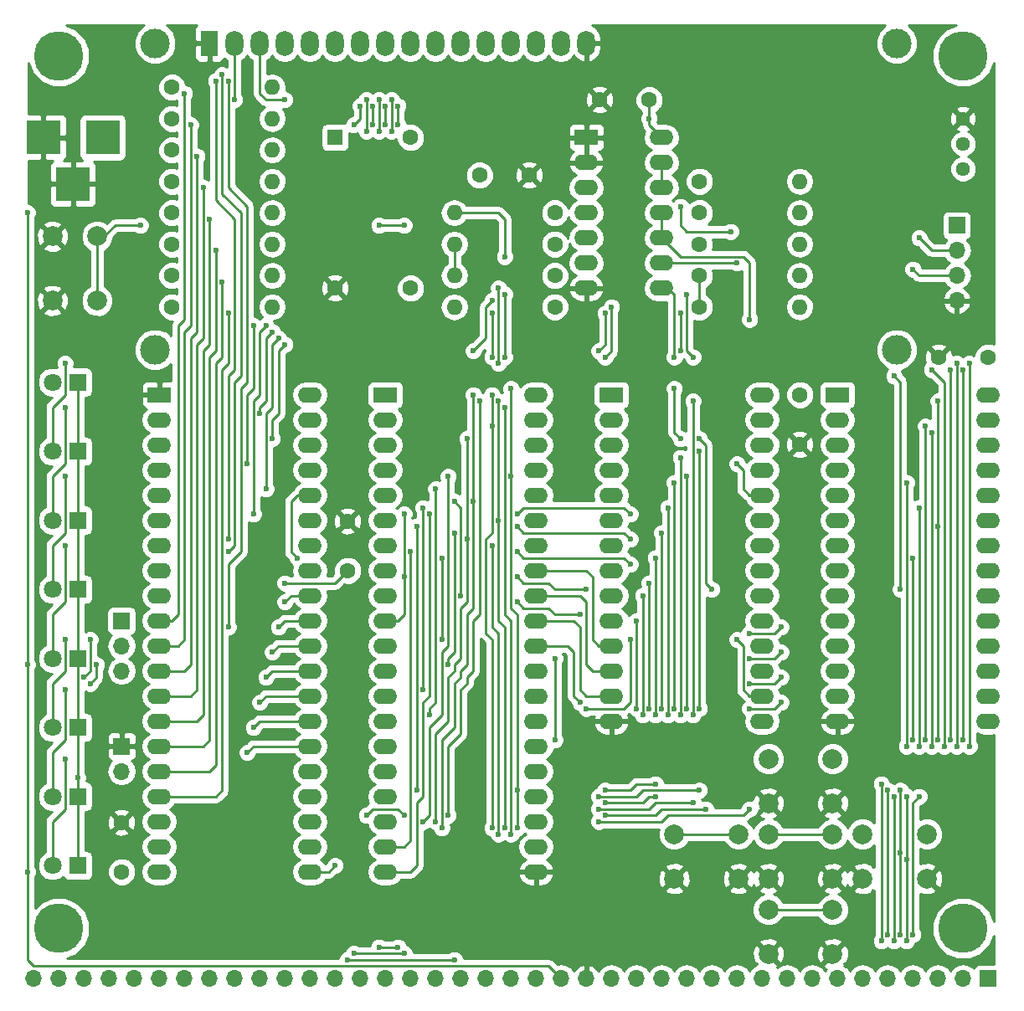
<source format=gbl>
G04 #@! TF.FileFunction,Copper,L2,Bot,Signal*
%FSLAX46Y46*%
G04 Gerber Fmt 4.6, Leading zero omitted, Abs format (unit mm)*
G04 Created by KiCad (PCBNEW 4.0.7) date 11/28/19 14:34:16*
%MOMM*%
%LPD*%
G01*
G04 APERTURE LIST*
%ADD10C,0.100000*%
%ADD11R,1.700000X1.700000*%
%ADD12O,1.700000X1.700000*%
%ADD13R,3.500000X3.500000*%
%ADD14C,5.000000*%
%ADD15C,1.600000*%
%ADD16O,1.600000X1.600000*%
%ADD17R,1.600000X1.600000*%
%ADD18R,1.800000X1.800000*%
%ADD19C,1.800000*%
%ADD20C,1.440000*%
%ADD21C,2.000000*%
%ADD22R,2.400000X1.600000*%
%ADD23O,2.400000X1.600000*%
%ADD24R,1.800000X2.600000*%
%ADD25O,1.800000X2.600000*%
%ADD26C,3.000000*%
%ADD27C,0.600000*%
%ADD28C,0.250000*%
%ADD29C,0.254000*%
G04 APERTURE END LIST*
D10*
D11*
X198120000Y-145415000D03*
D12*
X195580000Y-145415000D03*
X193040000Y-145415000D03*
X190500000Y-145415000D03*
X187960000Y-145415000D03*
X185420000Y-145415000D03*
X182880000Y-145415000D03*
X180340000Y-145415000D03*
X177800000Y-145415000D03*
X175260000Y-145415000D03*
X172720000Y-145415000D03*
X170180000Y-145415000D03*
X167640000Y-145415000D03*
X165100000Y-145415000D03*
X162560000Y-145415000D03*
X160020000Y-145415000D03*
X157480000Y-145415000D03*
X154940000Y-145415000D03*
X152400000Y-145415000D03*
X149860000Y-145415000D03*
X147320000Y-145415000D03*
X144780000Y-145415000D03*
X142240000Y-145415000D03*
X139700000Y-145415000D03*
X137160000Y-145415000D03*
X134620000Y-145415000D03*
X132080000Y-145415000D03*
X129540000Y-145415000D03*
X127000000Y-145415000D03*
X124460000Y-145415000D03*
X121920000Y-145415000D03*
X119380000Y-145415000D03*
X116840000Y-145415000D03*
X114300000Y-145415000D03*
X111760000Y-145415000D03*
X109220000Y-145415000D03*
X106680000Y-145415000D03*
X104140000Y-145415000D03*
X101600000Y-145415000D03*
D13*
X108585000Y-60325000D03*
X102585000Y-60325000D03*
X105585000Y-65025000D03*
D14*
X104140000Y-140335000D03*
X195580000Y-140335000D03*
X195580000Y-52070000D03*
X104140000Y-52070000D03*
D15*
X133350000Y-104140000D03*
X133350000Y-99140000D03*
X179070000Y-86360000D03*
X179070000Y-91360000D03*
X198120000Y-82550000D03*
X193120000Y-82550000D03*
X110490000Y-134620000D03*
X110490000Y-129620000D03*
X163830000Y-56515000D03*
X158830000Y-56515000D03*
X146685000Y-64135000D03*
X151685000Y-64135000D03*
D11*
X110490000Y-121920000D03*
D12*
X110490000Y-124460000D03*
D15*
X154305000Y-77470000D03*
D16*
X144145000Y-77470000D03*
D15*
X154305000Y-74295000D03*
D16*
X144145000Y-74295000D03*
D15*
X154305000Y-71120000D03*
D16*
X144145000Y-71120000D03*
D15*
X168910000Y-77470000D03*
D16*
X179070000Y-77470000D03*
D15*
X168910000Y-64770000D03*
D16*
X179070000Y-64770000D03*
D15*
X168910000Y-67945000D03*
D16*
X179070000Y-67945000D03*
D15*
X115570000Y-55245000D03*
D16*
X125730000Y-55245000D03*
D15*
X115570000Y-58420000D03*
D16*
X125730000Y-58420000D03*
D15*
X115570000Y-61595000D03*
D16*
X125730000Y-61595000D03*
D17*
X132080000Y-60325000D03*
D15*
X139700000Y-60325000D03*
X139700000Y-75565000D03*
X132080000Y-75565000D03*
D18*
X106045000Y-85090000D03*
D19*
X103505000Y-85090000D03*
D18*
X106045000Y-92075000D03*
D19*
X103505000Y-92075000D03*
D18*
X106045000Y-99060000D03*
D19*
X103505000Y-99060000D03*
D18*
X106045000Y-106045000D03*
D19*
X103505000Y-106045000D03*
D18*
X106045000Y-113030000D03*
D19*
X103505000Y-113030000D03*
D18*
X106045000Y-120015000D03*
D19*
X103505000Y-120015000D03*
D18*
X106045000Y-127000000D03*
D19*
X103505000Y-127000000D03*
D18*
X106045000Y-133985000D03*
D19*
X103505000Y-133985000D03*
D11*
X110490000Y-109220000D03*
D12*
X110490000Y-111760000D03*
X110490000Y-114300000D03*
D15*
X154305000Y-67945000D03*
D16*
X144145000Y-67945000D03*
D15*
X168910000Y-71120000D03*
D16*
X179070000Y-71120000D03*
D15*
X168910000Y-74295000D03*
D16*
X179070000Y-74295000D03*
D15*
X115570000Y-64770000D03*
D16*
X125730000Y-64770000D03*
D15*
X115570000Y-67945000D03*
D16*
X125730000Y-67945000D03*
D15*
X115570000Y-71120000D03*
D16*
X125730000Y-71120000D03*
D15*
X115570000Y-74295000D03*
D16*
X125730000Y-74295000D03*
D15*
X115570000Y-77470000D03*
D16*
X125730000Y-77470000D03*
D20*
X195580000Y-58420000D03*
X195580000Y-60960000D03*
X195580000Y-63500000D03*
D21*
X108005000Y-76835000D03*
X103505000Y-76835000D03*
X108005000Y-70335000D03*
X103505000Y-70335000D03*
X175895000Y-135310000D03*
X175895000Y-130810000D03*
X182395000Y-135310000D03*
X182395000Y-130810000D03*
X175895000Y-127690000D03*
X175895000Y-123190000D03*
X182395000Y-127690000D03*
X182395000Y-123190000D03*
X175895000Y-142930000D03*
X175895000Y-138430000D03*
X182395000Y-142930000D03*
X182395000Y-138430000D03*
X166370000Y-135310000D03*
X166370000Y-130810000D03*
X172870000Y-135310000D03*
X172870000Y-130810000D03*
X185420000Y-135310000D03*
X185420000Y-130810000D03*
X191920000Y-135310000D03*
X191920000Y-130810000D03*
D22*
X137160000Y-86360000D03*
D23*
X152400000Y-134620000D03*
X137160000Y-88900000D03*
X152400000Y-132080000D03*
X137160000Y-91440000D03*
X152400000Y-129540000D03*
X137160000Y-93980000D03*
X152400000Y-127000000D03*
X137160000Y-96520000D03*
X152400000Y-124460000D03*
X137160000Y-99060000D03*
X152400000Y-121920000D03*
X137160000Y-101600000D03*
X152400000Y-119380000D03*
X137160000Y-104140000D03*
X152400000Y-116840000D03*
X137160000Y-106680000D03*
X152400000Y-114300000D03*
X137160000Y-109220000D03*
X152400000Y-111760000D03*
X137160000Y-111760000D03*
X152400000Y-109220000D03*
X137160000Y-114300000D03*
X152400000Y-106680000D03*
X137160000Y-116840000D03*
X152400000Y-104140000D03*
X137160000Y-119380000D03*
X152400000Y-101600000D03*
X137160000Y-121920000D03*
X152400000Y-99060000D03*
X137160000Y-124460000D03*
X152400000Y-96520000D03*
X137160000Y-127000000D03*
X152400000Y-93980000D03*
X137160000Y-129540000D03*
X152400000Y-91440000D03*
X137160000Y-132080000D03*
X152400000Y-88900000D03*
X137160000Y-134620000D03*
X152400000Y-86360000D03*
D22*
X160020000Y-86360000D03*
D23*
X175260000Y-119380000D03*
X160020000Y-88900000D03*
X175260000Y-116840000D03*
X160020000Y-91440000D03*
X175260000Y-114300000D03*
X160020000Y-93980000D03*
X175260000Y-111760000D03*
X160020000Y-96520000D03*
X175260000Y-109220000D03*
X160020000Y-99060000D03*
X175260000Y-106680000D03*
X160020000Y-101600000D03*
X175260000Y-104140000D03*
X160020000Y-104140000D03*
X175260000Y-101600000D03*
X160020000Y-106680000D03*
X175260000Y-99060000D03*
X160020000Y-109220000D03*
X175260000Y-96520000D03*
X160020000Y-111760000D03*
X175260000Y-93980000D03*
X160020000Y-114300000D03*
X175260000Y-91440000D03*
X160020000Y-116840000D03*
X175260000Y-88900000D03*
X160020000Y-119380000D03*
X175260000Y-86360000D03*
D22*
X182880000Y-86360000D03*
D23*
X198120000Y-119380000D03*
X182880000Y-88900000D03*
X198120000Y-116840000D03*
X182880000Y-91440000D03*
X198120000Y-114300000D03*
X182880000Y-93980000D03*
X198120000Y-111760000D03*
X182880000Y-96520000D03*
X198120000Y-109220000D03*
X182880000Y-99060000D03*
X198120000Y-106680000D03*
X182880000Y-101600000D03*
X198120000Y-104140000D03*
X182880000Y-104140000D03*
X198120000Y-101600000D03*
X182880000Y-106680000D03*
X198120000Y-99060000D03*
X182880000Y-109220000D03*
X198120000Y-96520000D03*
X182880000Y-111760000D03*
X198120000Y-93980000D03*
X182880000Y-114300000D03*
X198120000Y-91440000D03*
X182880000Y-116840000D03*
X198120000Y-88900000D03*
X182880000Y-119380000D03*
X198120000Y-86360000D03*
D22*
X114300000Y-86360000D03*
D23*
X129540000Y-134620000D03*
X114300000Y-88900000D03*
X129540000Y-132080000D03*
X114300000Y-91440000D03*
X129540000Y-129540000D03*
X114300000Y-93980000D03*
X129540000Y-127000000D03*
X114300000Y-96520000D03*
X129540000Y-124460000D03*
X114300000Y-99060000D03*
X129540000Y-121920000D03*
X114300000Y-101600000D03*
X129540000Y-119380000D03*
X114300000Y-104140000D03*
X129540000Y-116840000D03*
X114300000Y-106680000D03*
X129540000Y-114300000D03*
X114300000Y-109220000D03*
X129540000Y-111760000D03*
X114300000Y-111760000D03*
X129540000Y-109220000D03*
X114300000Y-114300000D03*
X129540000Y-106680000D03*
X114300000Y-116840000D03*
X129540000Y-104140000D03*
X114300000Y-119380000D03*
X129540000Y-101600000D03*
X114300000Y-121920000D03*
X129540000Y-99060000D03*
X114300000Y-124460000D03*
X129540000Y-96520000D03*
X114300000Y-127000000D03*
X129540000Y-93980000D03*
X114300000Y-129540000D03*
X129540000Y-91440000D03*
X114300000Y-132080000D03*
X129540000Y-88900000D03*
X114300000Y-134620000D03*
X129540000Y-86360000D03*
D22*
X157480000Y-60325000D03*
D23*
X165100000Y-75565000D03*
X157480000Y-62865000D03*
X165100000Y-73025000D03*
X157480000Y-65405000D03*
X165100000Y-70485000D03*
X157480000Y-67945000D03*
X165100000Y-67945000D03*
X157480000Y-70485000D03*
X165100000Y-65405000D03*
X157480000Y-73025000D03*
X165100000Y-62865000D03*
X157480000Y-75565000D03*
X165100000Y-60325000D03*
D24*
X119380000Y-50800000D03*
D25*
X121920000Y-50800000D03*
X124460000Y-50800000D03*
X127000000Y-50800000D03*
X129540000Y-50800000D03*
X132080000Y-50800000D03*
X134620000Y-50800000D03*
X137160000Y-50800000D03*
X139700000Y-50800000D03*
X142240000Y-50800000D03*
X144780000Y-50800000D03*
X147320000Y-50800000D03*
X149860000Y-50800000D03*
X152400000Y-50800000D03*
X154940000Y-50800000D03*
X157480000Y-50800000D03*
D26*
X113880900Y-50800000D03*
X113880900Y-81800700D03*
X188879480Y-81800700D03*
X188880000Y-50800000D03*
D11*
X194945000Y-69215000D03*
D12*
X194945000Y-71755000D03*
X194945000Y-74295000D03*
X194945000Y-76835000D03*
D27*
X184785000Y-102235000D03*
X163830000Y-58420000D03*
X127000000Y-105410000D03*
X100965000Y-134620000D03*
X100965000Y-113665000D03*
X100965000Y-67945000D03*
X121920000Y-56515000D03*
X168910000Y-126365000D03*
X167640000Y-76200000D03*
X168275000Y-118745000D03*
X168275000Y-86995000D03*
X168275000Y-82550000D03*
X158750000Y-127000000D03*
X167005000Y-78105000D03*
X167005000Y-81915000D03*
X191135000Y-127000000D03*
X193040000Y-99695000D03*
X193040000Y-121285000D03*
X190500000Y-140970000D03*
X193040000Y-86995000D03*
X140335000Y-99695000D03*
X140335000Y-126365000D03*
X150495000Y-99695000D03*
X161925000Y-100965000D03*
X159385000Y-128905000D03*
X169545000Y-128270000D03*
X189865000Y-133350000D03*
X168910000Y-92075000D03*
X168910000Y-118110000D03*
X189865000Y-127000000D03*
X192405000Y-90170000D03*
X192405000Y-121920000D03*
X189865000Y-141605000D03*
X158750000Y-129540000D03*
X173990000Y-128270000D03*
X189230000Y-132715000D03*
X189230000Y-126365000D03*
X191770000Y-121285000D03*
X191770000Y-89535000D03*
X189230000Y-140970000D03*
X141605000Y-98425000D03*
X188595000Y-141605000D03*
X188595000Y-127000000D03*
X191135000Y-97790000D03*
X191135000Y-121920000D03*
X150495000Y-98425000D03*
X161925000Y-98425000D03*
X187960000Y-140970000D03*
X190500000Y-102870000D03*
X190500000Y-121285000D03*
X187960000Y-126365000D03*
X139700000Y-102235000D03*
X150495000Y-102235000D03*
X161925000Y-103505000D03*
X140970000Y-129540000D03*
X143510000Y-94615000D03*
X172720000Y-93345000D03*
X187325000Y-141605000D03*
X189865000Y-95250000D03*
X189865000Y-121920000D03*
X187325000Y-125730000D03*
X168275000Y-127635000D03*
X158750000Y-128270000D03*
X167640000Y-94615000D03*
X167640000Y-118110000D03*
X164465000Y-127000000D03*
X159385000Y-127635000D03*
X167005000Y-92710000D03*
X167005000Y-118745000D03*
X164465000Y-125730000D03*
X159385000Y-126365000D03*
X166370000Y-118110000D03*
X166370000Y-95250000D03*
X142240000Y-95885000D03*
X165735000Y-97790000D03*
X165735000Y-118745000D03*
X141605000Y-118745000D03*
X140970000Y-97790000D03*
X165100000Y-100330000D03*
X165100000Y-118110000D03*
X140970000Y-116205000D03*
X143510000Y-113665000D03*
X144145000Y-100330000D03*
X164465000Y-102870000D03*
X164465000Y-118745000D03*
X163830000Y-105410000D03*
X163830000Y-118110000D03*
X142875000Y-102870000D03*
X142875000Y-111125000D03*
X128270000Y-102870000D03*
X139065000Y-98425000D03*
X163195000Y-106680000D03*
X163195000Y-118745000D03*
X157480000Y-106045000D03*
X150495000Y-104775000D03*
X139065000Y-104775000D03*
X144145000Y-97155000D03*
X144780000Y-106680000D03*
X162560000Y-109220000D03*
X162560000Y-118110000D03*
X156845000Y-108585000D03*
X150495000Y-107315000D03*
X173990000Y-110490000D03*
X177165000Y-109855000D03*
X146050000Y-86360000D03*
X147955000Y-76835000D03*
X146050000Y-81915000D03*
X146050000Y-97155000D03*
X142875000Y-130175000D03*
X132080000Y-133985000D03*
X144145000Y-143510000D03*
X133350000Y-143510000D03*
X148590000Y-83185000D03*
X148590000Y-75565000D03*
X148590000Y-86995000D03*
X149225000Y-130175000D03*
X148590000Y-99060000D03*
X145415000Y-90805000D03*
X142240000Y-129540000D03*
X145415000Y-100965000D03*
X139065000Y-142875000D03*
X133985000Y-142875000D03*
X147955000Y-78105000D03*
X147955000Y-82550000D03*
X147955000Y-86360000D03*
X147955000Y-89535000D03*
X147955000Y-130175000D03*
X136525000Y-142240000D03*
X147955000Y-101600000D03*
X148590000Y-130810000D03*
X138430000Y-142240000D03*
X173990000Y-113030000D03*
X177165000Y-112395000D03*
X177165000Y-114935000D03*
X173990000Y-115570000D03*
X127000000Y-107315000D03*
X173990000Y-118110000D03*
X177165000Y-117475000D03*
X126365000Y-109855000D03*
X156845000Y-117475000D03*
X125730000Y-112395000D03*
X172720000Y-111125000D03*
X125095000Y-114935000D03*
X124460000Y-117475000D03*
X157480000Y-118110000D03*
X161925000Y-111125000D03*
X123825000Y-120015000D03*
X154305000Y-121285000D03*
X154305000Y-113030000D03*
X123190000Y-122555000D03*
X136525000Y-59690000D03*
X136525000Y-56515000D03*
X119380000Y-68580000D03*
X137160000Y-57150000D03*
X137160000Y-59055000D03*
X120015000Y-71755000D03*
X121285000Y-102235000D03*
X120650000Y-53975000D03*
X137795000Y-56515000D03*
X137795000Y-59690000D03*
X120650000Y-74930000D03*
X120015000Y-54610000D03*
X121285000Y-100965000D03*
X138430000Y-59055000D03*
X138430000Y-57150000D03*
X121285000Y-78105000D03*
X123825000Y-98425000D03*
X125095000Y-79375000D03*
X195580000Y-83820000D03*
X195580000Y-121285000D03*
X135890000Y-59055000D03*
X135890000Y-57150000D03*
X118745000Y-65405000D03*
X126365000Y-80645000D03*
X125095000Y-95885000D03*
X194310000Y-83820000D03*
X194310000Y-121285000D03*
X135255000Y-56515000D03*
X135255000Y-59690000D03*
X118110000Y-62230000D03*
X123190000Y-93345000D03*
X123825000Y-79375000D03*
X196215000Y-121920000D03*
X196215000Y-83185000D03*
X134620000Y-57150000D03*
X133985000Y-59055000D03*
X117475000Y-59055000D03*
X127000000Y-81280000D03*
X125730000Y-90805000D03*
X193675000Y-121920000D03*
X192405000Y-83820000D03*
X116840000Y-55880000D03*
X125730000Y-80010000D03*
X124460000Y-88265000D03*
X194945000Y-121920000D03*
X194945000Y-83185000D03*
X149225000Y-72390000D03*
X149225000Y-76200000D03*
X149225000Y-82550000D03*
X149225000Y-87630000D03*
X149860000Y-130810000D03*
X139065000Y-69215000D03*
X136525000Y-69215000D03*
X112395000Y-69215000D03*
X106045000Y-125095000D03*
X104775000Y-83185000D03*
X104775000Y-87630000D03*
X104775000Y-94615000D03*
X104775000Y-101600000D03*
X104775000Y-111125000D03*
X106680000Y-114935000D03*
X104775000Y-116205000D03*
X107315000Y-111125000D03*
X107315000Y-115570000D03*
X107950000Y-113665000D03*
X104775000Y-123190000D03*
X172720000Y-73025000D03*
X190500000Y-73660000D03*
X149860000Y-85725000D03*
X159385000Y-82550000D03*
X160020000Y-77470000D03*
X150495000Y-126365000D03*
X150495000Y-130175000D03*
X149860000Y-94615000D03*
X121285000Y-109855000D03*
X121285000Y-54610000D03*
X127000000Y-56515000D03*
X166370000Y-85725000D03*
X168910000Y-90805000D03*
X167005000Y-90805000D03*
X166370000Y-82550000D03*
X170180000Y-106045000D03*
X188595000Y-84455000D03*
X189230000Y-106045000D03*
X173990000Y-78740000D03*
X143510000Y-128905000D03*
X146685000Y-86995000D03*
X135255000Y-128905000D03*
X139065000Y-128905000D03*
X159385000Y-78105000D03*
X158750000Y-81915000D03*
X172085000Y-69850000D03*
X191135000Y-70485000D03*
X167005000Y-67310000D03*
D28*
X144145000Y-74295000D02*
X144145000Y-71120000D01*
X163830000Y-58420000D02*
X163830000Y-59055000D01*
X163830000Y-59055000D02*
X165100000Y-60325000D01*
X163830000Y-58420000D02*
X163830000Y-56515000D01*
X168910000Y-77470000D02*
X168910000Y-74295000D01*
X127000000Y-105410000D02*
X132080000Y-105410000D01*
X133350000Y-104140000D02*
X132080000Y-105410000D01*
X100965000Y-113665000D02*
X100965000Y-134620000D01*
X100965000Y-134620000D02*
X100965000Y-143510000D01*
X100965000Y-143510000D02*
X101600000Y-144145000D01*
X101600000Y-144145000D02*
X153670000Y-144145000D01*
X153670000Y-144145000D02*
X154940000Y-145415000D01*
X100965000Y-67945000D02*
X100965000Y-113665000D01*
X121920000Y-56515000D02*
X121920000Y-50800000D01*
X160020000Y-127000000D02*
X162560000Y-127000000D01*
X162560000Y-127000000D02*
X163195000Y-126365000D01*
X163195000Y-126365000D02*
X168910000Y-126365000D01*
X167640000Y-81915000D02*
X168275000Y-82550000D01*
X167640000Y-76200000D02*
X167640000Y-81915000D01*
X168275000Y-118745000D02*
X168275000Y-86995000D01*
X165100000Y-65405000D02*
X165100000Y-62865000D01*
X158750000Y-127000000D02*
X160020000Y-127000000D01*
X167005000Y-78105000D02*
X167005000Y-81915000D01*
X190500000Y-127635000D02*
X191135000Y-127000000D01*
X193040000Y-121285000D02*
X193040000Y-99695000D01*
X190500000Y-127635000D02*
X190500000Y-133985000D01*
X190500000Y-133985000D02*
X190500000Y-140970000D01*
X193040000Y-99695000D02*
X193040000Y-86995000D01*
X140335000Y-100330000D02*
X140335000Y-99695000D01*
X151130000Y-100330000D02*
X150495000Y-99695000D01*
X161290000Y-100330000D02*
X151130000Y-100330000D01*
X161925000Y-100965000D02*
X161290000Y-100330000D01*
X140335000Y-100330000D02*
X140335000Y-126365000D01*
X165100000Y-128270000D02*
X164465000Y-128905000D01*
X164465000Y-128905000D02*
X159385000Y-128905000D01*
X169545000Y-128270000D02*
X165100000Y-128270000D01*
X168910000Y-118110000D02*
X168910000Y-92075000D01*
X192405000Y-121920000D02*
X192405000Y-90170000D01*
X189865000Y-127000000D02*
X189865000Y-132715000D01*
X189865000Y-141605000D02*
X189865000Y-133350000D01*
X189865000Y-133350000D02*
X189865000Y-132715000D01*
X164465000Y-129540000D02*
X165100000Y-129540000D01*
X165100000Y-129540000D02*
X165735000Y-128905000D01*
X164465000Y-129540000D02*
X158750000Y-129540000D01*
X173355000Y-128905000D02*
X165735000Y-128905000D01*
X173990000Y-128270000D02*
X173355000Y-128905000D01*
X189230000Y-127000000D02*
X189230000Y-131445000D01*
X191770000Y-121285000D02*
X191770000Y-89535000D01*
X189230000Y-131445000D02*
X189230000Y-132715000D01*
X189230000Y-132715000D02*
X189230000Y-140970000D01*
X189230000Y-127000000D02*
X189230000Y-126365000D01*
X141605000Y-98425000D02*
X141605000Y-99060000D01*
X188595000Y-141605000D02*
X188595000Y-128270000D01*
X188595000Y-127000000D02*
X188595000Y-128270000D01*
X191135000Y-121920000D02*
X191135000Y-97790000D01*
X140335000Y-127635000D02*
X140335000Y-133985000D01*
X140335000Y-133985000D02*
X139700000Y-134620000D01*
X139700000Y-134620000D02*
X137160000Y-134620000D01*
X141605000Y-100965000D02*
X141605000Y-116840000D01*
X141605000Y-99060000D02*
X141605000Y-100965000D01*
X140970000Y-127000000D02*
X140335000Y-127635000D01*
X140970000Y-117475000D02*
X140970000Y-127000000D01*
X141605000Y-116840000D02*
X140970000Y-117475000D01*
X151130000Y-97790000D02*
X150495000Y-98425000D01*
X161290000Y-97790000D02*
X151130000Y-97790000D01*
X161925000Y-98425000D02*
X161290000Y-97790000D01*
X187960000Y-127000000D02*
X187960000Y-126365000D01*
X187960000Y-128270000D02*
X187960000Y-127000000D01*
X187960000Y-140970000D02*
X187960000Y-128270000D01*
X190500000Y-121285000D02*
X190500000Y-102870000D01*
X139065000Y-132080000D02*
X137160000Y-132080000D01*
X139700000Y-102235000D02*
X139700000Y-131445000D01*
X139700000Y-131445000D02*
X139065000Y-132080000D01*
X151130000Y-102870000D02*
X150495000Y-102235000D01*
X161290000Y-102870000D02*
X151130000Y-102870000D01*
X161925000Y-103505000D02*
X161290000Y-102870000D01*
X141605000Y-128905000D02*
X140970000Y-129540000D01*
X143510000Y-94615000D02*
X143510000Y-110490000D01*
X141605000Y-128905000D02*
X141605000Y-120015000D01*
X141605000Y-120015000D02*
X142875000Y-118745000D01*
X142875000Y-118745000D02*
X142875000Y-112395000D01*
X142875000Y-112395000D02*
X143510000Y-111760000D01*
X143510000Y-111760000D02*
X143510000Y-110490000D01*
X173990000Y-96520000D02*
X175260000Y-96520000D01*
X173355000Y-95885000D02*
X173990000Y-96520000D01*
X173355000Y-93980000D02*
X173355000Y-95885000D01*
X172720000Y-93345000D02*
X173355000Y-93980000D01*
X187325000Y-126365000D02*
X187325000Y-125730000D01*
X187325000Y-141605000D02*
X187325000Y-128270000D01*
X187325000Y-126365000D02*
X187325000Y-128270000D01*
X189865000Y-121920000D02*
X189865000Y-95250000D01*
X161290000Y-128270000D02*
X163830000Y-128270000D01*
X163830000Y-128270000D02*
X164465000Y-127635000D01*
X168275000Y-127635000D02*
X165100000Y-127635000D01*
X158750000Y-128270000D02*
X161290000Y-128270000D01*
X164465000Y-127635000D02*
X165100000Y-127635000D01*
X167640000Y-118110000D02*
X167640000Y-94615000D01*
X160655000Y-127635000D02*
X163195000Y-127635000D01*
X163195000Y-127635000D02*
X163830000Y-127000000D01*
X163830000Y-127000000D02*
X164465000Y-127000000D01*
X159385000Y-127635000D02*
X160655000Y-127635000D01*
X167005000Y-118745000D02*
X167005000Y-92710000D01*
X159385000Y-126365000D02*
X161925000Y-126365000D01*
X161925000Y-126365000D02*
X162560000Y-125730000D01*
X162560000Y-125730000D02*
X164465000Y-125730000D01*
X166370000Y-118110000D02*
X166370000Y-95250000D01*
X142240000Y-95885000D02*
X142240000Y-96520000D01*
X165735000Y-118745000D02*
X165735000Y-97790000D01*
X142240000Y-96520000D02*
X142240000Y-117475000D01*
X142240000Y-117475000D02*
X141605000Y-118110000D01*
X141605000Y-118110000D02*
X141605000Y-118745000D01*
X140970000Y-97790000D02*
X140970000Y-98425000D01*
X165100000Y-118110000D02*
X165100000Y-100330000D01*
X140970000Y-98425000D02*
X140970000Y-116205000D01*
X144145000Y-100330000D02*
X144145000Y-111125000D01*
X143510000Y-113665000D02*
X143510000Y-113030000D01*
X143510000Y-113030000D02*
X144145000Y-112395000D01*
X144145000Y-112395000D02*
X144145000Y-111125000D01*
X164465000Y-118745000D02*
X164465000Y-102870000D01*
X163830000Y-118110000D02*
X163830000Y-105410000D01*
X142875000Y-102870000D02*
X142875000Y-111125000D01*
X129540000Y-96520000D02*
X128270000Y-96520000D01*
X127635000Y-97155000D02*
X128270000Y-96520000D01*
X127635000Y-102235000D02*
X127635000Y-97155000D01*
X127635000Y-102235000D02*
X128270000Y-102870000D01*
X139065000Y-104775000D02*
X139065000Y-98425000D01*
X163195000Y-106680000D02*
X163195000Y-118745000D01*
X154305000Y-106045000D02*
X153670000Y-105410000D01*
X157480000Y-106045000D02*
X154305000Y-106045000D01*
X138430000Y-109220000D02*
X137160000Y-109220000D01*
X153670000Y-105410000D02*
X151130000Y-105410000D01*
X151130000Y-105410000D02*
X150495000Y-104775000D01*
X139065000Y-104775000D02*
X139065000Y-108585000D01*
X139065000Y-108585000D02*
X138430000Y-109220000D01*
X144780000Y-97790000D02*
X144780000Y-106680000D01*
X144145000Y-97155000D02*
X144780000Y-97790000D01*
X162560000Y-118110000D02*
X162560000Y-109220000D01*
X154305000Y-108585000D02*
X153670000Y-107950000D01*
X156845000Y-108585000D02*
X154305000Y-108585000D01*
X151130000Y-107950000D02*
X153670000Y-107950000D01*
X150495000Y-107315000D02*
X151130000Y-107950000D01*
X176530000Y-110490000D02*
X177165000Y-109855000D01*
X173990000Y-110490000D02*
X176530000Y-110490000D01*
X146050000Y-97155000D02*
X146050000Y-86360000D01*
X147320000Y-77470000D02*
X147955000Y-76835000D01*
X147320000Y-80645000D02*
X147320000Y-77470000D01*
X146050000Y-81915000D02*
X147320000Y-80645000D01*
X146050000Y-107950000D02*
X146050000Y-97155000D01*
X145415000Y-108585000D02*
X146050000Y-107950000D01*
X145415000Y-113665000D02*
X145415000Y-108585000D01*
X144780000Y-114300000D02*
X145415000Y-113665000D01*
X144780000Y-114935000D02*
X144780000Y-114300000D01*
X144145000Y-115570000D02*
X144780000Y-114935000D01*
X144145000Y-120015000D02*
X144145000Y-115570000D01*
X142875000Y-121285000D02*
X144145000Y-120015000D01*
X142875000Y-130175000D02*
X142875000Y-121285000D01*
X131445000Y-134620000D02*
X129540000Y-134620000D01*
X132080000Y-133985000D02*
X131445000Y-134620000D01*
X133350000Y-143510000D02*
X144145000Y-143510000D01*
X148590000Y-83185000D02*
X148590000Y-75565000D01*
X148590000Y-86995000D02*
X148590000Y-99060000D01*
X149225000Y-109855000D02*
X149225000Y-130175000D01*
X148590000Y-109220000D02*
X149225000Y-109855000D01*
X148590000Y-99060000D02*
X148590000Y-109220000D01*
X145415000Y-90805000D02*
X145415000Y-92710000D01*
X145415000Y-92710000D02*
X145415000Y-100965000D01*
X145415000Y-107315000D02*
X145415000Y-100965000D01*
X144780000Y-107950000D02*
X145415000Y-107315000D01*
X144780000Y-113030000D02*
X144145000Y-113665000D01*
X143510000Y-114935000D02*
X144145000Y-114300000D01*
X143510000Y-119380000D02*
X143510000Y-114935000D01*
X142240000Y-120650000D02*
X143510000Y-119380000D01*
X142240000Y-129540000D02*
X142240000Y-120650000D01*
X144145000Y-113665000D02*
X144145000Y-114300000D01*
X144780000Y-113030000D02*
X144780000Y-107950000D01*
X133985000Y-142875000D02*
X139065000Y-142875000D01*
X147955000Y-82550000D02*
X147955000Y-78105000D01*
X147955000Y-89535000D02*
X147955000Y-86360000D01*
X147955000Y-98425000D02*
X147955000Y-89535000D01*
X147955000Y-100330000D02*
X147955000Y-98425000D01*
X147320000Y-100965000D02*
X147955000Y-100330000D01*
X147320000Y-110490000D02*
X147320000Y-100965000D01*
X147955000Y-111125000D02*
X147320000Y-110490000D01*
X147955000Y-130175000D02*
X147955000Y-111125000D01*
X136525000Y-142240000D02*
X138430000Y-142240000D01*
X147955000Y-101600000D02*
X147955000Y-109855000D01*
X147955000Y-109855000D02*
X148590000Y-110490000D01*
X148590000Y-110490000D02*
X148590000Y-130810000D01*
X152400000Y-104140000D02*
X157480000Y-104140000D01*
X158750000Y-111760000D02*
X160020000Y-111760000D01*
X158115000Y-111125000D02*
X158750000Y-111760000D01*
X158115000Y-104775000D02*
X158115000Y-111125000D01*
X157480000Y-104140000D02*
X158115000Y-104775000D01*
X173990000Y-113030000D02*
X176530000Y-113030000D01*
X176530000Y-113030000D02*
X177165000Y-112395000D01*
X176530000Y-115570000D02*
X177165000Y-114935000D01*
X173990000Y-115570000D02*
X176530000Y-115570000D01*
X152400000Y-106680000D02*
X156845000Y-106680000D01*
X156845000Y-106680000D02*
X157480000Y-107315000D01*
X157480000Y-107315000D02*
X157480000Y-113665000D01*
X157480000Y-113665000D02*
X158115000Y-114300000D01*
X158115000Y-114300000D02*
X160020000Y-114300000D01*
X127635000Y-106680000D02*
X129540000Y-106680000D01*
X127000000Y-107315000D02*
X127635000Y-106680000D01*
X152400000Y-109220000D02*
X156210000Y-109220000D01*
X157480000Y-116840000D02*
X160020000Y-116840000D01*
X156845000Y-116205000D02*
X157480000Y-116840000D01*
X156845000Y-109855000D02*
X156845000Y-116205000D01*
X156210000Y-109220000D02*
X156845000Y-109855000D01*
X173990000Y-118110000D02*
X176530000Y-118110000D01*
X176530000Y-118110000D02*
X177165000Y-117475000D01*
X129540000Y-109220000D02*
X127000000Y-109220000D01*
X127000000Y-109220000D02*
X126365000Y-109855000D01*
X156210000Y-116840000D02*
X156845000Y-117475000D01*
X152400000Y-111760000D02*
X155575000Y-111760000D01*
X156210000Y-112395000D02*
X156210000Y-116840000D01*
X155575000Y-111760000D02*
X156210000Y-112395000D01*
X126365000Y-111760000D02*
X129540000Y-111760000D01*
X125730000Y-112395000D02*
X126365000Y-111760000D01*
X173355000Y-111760000D02*
X173355000Y-113665000D01*
X172720000Y-111125000D02*
X173355000Y-111760000D01*
X173990000Y-116840000D02*
X175260000Y-116840000D01*
X173355000Y-116205000D02*
X173990000Y-116840000D01*
X173355000Y-113665000D02*
X173355000Y-116205000D01*
X129540000Y-114300000D02*
X125730000Y-114300000D01*
X125730000Y-114300000D02*
X125095000Y-114935000D01*
X125095000Y-116840000D02*
X129540000Y-116840000D01*
X124460000Y-117475000D02*
X125095000Y-116840000D01*
X158115000Y-118110000D02*
X157480000Y-118110000D01*
X161925000Y-111125000D02*
X161925000Y-111760000D01*
X161925000Y-111760000D02*
X161925000Y-113665000D01*
X161290000Y-118110000D02*
X158115000Y-118110000D01*
X161925000Y-117475000D02*
X161290000Y-118110000D01*
X161925000Y-113665000D02*
X161925000Y-117475000D01*
X124460000Y-119380000D02*
X123825000Y-120015000D01*
X129540000Y-119380000D02*
X124460000Y-119380000D01*
X154305000Y-113030000D02*
X154305000Y-121285000D01*
X129540000Y-121920000D02*
X123825000Y-121920000D01*
X123825000Y-121920000D02*
X123190000Y-122555000D01*
X136525000Y-59690000D02*
X136525000Y-56515000D01*
X118745000Y-82550000D02*
X118745000Y-81915000D01*
X114300000Y-119380000D02*
X118110000Y-119380000D01*
X118745000Y-118745000D02*
X118745000Y-114300000D01*
X118110000Y-119380000D02*
X118745000Y-118745000D01*
X118745000Y-82550000D02*
X118745000Y-114300000D01*
X119380000Y-81280000D02*
X119380000Y-68580000D01*
X118745000Y-81915000D02*
X119380000Y-81280000D01*
X137160000Y-59055000D02*
X137160000Y-57150000D01*
X119380000Y-83820000D02*
X119380000Y-82550000D01*
X114300000Y-121920000D02*
X118745000Y-121920000D01*
X119380000Y-121285000D02*
X119380000Y-118110000D01*
X118745000Y-121920000D02*
X119380000Y-121285000D01*
X119380000Y-83820000D02*
X119380000Y-118110000D01*
X120015000Y-81915000D02*
X120015000Y-71755000D01*
X119380000Y-82550000D02*
X120015000Y-81915000D01*
X121920000Y-101600000D02*
X121285000Y-102235000D01*
X122555000Y-78740000D02*
X122555000Y-84455000D01*
X120650000Y-66040000D02*
X122555000Y-67945000D01*
X122555000Y-67945000D02*
X122555000Y-78740000D01*
X120650000Y-53975000D02*
X120650000Y-59055000D01*
X120650000Y-59055000D02*
X120650000Y-66040000D01*
X121920000Y-85090000D02*
X121920000Y-101600000D01*
X122555000Y-84455000D02*
X121920000Y-85090000D01*
X137795000Y-59690000D02*
X137795000Y-56515000D01*
X120015000Y-85725000D02*
X120015000Y-83185000D01*
X114300000Y-124460000D02*
X119380000Y-124460000D01*
X120015000Y-123825000D02*
X120015000Y-118745000D01*
X119380000Y-124460000D02*
X120015000Y-123825000D01*
X120015000Y-85725000D02*
X120015000Y-118745000D01*
X120650000Y-82550000D02*
X120650000Y-74930000D01*
X120015000Y-83185000D02*
X120650000Y-82550000D01*
X121920000Y-79375000D02*
X121920000Y-83820000D01*
X120015000Y-54610000D02*
X120015000Y-66675000D01*
X120015000Y-66675000D02*
X121920000Y-68580000D01*
X121920000Y-68580000D02*
X121920000Y-79375000D01*
X121285000Y-84455000D02*
X121285000Y-100965000D01*
X121920000Y-83820000D02*
X121285000Y-84455000D01*
X138430000Y-59055000D02*
X138430000Y-57150000D01*
X120650000Y-86360000D02*
X120650000Y-83820000D01*
X114300000Y-127000000D02*
X120015000Y-127000000D01*
X120650000Y-126365000D02*
X120650000Y-119380000D01*
X120015000Y-127000000D02*
X120650000Y-126365000D01*
X120650000Y-86360000D02*
X120650000Y-119380000D01*
X121285000Y-83185000D02*
X121285000Y-78105000D01*
X120650000Y-83820000D02*
X121285000Y-83185000D01*
X123825000Y-86995000D02*
X123825000Y-98425000D01*
X124460000Y-86360000D02*
X123825000Y-86995000D01*
X124460000Y-80010000D02*
X124460000Y-86360000D01*
X125095000Y-79375000D02*
X124460000Y-80010000D01*
X195580000Y-84455000D02*
X195580000Y-83820000D01*
X195580000Y-87630000D02*
X195580000Y-84455000D01*
X195580000Y-121285000D02*
X195580000Y-120015000D01*
X195580000Y-87630000D02*
X195580000Y-120015000D01*
X135890000Y-57150000D02*
X135890000Y-59055000D01*
X117475000Y-116840000D02*
X114300000Y-116840000D01*
X118110000Y-116205000D02*
X118110000Y-109220000D01*
X117475000Y-116840000D02*
X118110000Y-116205000D01*
X118110000Y-81280000D02*
X118110000Y-109220000D01*
X118745000Y-80645000D02*
X118110000Y-81280000D01*
X118745000Y-65405000D02*
X118745000Y-80645000D01*
X166370000Y-130810000D02*
X172870000Y-130810000D01*
X125095000Y-92075000D02*
X125095000Y-95885000D01*
X125730000Y-87630000D02*
X125095000Y-88265000D01*
X125095000Y-88265000D02*
X125095000Y-92075000D01*
X125730000Y-81280000D02*
X125730000Y-83820000D01*
X126365000Y-80645000D02*
X125730000Y-81280000D01*
X125730000Y-83820000D02*
X125730000Y-87630000D01*
X194310000Y-86995000D02*
X194310000Y-83820000D01*
X194310000Y-119380000D02*
X194310000Y-86995000D01*
X194310000Y-121285000D02*
X194310000Y-119380000D01*
X135255000Y-59690000D02*
X135255000Y-56515000D01*
X117475000Y-108585000D02*
X117475000Y-80645000D01*
X116840000Y-114300000D02*
X117475000Y-113665000D01*
X117475000Y-113665000D02*
X117475000Y-108585000D01*
X114300000Y-114300000D02*
X116840000Y-114300000D01*
X118110000Y-80010000D02*
X118110000Y-62230000D01*
X117475000Y-80645000D02*
X118110000Y-80010000D01*
X175895000Y-138430000D02*
X182395000Y-138430000D01*
X123190000Y-93345000D02*
X123190000Y-86360000D01*
X123190000Y-86360000D02*
X123825000Y-85725000D01*
X123825000Y-85725000D02*
X123825000Y-79375000D01*
X196215000Y-88265000D02*
X196215000Y-118745000D01*
X196215000Y-121285000D02*
X196215000Y-118745000D01*
X196215000Y-88265000D02*
X196215000Y-85090000D01*
X196215000Y-121285000D02*
X196215000Y-121920000D01*
X196215000Y-85090000D02*
X196215000Y-83185000D01*
X134620000Y-58420000D02*
X134620000Y-57150000D01*
X133985000Y-59055000D02*
X134620000Y-58420000D01*
X116840000Y-107315000D02*
X116840000Y-80010000D01*
X116205000Y-111760000D02*
X116840000Y-111125000D01*
X116840000Y-111125000D02*
X116840000Y-107315000D01*
X114300000Y-111760000D02*
X116205000Y-111760000D01*
X117475000Y-79375000D02*
X117475000Y-59055000D01*
X116840000Y-80010000D02*
X117475000Y-79375000D01*
X127000000Y-81280000D02*
X126365000Y-81915000D01*
X126365000Y-81915000D02*
X126365000Y-85090000D01*
X126365000Y-88265000D02*
X126365000Y-85090000D01*
X125730000Y-88900000D02*
X126365000Y-88265000D01*
X125730000Y-90805000D02*
X125730000Y-88900000D01*
X193675000Y-86995000D02*
X193675000Y-85090000D01*
X193675000Y-86995000D02*
X193675000Y-118745000D01*
X193675000Y-121920000D02*
X193675000Y-118745000D01*
X193675000Y-85090000D02*
X192405000Y-83820000D01*
X115570000Y-109220000D02*
X116205000Y-108585000D01*
X116205000Y-108585000D02*
X116205000Y-79375000D01*
X116205000Y-79375000D02*
X116840000Y-78740000D01*
X116840000Y-78740000D02*
X116840000Y-55880000D01*
X115570000Y-109220000D02*
X114300000Y-109220000D01*
X175895000Y-130810000D02*
X182395000Y-130810000D01*
X124460000Y-87630000D02*
X124460000Y-88265000D01*
X125095000Y-86995000D02*
X124460000Y-87630000D01*
X125095000Y-80645000D02*
X125095000Y-83185000D01*
X125730000Y-80010000D02*
X125095000Y-80645000D01*
X125095000Y-83185000D02*
X125095000Y-86995000D01*
X194945000Y-86995000D02*
X194945000Y-119380000D01*
X194945000Y-121920000D02*
X194945000Y-119380000D01*
X194945000Y-86995000D02*
X194945000Y-83820000D01*
X194945000Y-83820000D02*
X194945000Y-83185000D01*
X148590000Y-67945000D02*
X144145000Y-67945000D01*
X149225000Y-68580000D02*
X148590000Y-67945000D01*
X149225000Y-72390000D02*
X149225000Y-68580000D01*
X149225000Y-82550000D02*
X149225000Y-76200000D01*
X149225000Y-93980000D02*
X149225000Y-87630000D01*
X149225000Y-108585000D02*
X149225000Y-93980000D01*
X149860000Y-109220000D02*
X149225000Y-108585000D01*
X149860000Y-130810000D02*
X149860000Y-109220000D01*
X108005000Y-70335000D02*
X108735000Y-70335000D01*
X108735000Y-70335000D02*
X109855000Y-69215000D01*
X136525000Y-69215000D02*
X139065000Y-69215000D01*
X109855000Y-69215000D02*
X112395000Y-69215000D01*
X108005000Y-76835000D02*
X108005000Y-70335000D01*
X106045000Y-92075000D02*
X106045000Y-85090000D01*
X106045000Y-99060000D02*
X106045000Y-92075000D01*
X106045000Y-106045000D02*
X106045000Y-99060000D01*
X106045000Y-113030000D02*
X106045000Y-106045000D01*
X106045000Y-120015000D02*
X106045000Y-113030000D01*
X106045000Y-127000000D02*
X106045000Y-125095000D01*
X106045000Y-125095000D02*
X106045000Y-120015000D01*
X106045000Y-133985000D02*
X106045000Y-127000000D01*
X103505000Y-92075000D02*
X103505000Y-87630000D01*
X104775000Y-86360000D02*
X104775000Y-83185000D01*
X103505000Y-87630000D02*
X104775000Y-86360000D01*
X103505000Y-99060000D02*
X103505000Y-94615000D01*
X103505000Y-94615000D02*
X104775000Y-93345000D01*
X104775000Y-93345000D02*
X104775000Y-87630000D01*
X103505000Y-106045000D02*
X103505000Y-101600000D01*
X104775000Y-100330000D02*
X104775000Y-94615000D01*
X103505000Y-101600000D02*
X104775000Y-100330000D01*
X103505000Y-113030000D02*
X103505000Y-108585000D01*
X104775000Y-107315000D02*
X104775000Y-101600000D01*
X103505000Y-108585000D02*
X104775000Y-107315000D01*
X103505000Y-120015000D02*
X103505000Y-115570000D01*
X104775000Y-111125000D02*
X104775000Y-114300000D01*
X104775000Y-114300000D02*
X103505000Y-115570000D01*
X107315000Y-114300000D02*
X106680000Y-114935000D01*
X103505000Y-122555000D02*
X103505000Y-127000000D01*
X104775000Y-121285000D02*
X103505000Y-122555000D01*
X104775000Y-116205000D02*
X104775000Y-121285000D01*
X107315000Y-111125000D02*
X107315000Y-114300000D01*
X107315000Y-115570000D02*
X107950000Y-114935000D01*
X103505000Y-133985000D02*
X103505000Y-129540000D01*
X107950000Y-114935000D02*
X107950000Y-113665000D01*
X104775000Y-128270000D02*
X104775000Y-123190000D01*
X103505000Y-129540000D02*
X104775000Y-128270000D01*
X165100000Y-73025000D02*
X172720000Y-73025000D01*
X191135000Y-74295000D02*
X194945000Y-74295000D01*
X190500000Y-73660000D02*
X191135000Y-74295000D01*
X149860000Y-85725000D02*
X149860000Y-94615000D01*
X160020000Y-81915000D02*
X159385000Y-82550000D01*
X160020000Y-77470000D02*
X160020000Y-81915000D01*
X150495000Y-126365000D02*
X150495000Y-125095000D01*
X150495000Y-130175000D02*
X150495000Y-126365000D01*
X150495000Y-125095000D02*
X150495000Y-108585000D01*
X150495000Y-108585000D02*
X149860000Y-107950000D01*
X149860000Y-107950000D02*
X149860000Y-95250000D01*
X149860000Y-95250000D02*
X149860000Y-94615000D01*
X122555000Y-102235000D02*
X121285000Y-103505000D01*
X121285000Y-103505000D02*
X121285000Y-109855000D01*
X123190000Y-78105000D02*
X123190000Y-85090000D01*
X121285000Y-65405000D02*
X123190000Y-67310000D01*
X123190000Y-67310000D02*
X123190000Y-78105000D01*
X121285000Y-54610000D02*
X121285000Y-60960000D01*
X121285000Y-60960000D02*
X121285000Y-65405000D01*
X122555000Y-85725000D02*
X122555000Y-102235000D01*
X123190000Y-85090000D02*
X122555000Y-85725000D01*
X124460000Y-53975000D02*
X124460000Y-55880000D01*
X125095000Y-56515000D02*
X124460000Y-55880000D01*
X125095000Y-56515000D02*
X127000000Y-56515000D01*
X124460000Y-53975000D02*
X124460000Y-50800000D01*
X166370000Y-82550000D02*
X166370000Y-76200000D01*
X169545000Y-91440000D02*
X168910000Y-90805000D01*
X167005000Y-90805000D02*
X166370000Y-90170000D01*
X166370000Y-90170000D02*
X166370000Y-85725000D01*
X170180000Y-106045000D02*
X169545000Y-105410000D01*
X169545000Y-105410000D02*
X169545000Y-91440000D01*
X166370000Y-76200000D02*
X165735000Y-75565000D01*
X165735000Y-75565000D02*
X165100000Y-75565000D01*
X189230000Y-85725000D02*
X189230000Y-85090000D01*
X189230000Y-85090000D02*
X188595000Y-84455000D01*
X189230000Y-103505000D02*
X189230000Y-106045000D01*
X167005000Y-72390000D02*
X173355000Y-72390000D01*
X173355000Y-72390000D02*
X173990000Y-73025000D01*
X173990000Y-73025000D02*
X173990000Y-78740000D01*
X167005000Y-72390000D02*
X165100000Y-70485000D01*
X189230000Y-103505000D02*
X189230000Y-85725000D01*
X165100000Y-70485000D02*
X165100000Y-67945000D01*
X143510000Y-128905000D02*
X143510000Y-121920000D01*
X143510000Y-121920000D02*
X144780000Y-120650000D01*
X144780000Y-120650000D02*
X144780000Y-116205000D01*
X144780000Y-116205000D02*
X145415000Y-115570000D01*
X145415000Y-115570000D02*
X145415000Y-114935000D01*
X145415000Y-114935000D02*
X146050000Y-114300000D01*
X146050000Y-114300000D02*
X146050000Y-109220000D01*
X146050000Y-109220000D02*
X146685000Y-108585000D01*
X146685000Y-108585000D02*
X146685000Y-86995000D01*
X138430000Y-128270000D02*
X139065000Y-128905000D01*
X135255000Y-128905000D02*
X135890000Y-128270000D01*
X135890000Y-128270000D02*
X138430000Y-128270000D01*
X159385000Y-81280000D02*
X159385000Y-78105000D01*
X158750000Y-81915000D02*
X159385000Y-81280000D01*
X170180000Y-69850000D02*
X167640000Y-69850000D01*
X172085000Y-69850000D02*
X170180000Y-69850000D01*
X194945000Y-71755000D02*
X192405000Y-71755000D01*
X192405000Y-71755000D02*
X191135000Y-70485000D01*
X167005000Y-69215000D02*
X167005000Y-67310000D01*
X167640000Y-69850000D02*
X167005000Y-69215000D01*
D29*
G36*
X112673100Y-48988980D02*
X112071991Y-49589041D01*
X111746272Y-50373459D01*
X111745530Y-51222815D01*
X112069880Y-52007800D01*
X112669941Y-52608909D01*
X113454359Y-52934628D01*
X114303715Y-52935370D01*
X115088700Y-52611020D01*
X115689809Y-52010959D01*
X116015528Y-51226541D01*
X116015650Y-51085750D01*
X117845000Y-51085750D01*
X117845000Y-52226310D01*
X117941673Y-52459699D01*
X118120302Y-52638327D01*
X118353691Y-52735000D01*
X119094250Y-52735000D01*
X119253000Y-52576250D01*
X119253000Y-50927000D01*
X118003750Y-50927000D01*
X117845000Y-51085750D01*
X116015650Y-51085750D01*
X116016270Y-50377185D01*
X115691920Y-49592200D01*
X115091859Y-48991091D01*
X115041066Y-48970000D01*
X118111975Y-48970000D01*
X117941673Y-49140301D01*
X117845000Y-49373690D01*
X117845000Y-50514250D01*
X118003750Y-50673000D01*
X119253000Y-50673000D01*
X119253000Y-50653000D01*
X119507000Y-50653000D01*
X119507000Y-50673000D01*
X119527000Y-50673000D01*
X119527000Y-50927000D01*
X119507000Y-50927000D01*
X119507000Y-52576250D01*
X119665750Y-52735000D01*
X120406309Y-52735000D01*
X120639698Y-52638327D01*
X120818327Y-52459699D01*
X120866098Y-52344370D01*
X121160000Y-52540749D01*
X121160000Y-53174367D01*
X120836799Y-53040162D01*
X120464833Y-53039838D01*
X120121057Y-53181883D01*
X119857808Y-53444673D01*
X119748235Y-53708554D01*
X119486057Y-53816883D01*
X119222808Y-54079673D01*
X119080162Y-54423201D01*
X119079838Y-54795167D01*
X119221883Y-55138943D01*
X119255000Y-55172118D01*
X119255000Y-64604367D01*
X118931799Y-64470162D01*
X118870000Y-64470108D01*
X118870000Y-62792463D01*
X118902192Y-62760327D01*
X119044838Y-62416799D01*
X119045162Y-62044833D01*
X118903117Y-61701057D01*
X118640327Y-61437808D01*
X118296799Y-61295162D01*
X118235000Y-61295108D01*
X118235000Y-59617463D01*
X118267192Y-59585327D01*
X118409838Y-59241799D01*
X118410162Y-58869833D01*
X118268117Y-58526057D01*
X118005327Y-58262808D01*
X117661799Y-58120162D01*
X117600000Y-58120108D01*
X117600000Y-56442463D01*
X117632192Y-56410327D01*
X117774838Y-56066799D01*
X117775162Y-55694833D01*
X117633117Y-55351057D01*
X117370327Y-55087808D01*
X117026799Y-54945162D01*
X116998771Y-54945138D01*
X116787243Y-54433200D01*
X116383923Y-54029176D01*
X115856691Y-53810250D01*
X115285813Y-53809752D01*
X114758200Y-54027757D01*
X114354176Y-54431077D01*
X114135250Y-54958309D01*
X114134752Y-55529187D01*
X114352757Y-56056800D01*
X114756077Y-56460824D01*
X115283309Y-56679750D01*
X115854187Y-56680248D01*
X116080000Y-56586944D01*
X116080000Y-57077976D01*
X115856691Y-56985250D01*
X115285813Y-56984752D01*
X114758200Y-57202757D01*
X114354176Y-57606077D01*
X114135250Y-58133309D01*
X114134752Y-58704187D01*
X114352757Y-59231800D01*
X114756077Y-59635824D01*
X115283309Y-59854750D01*
X115854187Y-59855248D01*
X116080000Y-59761944D01*
X116080000Y-60252976D01*
X115856691Y-60160250D01*
X115285813Y-60159752D01*
X114758200Y-60377757D01*
X114354176Y-60781077D01*
X114135250Y-61308309D01*
X114134752Y-61879187D01*
X114352757Y-62406800D01*
X114756077Y-62810824D01*
X115283309Y-63029750D01*
X115854187Y-63030248D01*
X116080000Y-62936944D01*
X116080000Y-63427976D01*
X115856691Y-63335250D01*
X115285813Y-63334752D01*
X114758200Y-63552757D01*
X114354176Y-63956077D01*
X114135250Y-64483309D01*
X114134752Y-65054187D01*
X114352757Y-65581800D01*
X114756077Y-65985824D01*
X115283309Y-66204750D01*
X115854187Y-66205248D01*
X116080000Y-66111944D01*
X116080000Y-66602976D01*
X115856691Y-66510250D01*
X115285813Y-66509752D01*
X114758200Y-66727757D01*
X114354176Y-67131077D01*
X114135250Y-67658309D01*
X114134752Y-68229187D01*
X114352757Y-68756800D01*
X114756077Y-69160824D01*
X115283309Y-69379750D01*
X115854187Y-69380248D01*
X116080000Y-69286944D01*
X116080000Y-69777976D01*
X115856691Y-69685250D01*
X115285813Y-69684752D01*
X114758200Y-69902757D01*
X114354176Y-70306077D01*
X114135250Y-70833309D01*
X114134752Y-71404187D01*
X114352757Y-71931800D01*
X114756077Y-72335824D01*
X115283309Y-72554750D01*
X115854187Y-72555248D01*
X116080000Y-72461944D01*
X116080000Y-72952976D01*
X115856691Y-72860250D01*
X115285813Y-72859752D01*
X114758200Y-73077757D01*
X114354176Y-73481077D01*
X114135250Y-74008309D01*
X114134752Y-74579187D01*
X114352757Y-75106800D01*
X114756077Y-75510824D01*
X115283309Y-75729750D01*
X115854187Y-75730248D01*
X116080000Y-75636944D01*
X116080000Y-76127976D01*
X115856691Y-76035250D01*
X115285813Y-76034752D01*
X114758200Y-76252757D01*
X114354176Y-76656077D01*
X114135250Y-77183309D01*
X114134752Y-77754187D01*
X114352757Y-78281800D01*
X114756077Y-78685824D01*
X115283309Y-78904750D01*
X115622533Y-78905046D01*
X115502852Y-79084161D01*
X115445000Y-79375000D01*
X115445000Y-80345549D01*
X115091859Y-79991791D01*
X114307441Y-79666072D01*
X113458085Y-79665330D01*
X112673100Y-79989680D01*
X112071991Y-80589741D01*
X111746272Y-81374159D01*
X111745530Y-82223515D01*
X112069880Y-83008500D01*
X112669941Y-83609609D01*
X113454359Y-83935328D01*
X114303715Y-83936070D01*
X115088700Y-83611720D01*
X115445000Y-83256041D01*
X115445000Y-84925000D01*
X114585750Y-84925000D01*
X114427000Y-85083750D01*
X114427000Y-86233000D01*
X114447000Y-86233000D01*
X114447000Y-86487000D01*
X114427000Y-86487000D01*
X114427000Y-86507000D01*
X114173000Y-86507000D01*
X114173000Y-86487000D01*
X112623750Y-86487000D01*
X112465000Y-86645750D01*
X112465000Y-87286310D01*
X112561673Y-87519699D01*
X112740302Y-87698327D01*
X112973691Y-87795000D01*
X112984498Y-87795000D01*
X112849352Y-87885302D01*
X112538283Y-88350849D01*
X112429050Y-88900000D01*
X112538283Y-89449151D01*
X112849352Y-89914698D01*
X113231438Y-90170000D01*
X112849352Y-90425302D01*
X112538283Y-90890849D01*
X112429050Y-91440000D01*
X112538283Y-91989151D01*
X112849352Y-92454698D01*
X113231438Y-92710000D01*
X112849352Y-92965302D01*
X112538283Y-93430849D01*
X112429050Y-93980000D01*
X112538283Y-94529151D01*
X112849352Y-94994698D01*
X113231438Y-95250000D01*
X112849352Y-95505302D01*
X112538283Y-95970849D01*
X112429050Y-96520000D01*
X112538283Y-97069151D01*
X112849352Y-97534698D01*
X113231438Y-97790000D01*
X112849352Y-98045302D01*
X112538283Y-98510849D01*
X112429050Y-99060000D01*
X112538283Y-99609151D01*
X112849352Y-100074698D01*
X113231438Y-100330000D01*
X112849352Y-100585302D01*
X112538283Y-101050849D01*
X112429050Y-101600000D01*
X112538283Y-102149151D01*
X112849352Y-102614698D01*
X113231438Y-102870000D01*
X112849352Y-103125302D01*
X112538283Y-103590849D01*
X112429050Y-104140000D01*
X112538283Y-104689151D01*
X112849352Y-105154698D01*
X113231438Y-105410000D01*
X112849352Y-105665302D01*
X112538283Y-106130849D01*
X112429050Y-106680000D01*
X112538283Y-107229151D01*
X112849352Y-107694698D01*
X113231438Y-107950000D01*
X112849352Y-108205302D01*
X112538283Y-108670849D01*
X112429050Y-109220000D01*
X112538283Y-109769151D01*
X112849352Y-110234698D01*
X113231438Y-110490000D01*
X112849352Y-110745302D01*
X112538283Y-111210849D01*
X112429050Y-111760000D01*
X112538283Y-112309151D01*
X112849352Y-112774698D01*
X113231438Y-113030000D01*
X112849352Y-113285302D01*
X112538283Y-113750849D01*
X112429050Y-114300000D01*
X112538283Y-114849151D01*
X112849352Y-115314698D01*
X113231438Y-115570000D01*
X112849352Y-115825302D01*
X112538283Y-116290849D01*
X112429050Y-116840000D01*
X112538283Y-117389151D01*
X112849352Y-117854698D01*
X113231438Y-118110000D01*
X112849352Y-118365302D01*
X112538283Y-118830849D01*
X112429050Y-119380000D01*
X112538283Y-119929151D01*
X112849352Y-120394698D01*
X113231438Y-120650000D01*
X112849352Y-120905302D01*
X112538283Y-121370849D01*
X112429050Y-121920000D01*
X112538283Y-122469151D01*
X112849352Y-122934698D01*
X113231438Y-123190000D01*
X112849352Y-123445302D01*
X112538283Y-123910849D01*
X112429050Y-124460000D01*
X112538283Y-125009151D01*
X112849352Y-125474698D01*
X113231438Y-125730000D01*
X112849352Y-125985302D01*
X112538283Y-126450849D01*
X112429050Y-127000000D01*
X112538283Y-127549151D01*
X112849352Y-128014698D01*
X113231438Y-128270000D01*
X112849352Y-128525302D01*
X112538283Y-128990849D01*
X112429050Y-129540000D01*
X112538283Y-130089151D01*
X112849352Y-130554698D01*
X113231438Y-130810000D01*
X112849352Y-131065302D01*
X112538283Y-131530849D01*
X112429050Y-132080000D01*
X112538283Y-132629151D01*
X112849352Y-133094698D01*
X113231438Y-133350000D01*
X112849352Y-133605302D01*
X112538283Y-134070849D01*
X112429050Y-134620000D01*
X112538283Y-135169151D01*
X112849352Y-135634698D01*
X113314899Y-135945767D01*
X113864050Y-136055000D01*
X114735950Y-136055000D01*
X115285101Y-135945767D01*
X115750648Y-135634698D01*
X116061717Y-135169151D01*
X116170950Y-134620000D01*
X116061717Y-134070849D01*
X115750648Y-133605302D01*
X115368562Y-133350000D01*
X115750648Y-133094698D01*
X116061717Y-132629151D01*
X116170950Y-132080000D01*
X116061717Y-131530849D01*
X115750648Y-131065302D01*
X115368562Y-130810000D01*
X115750648Y-130554698D01*
X116061717Y-130089151D01*
X116170950Y-129540000D01*
X116061717Y-128990849D01*
X115750648Y-128525302D01*
X115368562Y-128270000D01*
X115750648Y-128014698D01*
X115920832Y-127760000D01*
X120015000Y-127760000D01*
X120305839Y-127702148D01*
X120552401Y-127537401D01*
X121187401Y-126902401D01*
X121352148Y-126655839D01*
X121410000Y-126365000D01*
X121410000Y-122740167D01*
X122254838Y-122740167D01*
X122396883Y-123083943D01*
X122659673Y-123347192D01*
X123003201Y-123489838D01*
X123375167Y-123490162D01*
X123718943Y-123348117D01*
X123982192Y-123085327D01*
X124124838Y-122741799D01*
X124124879Y-122694923D01*
X124139802Y-122680000D01*
X127919168Y-122680000D01*
X128089352Y-122934698D01*
X128471438Y-123190000D01*
X128089352Y-123445302D01*
X127778283Y-123910849D01*
X127669050Y-124460000D01*
X127778283Y-125009151D01*
X128089352Y-125474698D01*
X128471438Y-125730000D01*
X128089352Y-125985302D01*
X127778283Y-126450849D01*
X127669050Y-127000000D01*
X127778283Y-127549151D01*
X128089352Y-128014698D01*
X128471438Y-128270000D01*
X128089352Y-128525302D01*
X127778283Y-128990849D01*
X127669050Y-129540000D01*
X127778283Y-130089151D01*
X128089352Y-130554698D01*
X128471438Y-130810000D01*
X128089352Y-131065302D01*
X127778283Y-131530849D01*
X127669050Y-132080000D01*
X127778283Y-132629151D01*
X128089352Y-133094698D01*
X128471438Y-133350000D01*
X128089352Y-133605302D01*
X127778283Y-134070849D01*
X127669050Y-134620000D01*
X127778283Y-135169151D01*
X128089352Y-135634698D01*
X128554899Y-135945767D01*
X129104050Y-136055000D01*
X129975950Y-136055000D01*
X130525101Y-135945767D01*
X130990648Y-135634698D01*
X131160832Y-135380000D01*
X131445000Y-135380000D01*
X131735839Y-135322148D01*
X131982401Y-135157401D01*
X132219680Y-134920122D01*
X132265167Y-134920162D01*
X132608943Y-134778117D01*
X132872192Y-134515327D01*
X133014838Y-134171799D01*
X133015162Y-133799833D01*
X132873117Y-133456057D01*
X132610327Y-133192808D01*
X132266799Y-133050162D01*
X131894833Y-133049838D01*
X131551057Y-133191883D01*
X131287808Y-133454673D01*
X131145162Y-133798201D01*
X131145129Y-133836498D01*
X130990648Y-133605302D01*
X130608562Y-133350000D01*
X130990648Y-133094698D01*
X131301717Y-132629151D01*
X131410950Y-132080000D01*
X131301717Y-131530849D01*
X130990648Y-131065302D01*
X130608562Y-130810000D01*
X130990648Y-130554698D01*
X131301717Y-130089151D01*
X131410950Y-129540000D01*
X131321473Y-129090167D01*
X134319838Y-129090167D01*
X134461883Y-129433943D01*
X134724673Y-129697192D01*
X135068201Y-129839838D01*
X135348740Y-129840082D01*
X135398283Y-130089151D01*
X135709352Y-130554698D01*
X136091438Y-130810000D01*
X135709352Y-131065302D01*
X135398283Y-131530849D01*
X135289050Y-132080000D01*
X135398283Y-132629151D01*
X135709352Y-133094698D01*
X136091438Y-133350000D01*
X135709352Y-133605302D01*
X135398283Y-134070849D01*
X135289050Y-134620000D01*
X135398283Y-135169151D01*
X135709352Y-135634698D01*
X136174899Y-135945767D01*
X136724050Y-136055000D01*
X137595950Y-136055000D01*
X138145101Y-135945767D01*
X138610648Y-135634698D01*
X138780832Y-135380000D01*
X139700000Y-135380000D01*
X139990839Y-135322148D01*
X140237401Y-135157401D01*
X140425763Y-134969039D01*
X150608096Y-134969039D01*
X150625633Y-135051819D01*
X150895500Y-135544896D01*
X151333517Y-135897166D01*
X151873000Y-136055000D01*
X152273000Y-136055000D01*
X152273000Y-134747000D01*
X152527000Y-134747000D01*
X152527000Y-136055000D01*
X152927000Y-136055000D01*
X153466483Y-135897166D01*
X153904500Y-135544896D01*
X154174367Y-135051819D01*
X154175713Y-135045461D01*
X164724092Y-135045461D01*
X164748144Y-135695460D01*
X164950613Y-136184264D01*
X165217468Y-136282927D01*
X166190395Y-135310000D01*
X166549605Y-135310000D01*
X167522532Y-136282927D01*
X167789387Y-136184264D01*
X168015908Y-135574539D01*
X167996331Y-135045461D01*
X171224092Y-135045461D01*
X171248144Y-135695460D01*
X171450613Y-136184264D01*
X171717468Y-136282927D01*
X172690395Y-135310000D01*
X173049605Y-135310000D01*
X174022532Y-136282927D01*
X174289387Y-136184264D01*
X174377440Y-135947253D01*
X174475613Y-136184264D01*
X174742468Y-136282927D01*
X175715395Y-135310000D01*
X176074605Y-135310000D01*
X177047532Y-136282927D01*
X177314387Y-136184264D01*
X177540908Y-135574539D01*
X177521331Y-135045461D01*
X180749092Y-135045461D01*
X180773144Y-135695460D01*
X180975613Y-136184264D01*
X181242468Y-136282927D01*
X182215395Y-135310000D01*
X182574605Y-135310000D01*
X183547532Y-136282927D01*
X183814387Y-136184264D01*
X183902440Y-135947253D01*
X184000613Y-136184264D01*
X184267468Y-136282927D01*
X185240395Y-135310000D01*
X184267468Y-134337073D01*
X184000613Y-134435736D01*
X183912560Y-134672747D01*
X183814387Y-134435736D01*
X183547532Y-134337073D01*
X182574605Y-135310000D01*
X182215395Y-135310000D01*
X181242468Y-134337073D01*
X180975613Y-134435736D01*
X180749092Y-135045461D01*
X177521331Y-135045461D01*
X177516856Y-134924540D01*
X177314387Y-134435736D01*
X177047532Y-134337073D01*
X176074605Y-135310000D01*
X175715395Y-135310000D01*
X174742468Y-134337073D01*
X174475613Y-134435736D01*
X174387560Y-134672747D01*
X174289387Y-134435736D01*
X174022532Y-134337073D01*
X173049605Y-135310000D01*
X172690395Y-135310000D01*
X171717468Y-134337073D01*
X171450613Y-134435736D01*
X171224092Y-135045461D01*
X167996331Y-135045461D01*
X167991856Y-134924540D01*
X167789387Y-134435736D01*
X167522532Y-134337073D01*
X166549605Y-135310000D01*
X166190395Y-135310000D01*
X165217468Y-134337073D01*
X164950613Y-134435736D01*
X164724092Y-135045461D01*
X154175713Y-135045461D01*
X154191904Y-134969039D01*
X154069915Y-134747000D01*
X152527000Y-134747000D01*
X152273000Y-134747000D01*
X150730085Y-134747000D01*
X150608096Y-134969039D01*
X140425763Y-134969039D01*
X140872401Y-134522401D01*
X141037148Y-134275839D01*
X141095000Y-133985000D01*
X141095000Y-130475110D01*
X141155167Y-130475162D01*
X141498943Y-130333117D01*
X141604954Y-130227290D01*
X141709673Y-130332192D01*
X141973554Y-130441765D01*
X142081883Y-130703943D01*
X142344673Y-130967192D01*
X142688201Y-131109838D01*
X143060167Y-131110162D01*
X143403943Y-130968117D01*
X143667192Y-130705327D01*
X143809838Y-130361799D01*
X143810162Y-129989833D01*
X143740568Y-129821403D01*
X144038943Y-129698117D01*
X144302192Y-129435327D01*
X144444838Y-129091799D01*
X144445162Y-128719833D01*
X144303117Y-128376057D01*
X144270000Y-128342882D01*
X144270000Y-122234802D01*
X145317401Y-121187401D01*
X145482148Y-120940840D01*
X145540000Y-120650000D01*
X145540000Y-116519802D01*
X145952401Y-116107401D01*
X146117148Y-115860839D01*
X146175000Y-115570000D01*
X146175000Y-115249802D01*
X146587401Y-114837401D01*
X146752148Y-114590839D01*
X146810000Y-114300000D01*
X146810000Y-111054802D01*
X147195000Y-111439802D01*
X147195000Y-129612537D01*
X147162808Y-129644673D01*
X147020162Y-129988201D01*
X147019838Y-130360167D01*
X147161883Y-130703943D01*
X147424673Y-130967192D01*
X147688554Y-131076765D01*
X147796883Y-131338943D01*
X148059673Y-131602192D01*
X148403201Y-131744838D01*
X148775167Y-131745162D01*
X149118943Y-131603117D01*
X149224954Y-131497290D01*
X149329673Y-131602192D01*
X149673201Y-131744838D01*
X150045167Y-131745162D01*
X150388943Y-131603117D01*
X150652192Y-131340327D01*
X150761765Y-131076446D01*
X151023943Y-130968117D01*
X151242120Y-130750320D01*
X151331438Y-130810000D01*
X150949352Y-131065302D01*
X150638283Y-131530849D01*
X150529050Y-132080000D01*
X150638283Y-132629151D01*
X150949352Y-133094698D01*
X151327707Y-133347507D01*
X150895500Y-133695104D01*
X150625633Y-134188181D01*
X150608096Y-134270961D01*
X150730085Y-134493000D01*
X152273000Y-134493000D01*
X152273000Y-134473000D01*
X152527000Y-134473000D01*
X152527000Y-134493000D01*
X154069915Y-134493000D01*
X154191904Y-134270961D01*
X154174367Y-134188181D01*
X154157558Y-134157468D01*
X165397073Y-134157468D01*
X166370000Y-135130395D01*
X167342927Y-134157468D01*
X171897073Y-134157468D01*
X172870000Y-135130395D01*
X173842927Y-134157468D01*
X174922073Y-134157468D01*
X175895000Y-135130395D01*
X176867927Y-134157468D01*
X181422073Y-134157468D01*
X182395000Y-135130395D01*
X183367927Y-134157468D01*
X183269264Y-133890613D01*
X182659539Y-133664092D01*
X182009540Y-133688144D01*
X181520736Y-133890613D01*
X181422073Y-134157468D01*
X176867927Y-134157468D01*
X176769264Y-133890613D01*
X176159539Y-133664092D01*
X175509540Y-133688144D01*
X175020736Y-133890613D01*
X174922073Y-134157468D01*
X173842927Y-134157468D01*
X173744264Y-133890613D01*
X173134539Y-133664092D01*
X172484540Y-133688144D01*
X171995736Y-133890613D01*
X171897073Y-134157468D01*
X167342927Y-134157468D01*
X167244264Y-133890613D01*
X166634539Y-133664092D01*
X165984540Y-133688144D01*
X165495736Y-133890613D01*
X165397073Y-134157468D01*
X154157558Y-134157468D01*
X153904500Y-133695104D01*
X153472293Y-133347507D01*
X153850648Y-133094698D01*
X154161717Y-132629151D01*
X154270950Y-132080000D01*
X154161717Y-131530849D01*
X153850648Y-131065302D01*
X153468562Y-130810000D01*
X153850648Y-130554698D01*
X154161717Y-130089151D01*
X154270950Y-129540000D01*
X154161717Y-128990849D01*
X153850648Y-128525302D01*
X153468562Y-128270000D01*
X153850648Y-128014698D01*
X154161717Y-127549151D01*
X154234117Y-127185167D01*
X157814838Y-127185167D01*
X157956883Y-127528943D01*
X158062710Y-127634954D01*
X157957808Y-127739673D01*
X157815162Y-128083201D01*
X157814838Y-128455167D01*
X157956883Y-128798943D01*
X158062710Y-128904954D01*
X157957808Y-129009673D01*
X157815162Y-129353201D01*
X157814838Y-129725167D01*
X157956883Y-130068943D01*
X158219673Y-130332192D01*
X158563201Y-130474838D01*
X158935167Y-130475162D01*
X159278943Y-130333117D01*
X159312118Y-130300000D01*
X164811418Y-130300000D01*
X164735284Y-130483352D01*
X164734716Y-131133795D01*
X164983106Y-131734943D01*
X165442637Y-132195278D01*
X166043352Y-132444716D01*
X166693795Y-132445284D01*
X167294943Y-132196894D01*
X167755278Y-131737363D01*
X167824773Y-131570000D01*
X171414953Y-131570000D01*
X171483106Y-131734943D01*
X171942637Y-132195278D01*
X172543352Y-132444716D01*
X173193795Y-132445284D01*
X173794943Y-132196894D01*
X174255278Y-131737363D01*
X174382505Y-131430966D01*
X174508106Y-131734943D01*
X174967637Y-132195278D01*
X175568352Y-132444716D01*
X176218795Y-132445284D01*
X176819943Y-132196894D01*
X177280278Y-131737363D01*
X177349773Y-131570000D01*
X180939953Y-131570000D01*
X181008106Y-131734943D01*
X181467637Y-132195278D01*
X182068352Y-132444716D01*
X182718795Y-132445284D01*
X183319943Y-132196894D01*
X183780278Y-131737363D01*
X183907505Y-131430966D01*
X184033106Y-131734943D01*
X184492637Y-132195278D01*
X185093352Y-132444716D01*
X185743795Y-132445284D01*
X186344943Y-132196894D01*
X186565000Y-131977221D01*
X186565000Y-134100980D01*
X186507206Y-134043186D01*
X186392926Y-134157466D01*
X186294264Y-133890613D01*
X185684539Y-133664092D01*
X185034540Y-133688144D01*
X184545736Y-133890613D01*
X184447073Y-134157468D01*
X185420000Y-135130395D01*
X185434143Y-135116253D01*
X185613748Y-135295858D01*
X185599605Y-135310000D01*
X185613748Y-135324143D01*
X185434143Y-135503748D01*
X185420000Y-135489605D01*
X184447073Y-136462532D01*
X184545736Y-136729387D01*
X185155461Y-136955908D01*
X185805460Y-136931856D01*
X186294264Y-136729387D01*
X186392926Y-136462534D01*
X186507206Y-136576814D01*
X186565000Y-136519020D01*
X186565000Y-141042537D01*
X186532808Y-141074673D01*
X186390162Y-141418201D01*
X186389838Y-141790167D01*
X186531883Y-142133943D01*
X186794673Y-142397192D01*
X187138201Y-142539838D01*
X187510167Y-142540162D01*
X187853943Y-142398117D01*
X187959954Y-142292290D01*
X188064673Y-142397192D01*
X188408201Y-142539838D01*
X188780167Y-142540162D01*
X189123943Y-142398117D01*
X189229954Y-142292290D01*
X189334673Y-142397192D01*
X189678201Y-142539838D01*
X190050167Y-142540162D01*
X190393943Y-142398117D01*
X190657192Y-142135327D01*
X190766765Y-141871446D01*
X191028943Y-141763117D01*
X191292192Y-141500327D01*
X191434838Y-141156799D01*
X191435162Y-140784833D01*
X191293117Y-140441057D01*
X191260000Y-140407882D01*
X191260000Y-136808989D01*
X191655461Y-136955908D01*
X192305460Y-136931856D01*
X192794264Y-136729387D01*
X192892927Y-136462532D01*
X191920000Y-135489605D01*
X191905858Y-135503748D01*
X191726253Y-135324143D01*
X191740395Y-135310000D01*
X192099605Y-135310000D01*
X193072532Y-136282927D01*
X193339387Y-136184264D01*
X193565908Y-135574539D01*
X193541856Y-134924540D01*
X193339387Y-134435736D01*
X193072532Y-134337073D01*
X192099605Y-135310000D01*
X191740395Y-135310000D01*
X191726253Y-135295858D01*
X191905858Y-135116253D01*
X191920000Y-135130395D01*
X192892927Y-134157468D01*
X192794264Y-133890613D01*
X192184539Y-133664092D01*
X191534540Y-133688144D01*
X191260000Y-133801862D01*
X191260000Y-132306297D01*
X191593352Y-132444716D01*
X192243795Y-132445284D01*
X192844943Y-132196894D01*
X193305278Y-131737363D01*
X193554716Y-131136648D01*
X193555284Y-130486205D01*
X193306894Y-129885057D01*
X192847363Y-129424722D01*
X192246648Y-129175284D01*
X191596205Y-129174716D01*
X191260000Y-129313633D01*
X191260000Y-127949802D01*
X191274680Y-127935122D01*
X191320167Y-127935162D01*
X191663943Y-127793117D01*
X191927192Y-127530327D01*
X192069838Y-127186799D01*
X192070162Y-126814833D01*
X191928117Y-126471057D01*
X191665327Y-126207808D01*
X191321799Y-126065162D01*
X190949833Y-126064838D01*
X190606057Y-126206883D01*
X190500046Y-126312710D01*
X190395327Y-126207808D01*
X190131446Y-126098235D01*
X190023117Y-125836057D01*
X189760327Y-125572808D01*
X189416799Y-125430162D01*
X189044833Y-125429838D01*
X188701057Y-125571883D01*
X188595046Y-125677710D01*
X188490327Y-125572808D01*
X188226446Y-125463235D01*
X188118117Y-125201057D01*
X187855327Y-124937808D01*
X187511799Y-124795162D01*
X187139833Y-124794838D01*
X186796057Y-124936883D01*
X186532808Y-125199673D01*
X186390162Y-125543201D01*
X186389838Y-125915167D01*
X186531883Y-126258943D01*
X186565000Y-126292118D01*
X186565000Y-129642740D01*
X186347363Y-129424722D01*
X185746648Y-129175284D01*
X185096205Y-129174716D01*
X184495057Y-129423106D01*
X184034722Y-129882637D01*
X183907495Y-130189034D01*
X183781894Y-129885057D01*
X183322363Y-129424722D01*
X182915672Y-129255850D01*
X183269264Y-129109387D01*
X183367927Y-128842532D01*
X182395000Y-127869605D01*
X181422073Y-128842532D01*
X181520736Y-129109387D01*
X181893842Y-129248001D01*
X181470057Y-129423106D01*
X181009722Y-129882637D01*
X180940227Y-130050000D01*
X177350047Y-130050000D01*
X177281894Y-129885057D01*
X176822363Y-129424722D01*
X176415672Y-129255850D01*
X176769264Y-129109387D01*
X176867927Y-128842532D01*
X175895000Y-127869605D01*
X174922073Y-128842532D01*
X175020736Y-129109387D01*
X175393842Y-129248001D01*
X174970057Y-129423106D01*
X174509722Y-129882637D01*
X174382495Y-130189034D01*
X174256894Y-129885057D01*
X173845977Y-129473421D01*
X173892401Y-129442401D01*
X174129680Y-129205122D01*
X174175167Y-129205162D01*
X174518943Y-129063117D01*
X174782192Y-128800327D01*
X174907967Y-128497428D01*
X175715395Y-127690000D01*
X176074605Y-127690000D01*
X177047532Y-128662927D01*
X177314387Y-128564264D01*
X177540908Y-127954539D01*
X177521331Y-127425461D01*
X180749092Y-127425461D01*
X180773144Y-128075460D01*
X180975613Y-128564264D01*
X181242468Y-128662927D01*
X182215395Y-127690000D01*
X182574605Y-127690000D01*
X183547532Y-128662927D01*
X183814387Y-128564264D01*
X184040908Y-127954539D01*
X184016856Y-127304540D01*
X183814387Y-126815736D01*
X183547532Y-126717073D01*
X182574605Y-127690000D01*
X182215395Y-127690000D01*
X181242468Y-126717073D01*
X180975613Y-126815736D01*
X180749092Y-127425461D01*
X177521331Y-127425461D01*
X177516856Y-127304540D01*
X177314387Y-126815736D01*
X177047532Y-126717073D01*
X176074605Y-127690000D01*
X175715395Y-127690000D01*
X174742468Y-126717073D01*
X174475613Y-126815736D01*
X174268494Y-127373237D01*
X174176799Y-127335162D01*
X173804833Y-127334838D01*
X173461057Y-127476883D01*
X173197808Y-127739673D01*
X173055162Y-128083201D01*
X173055121Y-128130077D01*
X173040198Y-128145000D01*
X170480110Y-128145000D01*
X170480162Y-128084833D01*
X170338117Y-127741057D01*
X170075327Y-127477808D01*
X169731799Y-127335162D01*
X169359833Y-127334838D01*
X169191403Y-127404432D01*
X169140568Y-127281403D01*
X169438943Y-127158117D01*
X169702192Y-126895327D01*
X169844838Y-126551799D01*
X169844850Y-126537468D01*
X174922073Y-126537468D01*
X175895000Y-127510395D01*
X176867927Y-126537468D01*
X181422073Y-126537468D01*
X182395000Y-127510395D01*
X183367927Y-126537468D01*
X183269264Y-126270613D01*
X182659539Y-126044092D01*
X182009540Y-126068144D01*
X181520736Y-126270613D01*
X181422073Y-126537468D01*
X176867927Y-126537468D01*
X176769264Y-126270613D01*
X176159539Y-126044092D01*
X175509540Y-126068144D01*
X175020736Y-126270613D01*
X174922073Y-126537468D01*
X169844850Y-126537468D01*
X169845162Y-126179833D01*
X169703117Y-125836057D01*
X169440327Y-125572808D01*
X169096799Y-125430162D01*
X168724833Y-125429838D01*
X168381057Y-125571883D01*
X168347882Y-125605000D01*
X165400110Y-125605000D01*
X165400162Y-125544833D01*
X165258117Y-125201057D01*
X164995327Y-124937808D01*
X164651799Y-124795162D01*
X164279833Y-124794838D01*
X163936057Y-124936883D01*
X163902882Y-124970000D01*
X162560000Y-124970000D01*
X162269161Y-125027852D01*
X162022599Y-125192599D01*
X161610198Y-125605000D01*
X159947463Y-125605000D01*
X159915327Y-125572808D01*
X159571799Y-125430162D01*
X159199833Y-125429838D01*
X158856057Y-125571883D01*
X158592808Y-125834673D01*
X158483235Y-126098554D01*
X158221057Y-126206883D01*
X157957808Y-126469673D01*
X157815162Y-126813201D01*
X157814838Y-127185167D01*
X154234117Y-127185167D01*
X154270950Y-127000000D01*
X154161717Y-126450849D01*
X153850648Y-125985302D01*
X153468562Y-125730000D01*
X153850648Y-125474698D01*
X154161717Y-125009151D01*
X154270950Y-124460000D01*
X154161717Y-123910849D01*
X153896414Y-123513795D01*
X174259716Y-123513795D01*
X174508106Y-124114943D01*
X174967637Y-124575278D01*
X175568352Y-124824716D01*
X176218795Y-124825284D01*
X176819943Y-124576894D01*
X177280278Y-124117363D01*
X177529716Y-123516648D01*
X177529718Y-123513795D01*
X180759716Y-123513795D01*
X181008106Y-124114943D01*
X181467637Y-124575278D01*
X182068352Y-124824716D01*
X182718795Y-124825284D01*
X183319943Y-124576894D01*
X183780278Y-124117363D01*
X184029716Y-123516648D01*
X184030284Y-122866205D01*
X183781894Y-122265057D01*
X183322363Y-121804722D01*
X182721648Y-121555284D01*
X182071205Y-121554716D01*
X181470057Y-121803106D01*
X181009722Y-122262637D01*
X180760284Y-122863352D01*
X180759716Y-123513795D01*
X177529718Y-123513795D01*
X177530284Y-122866205D01*
X177281894Y-122265057D01*
X176822363Y-121804722D01*
X176221648Y-121555284D01*
X175571205Y-121554716D01*
X174970057Y-121803106D01*
X174509722Y-122262637D01*
X174260284Y-122863352D01*
X174259716Y-123513795D01*
X153896414Y-123513795D01*
X153850648Y-123445302D01*
X153468562Y-123190000D01*
X153850648Y-122934698D01*
X154161717Y-122469151D01*
X154211292Y-122219919D01*
X154490167Y-122220162D01*
X154833943Y-122078117D01*
X155097192Y-121815327D01*
X155239838Y-121471799D01*
X155240162Y-121099833D01*
X155098117Y-120756057D01*
X155065000Y-120722882D01*
X155065000Y-119729039D01*
X158228096Y-119729039D01*
X158245633Y-119811819D01*
X158515500Y-120304896D01*
X158953517Y-120657166D01*
X159493000Y-120815000D01*
X159893000Y-120815000D01*
X159893000Y-119507000D01*
X160147000Y-119507000D01*
X160147000Y-120815000D01*
X160547000Y-120815000D01*
X161086483Y-120657166D01*
X161524500Y-120304896D01*
X161794367Y-119811819D01*
X161811904Y-119729039D01*
X161689915Y-119507000D01*
X160147000Y-119507000D01*
X159893000Y-119507000D01*
X158350085Y-119507000D01*
X158228096Y-119729039D01*
X155065000Y-119729039D01*
X155065000Y-113592463D01*
X155097192Y-113560327D01*
X155239838Y-113216799D01*
X155240162Y-112844833D01*
X155105944Y-112520000D01*
X155260198Y-112520000D01*
X155450000Y-112709802D01*
X155450000Y-116840000D01*
X155507852Y-117130839D01*
X155672599Y-117377401D01*
X155909878Y-117614680D01*
X155909838Y-117660167D01*
X156051883Y-118003943D01*
X156314673Y-118267192D01*
X156578554Y-118376765D01*
X156686883Y-118638943D01*
X156949673Y-118902192D01*
X157293201Y-119044838D01*
X157665167Y-119045162D01*
X158008943Y-118903117D01*
X158042118Y-118870000D01*
X158288422Y-118870000D01*
X158245633Y-118948181D01*
X158228096Y-119030961D01*
X158350085Y-119253000D01*
X159893000Y-119253000D01*
X159893000Y-119233000D01*
X160147000Y-119233000D01*
X160147000Y-119253000D01*
X161689915Y-119253000D01*
X161811904Y-119030961D01*
X161794367Y-118948181D01*
X161682673Y-118744105D01*
X161796163Y-118668274D01*
X162029673Y-118902192D01*
X162293554Y-119011765D01*
X162401883Y-119273943D01*
X162664673Y-119537192D01*
X163008201Y-119679838D01*
X163380167Y-119680162D01*
X163723943Y-119538117D01*
X163829954Y-119432290D01*
X163934673Y-119537192D01*
X164278201Y-119679838D01*
X164650167Y-119680162D01*
X164993943Y-119538117D01*
X165099954Y-119432290D01*
X165204673Y-119537192D01*
X165548201Y-119679838D01*
X165920167Y-119680162D01*
X166263943Y-119538117D01*
X166369954Y-119432290D01*
X166474673Y-119537192D01*
X166818201Y-119679838D01*
X167190167Y-119680162D01*
X167533943Y-119538117D01*
X167639954Y-119432290D01*
X167744673Y-119537192D01*
X168088201Y-119679838D01*
X168460167Y-119680162D01*
X168803943Y-119538117D01*
X169067192Y-119275327D01*
X169176765Y-119011446D01*
X169438943Y-118903117D01*
X169702192Y-118640327D01*
X169844838Y-118296799D01*
X169845162Y-117924833D01*
X169703117Y-117581057D01*
X169670000Y-117547882D01*
X169670000Y-106845633D01*
X169993201Y-106979838D01*
X170365167Y-106980162D01*
X170708943Y-106838117D01*
X170972192Y-106575327D01*
X171114838Y-106231799D01*
X171115162Y-105859833D01*
X170973117Y-105516057D01*
X170710327Y-105252808D01*
X170366799Y-105110162D01*
X170319923Y-105110121D01*
X170305000Y-105095198D01*
X170305000Y-93530167D01*
X171784838Y-93530167D01*
X171926883Y-93873943D01*
X172189673Y-94137192D01*
X172533201Y-94279838D01*
X172580077Y-94279879D01*
X172595000Y-94294802D01*
X172595000Y-95885000D01*
X172652852Y-96175839D01*
X172817599Y-96422401D01*
X173452599Y-97057401D01*
X173520946Y-97103069D01*
X173809352Y-97534698D01*
X174191438Y-97790000D01*
X173809352Y-98045302D01*
X173498283Y-98510849D01*
X173389050Y-99060000D01*
X173498283Y-99609151D01*
X173809352Y-100074698D01*
X174191438Y-100330000D01*
X173809352Y-100585302D01*
X173498283Y-101050849D01*
X173389050Y-101600000D01*
X173498283Y-102149151D01*
X173809352Y-102614698D01*
X174191438Y-102870000D01*
X173809352Y-103125302D01*
X173498283Y-103590849D01*
X173389050Y-104140000D01*
X173498283Y-104689151D01*
X173809352Y-105154698D01*
X174191438Y-105410000D01*
X173809352Y-105665302D01*
X173498283Y-106130849D01*
X173389050Y-106680000D01*
X173498283Y-107229151D01*
X173809352Y-107694698D01*
X174191438Y-107950000D01*
X173809352Y-108205302D01*
X173498283Y-108670849D01*
X173389050Y-109220000D01*
X173482173Y-109688158D01*
X173461057Y-109696883D01*
X173197808Y-109959673D01*
X173073378Y-110259332D01*
X172906799Y-110190162D01*
X172534833Y-110189838D01*
X172191057Y-110331883D01*
X171927808Y-110594673D01*
X171785162Y-110938201D01*
X171784838Y-111310167D01*
X171926883Y-111653943D01*
X172189673Y-111917192D01*
X172533201Y-112059838D01*
X172580077Y-112059879D01*
X172595000Y-112074802D01*
X172595000Y-116205000D01*
X172652852Y-116495839D01*
X172817599Y-116742401D01*
X173426539Y-117351341D01*
X173197808Y-117579673D01*
X173055162Y-117923201D01*
X173054838Y-118295167D01*
X173196883Y-118638943D01*
X173459673Y-118902192D01*
X173482229Y-118911558D01*
X173389050Y-119380000D01*
X173498283Y-119929151D01*
X173809352Y-120394698D01*
X174274899Y-120705767D01*
X174824050Y-120815000D01*
X175695950Y-120815000D01*
X176245101Y-120705767D01*
X176710648Y-120394698D01*
X177021717Y-119929151D01*
X177061521Y-119729039D01*
X181088096Y-119729039D01*
X181105633Y-119811819D01*
X181375500Y-120304896D01*
X181813517Y-120657166D01*
X182353000Y-120815000D01*
X182753000Y-120815000D01*
X182753000Y-119507000D01*
X183007000Y-119507000D01*
X183007000Y-120815000D01*
X183407000Y-120815000D01*
X183946483Y-120657166D01*
X184384500Y-120304896D01*
X184654367Y-119811819D01*
X184671904Y-119729039D01*
X184549915Y-119507000D01*
X183007000Y-119507000D01*
X182753000Y-119507000D01*
X181210085Y-119507000D01*
X181088096Y-119729039D01*
X177061521Y-119729039D01*
X177130950Y-119380000D01*
X177021717Y-118830849D01*
X176951076Y-118725127D01*
X177067401Y-118647401D01*
X177304680Y-118410122D01*
X177350167Y-118410162D01*
X177693943Y-118268117D01*
X177957192Y-118005327D01*
X178099838Y-117661799D01*
X178100162Y-117289833D01*
X177958117Y-116946057D01*
X177695327Y-116682808D01*
X177351799Y-116540162D01*
X177071260Y-116539918D01*
X177021717Y-116290849D01*
X176951076Y-116185127D01*
X177067401Y-116107401D01*
X177304680Y-115870122D01*
X177350167Y-115870162D01*
X177693943Y-115728117D01*
X177957192Y-115465327D01*
X178099838Y-115121799D01*
X178100162Y-114749833D01*
X177958117Y-114406057D01*
X177695327Y-114142808D01*
X177351799Y-114000162D01*
X177071260Y-113999918D01*
X177021717Y-113750849D01*
X176951076Y-113645127D01*
X177067401Y-113567401D01*
X177304680Y-113330122D01*
X177350167Y-113330162D01*
X177693943Y-113188117D01*
X177957192Y-112925327D01*
X178099838Y-112581799D01*
X178100162Y-112209833D01*
X177958117Y-111866057D01*
X177695327Y-111602808D01*
X177351799Y-111460162D01*
X177071260Y-111459918D01*
X177021717Y-111210849D01*
X176951076Y-111105127D01*
X177067401Y-111027401D01*
X177304680Y-110790122D01*
X177350167Y-110790162D01*
X177693943Y-110648117D01*
X177957192Y-110385327D01*
X178099838Y-110041799D01*
X178100162Y-109669833D01*
X177958117Y-109326057D01*
X177695327Y-109062808D01*
X177351799Y-108920162D01*
X177071260Y-108919918D01*
X177021717Y-108670849D01*
X176710648Y-108205302D01*
X176328562Y-107950000D01*
X176710648Y-107694698D01*
X177021717Y-107229151D01*
X177130950Y-106680000D01*
X177021717Y-106130849D01*
X176710648Y-105665302D01*
X176328562Y-105410000D01*
X176710648Y-105154698D01*
X177021717Y-104689151D01*
X177130950Y-104140000D01*
X177021717Y-103590849D01*
X176710648Y-103125302D01*
X176328562Y-102870000D01*
X176710648Y-102614698D01*
X177021717Y-102149151D01*
X177130950Y-101600000D01*
X177021717Y-101050849D01*
X176710648Y-100585302D01*
X176328562Y-100330000D01*
X176710648Y-100074698D01*
X177021717Y-99609151D01*
X177130950Y-99060000D01*
X177021717Y-98510849D01*
X176710648Y-98045302D01*
X176328562Y-97790000D01*
X176710648Y-97534698D01*
X177021717Y-97069151D01*
X177130950Y-96520000D01*
X177021717Y-95970849D01*
X176710648Y-95505302D01*
X176328562Y-95250000D01*
X176710648Y-94994698D01*
X177021717Y-94529151D01*
X177130950Y-93980000D01*
X177021717Y-93430849D01*
X176710648Y-92965302D01*
X176328562Y-92710000D01*
X176710648Y-92454698D01*
X176768748Y-92367745D01*
X178241861Y-92367745D01*
X178315995Y-92613864D01*
X178853223Y-92806965D01*
X179423454Y-92779778D01*
X179824005Y-92613864D01*
X179898139Y-92367745D01*
X179070000Y-91539605D01*
X178241861Y-92367745D01*
X176768748Y-92367745D01*
X177021717Y-91989151D01*
X177130950Y-91440000D01*
X177071918Y-91143223D01*
X177623035Y-91143223D01*
X177650222Y-91713454D01*
X177816136Y-92114005D01*
X178062255Y-92188139D01*
X178890395Y-91360000D01*
X179249605Y-91360000D01*
X180077745Y-92188139D01*
X180323864Y-92114005D01*
X180516965Y-91576777D01*
X180489778Y-91006546D01*
X180323864Y-90605995D01*
X180077745Y-90531861D01*
X179249605Y-91360000D01*
X178890395Y-91360000D01*
X178062255Y-90531861D01*
X177816136Y-90605995D01*
X177623035Y-91143223D01*
X177071918Y-91143223D01*
X177021717Y-90890849D01*
X176710648Y-90425302D01*
X176601326Y-90352255D01*
X178241861Y-90352255D01*
X179070000Y-91180395D01*
X179898139Y-90352255D01*
X179824005Y-90106136D01*
X179286777Y-89913035D01*
X178716546Y-89940222D01*
X178315995Y-90106136D01*
X178241861Y-90352255D01*
X176601326Y-90352255D01*
X176328562Y-90170000D01*
X176710648Y-89914698D01*
X177021717Y-89449151D01*
X177130950Y-88900000D01*
X181009050Y-88900000D01*
X181118283Y-89449151D01*
X181429352Y-89914698D01*
X181811438Y-90170000D01*
X181429352Y-90425302D01*
X181118283Y-90890849D01*
X181009050Y-91440000D01*
X181118283Y-91989151D01*
X181429352Y-92454698D01*
X181811438Y-92710000D01*
X181429352Y-92965302D01*
X181118283Y-93430849D01*
X181009050Y-93980000D01*
X181118283Y-94529151D01*
X181429352Y-94994698D01*
X181811438Y-95250000D01*
X181429352Y-95505302D01*
X181118283Y-95970849D01*
X181009050Y-96520000D01*
X181118283Y-97069151D01*
X181429352Y-97534698D01*
X181811438Y-97790000D01*
X181429352Y-98045302D01*
X181118283Y-98510849D01*
X181009050Y-99060000D01*
X181118283Y-99609151D01*
X181429352Y-100074698D01*
X181811438Y-100330000D01*
X181429352Y-100585302D01*
X181118283Y-101050849D01*
X181009050Y-101600000D01*
X181118283Y-102149151D01*
X181429352Y-102614698D01*
X181811438Y-102870000D01*
X181429352Y-103125302D01*
X181118283Y-103590849D01*
X181009050Y-104140000D01*
X181118283Y-104689151D01*
X181429352Y-105154698D01*
X181811438Y-105410000D01*
X181429352Y-105665302D01*
X181118283Y-106130849D01*
X181009050Y-106680000D01*
X181118283Y-107229151D01*
X181429352Y-107694698D01*
X181811438Y-107950000D01*
X181429352Y-108205302D01*
X181118283Y-108670849D01*
X181009050Y-109220000D01*
X181118283Y-109769151D01*
X181429352Y-110234698D01*
X181811438Y-110490000D01*
X181429352Y-110745302D01*
X181118283Y-111210849D01*
X181009050Y-111760000D01*
X181118283Y-112309151D01*
X181429352Y-112774698D01*
X181811438Y-113030000D01*
X181429352Y-113285302D01*
X181118283Y-113750849D01*
X181009050Y-114300000D01*
X181118283Y-114849151D01*
X181429352Y-115314698D01*
X181811438Y-115570000D01*
X181429352Y-115825302D01*
X181118283Y-116290849D01*
X181009050Y-116840000D01*
X181118283Y-117389151D01*
X181429352Y-117854698D01*
X181807707Y-118107507D01*
X181375500Y-118455104D01*
X181105633Y-118948181D01*
X181088096Y-119030961D01*
X181210085Y-119253000D01*
X182753000Y-119253000D01*
X182753000Y-119233000D01*
X183007000Y-119233000D01*
X183007000Y-119253000D01*
X184549915Y-119253000D01*
X184671904Y-119030961D01*
X184654367Y-118948181D01*
X184384500Y-118455104D01*
X183952293Y-118107507D01*
X184330648Y-117854698D01*
X184641717Y-117389151D01*
X184750950Y-116840000D01*
X184641717Y-116290849D01*
X184330648Y-115825302D01*
X183948562Y-115570000D01*
X184330648Y-115314698D01*
X184641717Y-114849151D01*
X184750950Y-114300000D01*
X184641717Y-113750849D01*
X184330648Y-113285302D01*
X183948562Y-113030000D01*
X184330648Y-112774698D01*
X184641717Y-112309151D01*
X184750950Y-111760000D01*
X184641717Y-111210849D01*
X184330648Y-110745302D01*
X183948562Y-110490000D01*
X184330648Y-110234698D01*
X184641717Y-109769151D01*
X184750950Y-109220000D01*
X184641717Y-108670849D01*
X184330648Y-108205302D01*
X183948562Y-107950000D01*
X184330648Y-107694698D01*
X184641717Y-107229151D01*
X184750950Y-106680000D01*
X184641717Y-106130849D01*
X184330648Y-105665302D01*
X183948562Y-105410000D01*
X184330648Y-105154698D01*
X184641717Y-104689151D01*
X184750950Y-104140000D01*
X184641717Y-103590849D01*
X184330648Y-103125302D01*
X183948562Y-102870000D01*
X184330648Y-102614698D01*
X184641717Y-102149151D01*
X184750950Y-101600000D01*
X184641717Y-101050849D01*
X184330648Y-100585302D01*
X183948562Y-100330000D01*
X184330648Y-100074698D01*
X184641717Y-99609151D01*
X184750950Y-99060000D01*
X184641717Y-98510849D01*
X184330648Y-98045302D01*
X183948562Y-97790000D01*
X184330648Y-97534698D01*
X184641717Y-97069151D01*
X184750950Y-96520000D01*
X184641717Y-95970849D01*
X184330648Y-95505302D01*
X183948562Y-95250000D01*
X184330648Y-94994698D01*
X184641717Y-94529151D01*
X184750950Y-93980000D01*
X184641717Y-93430849D01*
X184330648Y-92965302D01*
X183948562Y-92710000D01*
X184330648Y-92454698D01*
X184641717Y-91989151D01*
X184750950Y-91440000D01*
X184641717Y-90890849D01*
X184330648Y-90425302D01*
X183948562Y-90170000D01*
X184330648Y-89914698D01*
X184641717Y-89449151D01*
X184750950Y-88900000D01*
X184641717Y-88350849D01*
X184330648Y-87885302D01*
X184184650Y-87787749D01*
X184315317Y-87763162D01*
X184531441Y-87624090D01*
X184676431Y-87411890D01*
X184727440Y-87160000D01*
X184727440Y-85560000D01*
X184683162Y-85324683D01*
X184544090Y-85108559D01*
X184331890Y-84963569D01*
X184080000Y-84912560D01*
X181680000Y-84912560D01*
X181444683Y-84956838D01*
X181228559Y-85095910D01*
X181083569Y-85308110D01*
X181032560Y-85560000D01*
X181032560Y-87160000D01*
X181076838Y-87395317D01*
X181215910Y-87611441D01*
X181428110Y-87756431D01*
X181577074Y-87786597D01*
X181429352Y-87885302D01*
X181118283Y-88350849D01*
X181009050Y-88900000D01*
X177130950Y-88900000D01*
X177021717Y-88350849D01*
X176710648Y-87885302D01*
X176328562Y-87630000D01*
X176710648Y-87374698D01*
X177021717Y-86909151D01*
X177074421Y-86644187D01*
X177634752Y-86644187D01*
X177852757Y-87171800D01*
X178256077Y-87575824D01*
X178783309Y-87794750D01*
X179354187Y-87795248D01*
X179881800Y-87577243D01*
X180285824Y-87173923D01*
X180504750Y-86646691D01*
X180505248Y-86075813D01*
X180287243Y-85548200D01*
X179883923Y-85144176D01*
X179356691Y-84925250D01*
X178785813Y-84924752D01*
X178258200Y-85142757D01*
X177854176Y-85546077D01*
X177635250Y-86073309D01*
X177634752Y-86644187D01*
X177074421Y-86644187D01*
X177130950Y-86360000D01*
X177021717Y-85810849D01*
X176710648Y-85345302D01*
X176245101Y-85034233D01*
X175695950Y-84925000D01*
X174824050Y-84925000D01*
X174274899Y-85034233D01*
X173809352Y-85345302D01*
X173498283Y-85810849D01*
X173389050Y-86360000D01*
X173498283Y-86909151D01*
X173809352Y-87374698D01*
X174191438Y-87630000D01*
X173809352Y-87885302D01*
X173498283Y-88350849D01*
X173389050Y-88900000D01*
X173498283Y-89449151D01*
X173809352Y-89914698D01*
X174191438Y-90170000D01*
X173809352Y-90425302D01*
X173498283Y-90890849D01*
X173389050Y-91440000D01*
X173498283Y-91989151D01*
X173809352Y-92454698D01*
X174191438Y-92710000D01*
X173809352Y-92965302D01*
X173655130Y-93196111D01*
X173655162Y-93159833D01*
X173513117Y-92816057D01*
X173250327Y-92552808D01*
X172906799Y-92410162D01*
X172534833Y-92409838D01*
X172191057Y-92551883D01*
X171927808Y-92814673D01*
X171785162Y-93158201D01*
X171784838Y-93530167D01*
X170305000Y-93530167D01*
X170305000Y-91440000D01*
X170247148Y-91149161D01*
X170082401Y-90902599D01*
X169845122Y-90665320D01*
X169845162Y-90619833D01*
X169703117Y-90276057D01*
X169440327Y-90012808D01*
X169096799Y-89870162D01*
X169035000Y-89870108D01*
X169035000Y-87557463D01*
X169067192Y-87525327D01*
X169209838Y-87181799D01*
X169210162Y-86809833D01*
X169068117Y-86466057D01*
X168805327Y-86202808D01*
X168461799Y-86060162D01*
X168089833Y-86059838D01*
X167746057Y-86201883D01*
X167482808Y-86464673D01*
X167340162Y-86808201D01*
X167339838Y-87180167D01*
X167481883Y-87523943D01*
X167515000Y-87557118D01*
X167515000Y-90004367D01*
X167191799Y-89870162D01*
X167144923Y-89870121D01*
X167130000Y-89855198D01*
X167130000Y-86287463D01*
X167162192Y-86255327D01*
X167304838Y-85911799D01*
X167305162Y-85539833D01*
X167163117Y-85196057D01*
X166900327Y-84932808D01*
X166556799Y-84790162D01*
X166184833Y-84789838D01*
X165841057Y-84931883D01*
X165577808Y-85194673D01*
X165435162Y-85538201D01*
X165434838Y-85910167D01*
X165576883Y-86253943D01*
X165610000Y-86287118D01*
X165610000Y-90170000D01*
X165667852Y-90460839D01*
X165832599Y-90707401D01*
X166069878Y-90944680D01*
X166069838Y-90990167D01*
X166211883Y-91333943D01*
X166474673Y-91597192D01*
X166818201Y-91739838D01*
X167190167Y-91740162D01*
X167515000Y-91605944D01*
X167515000Y-91909367D01*
X167191799Y-91775162D01*
X166819833Y-91774838D01*
X166476057Y-91916883D01*
X166212808Y-92179673D01*
X166070162Y-92523201D01*
X166069838Y-92895167D01*
X166211883Y-93238943D01*
X166245000Y-93272118D01*
X166245000Y-94314890D01*
X166184833Y-94314838D01*
X165841057Y-94456883D01*
X165577808Y-94719673D01*
X165435162Y-95063201D01*
X165434838Y-95435167D01*
X165576883Y-95778943D01*
X165610000Y-95812118D01*
X165610000Y-96854890D01*
X165549833Y-96854838D01*
X165206057Y-96996883D01*
X164942808Y-97259673D01*
X164800162Y-97603201D01*
X164799838Y-97975167D01*
X164941883Y-98318943D01*
X164975000Y-98352118D01*
X164975000Y-99394890D01*
X164914833Y-99394838D01*
X164571057Y-99536883D01*
X164307808Y-99799673D01*
X164165162Y-100143201D01*
X164164838Y-100515167D01*
X164306883Y-100858943D01*
X164340000Y-100892118D01*
X164340000Y-101934890D01*
X164279833Y-101934838D01*
X163936057Y-102076883D01*
X163672808Y-102339673D01*
X163530162Y-102683201D01*
X163529838Y-103055167D01*
X163671883Y-103398943D01*
X163705000Y-103432118D01*
X163705000Y-104474890D01*
X163644833Y-104474838D01*
X163301057Y-104616883D01*
X163037808Y-104879673D01*
X162895162Y-105223201D01*
X162894838Y-105595167D01*
X162964432Y-105763597D01*
X162666057Y-105886883D01*
X162402808Y-106149673D01*
X162260162Y-106493201D01*
X162259838Y-106865167D01*
X162401883Y-107208943D01*
X162435000Y-107242118D01*
X162435000Y-108284890D01*
X162374833Y-108284838D01*
X162031057Y-108426883D01*
X161782537Y-108674970D01*
X161781717Y-108670849D01*
X161470648Y-108205302D01*
X161088562Y-107950000D01*
X161470648Y-107694698D01*
X161781717Y-107229151D01*
X161890950Y-106680000D01*
X161781717Y-106130849D01*
X161470648Y-105665302D01*
X161088562Y-105410000D01*
X161470648Y-105154698D01*
X161781717Y-104689151D01*
X161831292Y-104439919D01*
X162110167Y-104440162D01*
X162453943Y-104298117D01*
X162717192Y-104035327D01*
X162859838Y-103691799D01*
X162860162Y-103319833D01*
X162718117Y-102976057D01*
X162455327Y-102712808D01*
X162111799Y-102570162D01*
X162064923Y-102570121D01*
X161827401Y-102332599D01*
X161711076Y-102254873D01*
X161781717Y-102149151D01*
X161831292Y-101899919D01*
X162110167Y-101900162D01*
X162453943Y-101758117D01*
X162717192Y-101495327D01*
X162859838Y-101151799D01*
X162860162Y-100779833D01*
X162718117Y-100436057D01*
X162455327Y-100172808D01*
X162111799Y-100030162D01*
X162064923Y-100030121D01*
X161827401Y-99792599D01*
X161711076Y-99714873D01*
X161781717Y-99609151D01*
X161831292Y-99359919D01*
X162110167Y-99360162D01*
X162453943Y-99218117D01*
X162717192Y-98955327D01*
X162859838Y-98611799D01*
X162860162Y-98239833D01*
X162718117Y-97896057D01*
X162455327Y-97632808D01*
X162111799Y-97490162D01*
X162064923Y-97490121D01*
X161827401Y-97252599D01*
X161711076Y-97174873D01*
X161781717Y-97069151D01*
X161890950Y-96520000D01*
X161781717Y-95970849D01*
X161470648Y-95505302D01*
X161088562Y-95250000D01*
X161470648Y-94994698D01*
X161781717Y-94529151D01*
X161890950Y-93980000D01*
X161781717Y-93430849D01*
X161470648Y-92965302D01*
X161088562Y-92710000D01*
X161470648Y-92454698D01*
X161781717Y-91989151D01*
X161890950Y-91440000D01*
X161781717Y-90890849D01*
X161470648Y-90425302D01*
X161088562Y-90170000D01*
X161470648Y-89914698D01*
X161781717Y-89449151D01*
X161890950Y-88900000D01*
X161781717Y-88350849D01*
X161470648Y-87885302D01*
X161324650Y-87787749D01*
X161455317Y-87763162D01*
X161671441Y-87624090D01*
X161816431Y-87411890D01*
X161867440Y-87160000D01*
X161867440Y-85560000D01*
X161823162Y-85324683D01*
X161684090Y-85108559D01*
X161471890Y-84963569D01*
X161220000Y-84912560D01*
X158820000Y-84912560D01*
X158584683Y-84956838D01*
X158368559Y-85095910D01*
X158223569Y-85308110D01*
X158172560Y-85560000D01*
X158172560Y-87160000D01*
X158216838Y-87395317D01*
X158355910Y-87611441D01*
X158568110Y-87756431D01*
X158717074Y-87786597D01*
X158569352Y-87885302D01*
X158258283Y-88350849D01*
X158149050Y-88900000D01*
X158258283Y-89449151D01*
X158569352Y-89914698D01*
X158951438Y-90170000D01*
X158569352Y-90425302D01*
X158258283Y-90890849D01*
X158149050Y-91440000D01*
X158258283Y-91989151D01*
X158569352Y-92454698D01*
X158951438Y-92710000D01*
X158569352Y-92965302D01*
X158258283Y-93430849D01*
X158149050Y-93980000D01*
X158258283Y-94529151D01*
X158569352Y-94994698D01*
X158951438Y-95250000D01*
X158569352Y-95505302D01*
X158258283Y-95970849D01*
X158149050Y-96520000D01*
X158250495Y-97030000D01*
X154169505Y-97030000D01*
X154270950Y-96520000D01*
X154161717Y-95970849D01*
X153850648Y-95505302D01*
X153468562Y-95250000D01*
X153850648Y-94994698D01*
X154161717Y-94529151D01*
X154270950Y-93980000D01*
X154161717Y-93430849D01*
X153850648Y-92965302D01*
X153468562Y-92710000D01*
X153850648Y-92454698D01*
X154161717Y-91989151D01*
X154270950Y-91440000D01*
X154161717Y-90890849D01*
X153850648Y-90425302D01*
X153468562Y-90170000D01*
X153850648Y-89914698D01*
X154161717Y-89449151D01*
X154270950Y-88900000D01*
X154161717Y-88350849D01*
X153850648Y-87885302D01*
X153468562Y-87630000D01*
X153850648Y-87374698D01*
X154161717Y-86909151D01*
X154270950Y-86360000D01*
X154161717Y-85810849D01*
X153850648Y-85345302D01*
X153385101Y-85034233D01*
X152835950Y-84925000D01*
X151964050Y-84925000D01*
X151414899Y-85034233D01*
X150949352Y-85345302D01*
X150795130Y-85576111D01*
X150795162Y-85539833D01*
X150653117Y-85196057D01*
X150390327Y-84932808D01*
X150046799Y-84790162D01*
X149674833Y-84789838D01*
X149331057Y-84931883D01*
X149067808Y-85194673D01*
X148925162Y-85538201D01*
X148924838Y-85910167D01*
X149030310Y-86165430D01*
X148856446Y-86093235D01*
X148748117Y-85831057D01*
X148485327Y-85567808D01*
X148141799Y-85425162D01*
X147769833Y-85424838D01*
X147426057Y-85566883D01*
X147162808Y-85829673D01*
X147038378Y-86129332D01*
X146951446Y-86093235D01*
X146843117Y-85831057D01*
X146580327Y-85567808D01*
X146236799Y-85425162D01*
X145864833Y-85424838D01*
X145521057Y-85566883D01*
X145257808Y-85829673D01*
X145115162Y-86173201D01*
X145114838Y-86545167D01*
X145256883Y-86888943D01*
X145290000Y-86922118D01*
X145290000Y-89869890D01*
X145229833Y-89869838D01*
X144886057Y-90011883D01*
X144622808Y-90274673D01*
X144480162Y-90618201D01*
X144479838Y-90990167D01*
X144621883Y-91333943D01*
X144655000Y-91367118D01*
X144655000Y-96354367D01*
X144331799Y-96220162D01*
X144270000Y-96220108D01*
X144270000Y-95177463D01*
X144302192Y-95145327D01*
X144444838Y-94801799D01*
X144445162Y-94429833D01*
X144303117Y-94086057D01*
X144040327Y-93822808D01*
X143696799Y-93680162D01*
X143324833Y-93679838D01*
X142981057Y-93821883D01*
X142717808Y-94084673D01*
X142575162Y-94428201D01*
X142574838Y-94800167D01*
X142680310Y-95055430D01*
X142426799Y-94950162D01*
X142054833Y-94949838D01*
X141711057Y-95091883D01*
X141447808Y-95354673D01*
X141305162Y-95698201D01*
X141304838Y-96070167D01*
X141446883Y-96413943D01*
X141480000Y-96447118D01*
X141480000Y-96989367D01*
X141156799Y-96855162D01*
X140784833Y-96854838D01*
X140441057Y-96996883D01*
X140177808Y-97259673D01*
X140035162Y-97603201D01*
X140034838Y-97975167D01*
X140176883Y-98318943D01*
X140210000Y-98352118D01*
X140210000Y-98759890D01*
X140149833Y-98759838D01*
X139894570Y-98865310D01*
X139999838Y-98611799D01*
X140000162Y-98239833D01*
X139858117Y-97896057D01*
X139595327Y-97632808D01*
X139251799Y-97490162D01*
X138879833Y-97489838D01*
X138536057Y-97631883D01*
X138317880Y-97849680D01*
X138228562Y-97790000D01*
X138610648Y-97534698D01*
X138921717Y-97069151D01*
X139030950Y-96520000D01*
X138921717Y-95970849D01*
X138610648Y-95505302D01*
X138228562Y-95250000D01*
X138610648Y-94994698D01*
X138921717Y-94529151D01*
X139030950Y-93980000D01*
X138921717Y-93430849D01*
X138610648Y-92965302D01*
X138228562Y-92710000D01*
X138610648Y-92454698D01*
X138921717Y-91989151D01*
X139030950Y-91440000D01*
X138921717Y-90890849D01*
X138610648Y-90425302D01*
X138228562Y-90170000D01*
X138610648Y-89914698D01*
X138921717Y-89449151D01*
X139030950Y-88900000D01*
X138921717Y-88350849D01*
X138610648Y-87885302D01*
X138464650Y-87787749D01*
X138595317Y-87763162D01*
X138811441Y-87624090D01*
X138956431Y-87411890D01*
X139007440Y-87160000D01*
X139007440Y-85560000D01*
X138963162Y-85324683D01*
X138824090Y-85108559D01*
X138611890Y-84963569D01*
X138360000Y-84912560D01*
X135960000Y-84912560D01*
X135724683Y-84956838D01*
X135508559Y-85095910D01*
X135363569Y-85308110D01*
X135312560Y-85560000D01*
X135312560Y-87160000D01*
X135356838Y-87395317D01*
X135495910Y-87611441D01*
X135708110Y-87756431D01*
X135857074Y-87786597D01*
X135709352Y-87885302D01*
X135398283Y-88350849D01*
X135289050Y-88900000D01*
X135398283Y-89449151D01*
X135709352Y-89914698D01*
X136091438Y-90170000D01*
X135709352Y-90425302D01*
X135398283Y-90890849D01*
X135289050Y-91440000D01*
X135398283Y-91989151D01*
X135709352Y-92454698D01*
X136091438Y-92710000D01*
X135709352Y-92965302D01*
X135398283Y-93430849D01*
X135289050Y-93980000D01*
X135398283Y-94529151D01*
X135709352Y-94994698D01*
X136091438Y-95250000D01*
X135709352Y-95505302D01*
X135398283Y-95970849D01*
X135289050Y-96520000D01*
X135398283Y-97069151D01*
X135709352Y-97534698D01*
X136091438Y-97790000D01*
X135709352Y-98045302D01*
X135398283Y-98510849D01*
X135289050Y-99060000D01*
X135398283Y-99609151D01*
X135709352Y-100074698D01*
X136091438Y-100330000D01*
X135709352Y-100585302D01*
X135398283Y-101050849D01*
X135289050Y-101600000D01*
X135398283Y-102149151D01*
X135709352Y-102614698D01*
X136091438Y-102870000D01*
X135709352Y-103125302D01*
X135398283Y-103590849D01*
X135289050Y-104140000D01*
X135398283Y-104689151D01*
X135709352Y-105154698D01*
X136091438Y-105410000D01*
X135709352Y-105665302D01*
X135398283Y-106130849D01*
X135289050Y-106680000D01*
X135398283Y-107229151D01*
X135709352Y-107694698D01*
X136091438Y-107950000D01*
X135709352Y-108205302D01*
X135398283Y-108670849D01*
X135289050Y-109220000D01*
X135398283Y-109769151D01*
X135709352Y-110234698D01*
X136091438Y-110490000D01*
X135709352Y-110745302D01*
X135398283Y-111210849D01*
X135289050Y-111760000D01*
X135398283Y-112309151D01*
X135709352Y-112774698D01*
X136091438Y-113030000D01*
X135709352Y-113285302D01*
X135398283Y-113750849D01*
X135289050Y-114300000D01*
X135398283Y-114849151D01*
X135709352Y-115314698D01*
X136091438Y-115570000D01*
X135709352Y-115825302D01*
X135398283Y-116290849D01*
X135289050Y-116840000D01*
X135398283Y-117389151D01*
X135709352Y-117854698D01*
X136091438Y-118110000D01*
X135709352Y-118365302D01*
X135398283Y-118830849D01*
X135289050Y-119380000D01*
X135398283Y-119929151D01*
X135709352Y-120394698D01*
X136091438Y-120650000D01*
X135709352Y-120905302D01*
X135398283Y-121370849D01*
X135289050Y-121920000D01*
X135398283Y-122469151D01*
X135709352Y-122934698D01*
X136091438Y-123190000D01*
X135709352Y-123445302D01*
X135398283Y-123910849D01*
X135289050Y-124460000D01*
X135398283Y-125009151D01*
X135709352Y-125474698D01*
X136091438Y-125730000D01*
X135709352Y-125985302D01*
X135398283Y-126450849D01*
X135289050Y-127000000D01*
X135398283Y-127549151D01*
X135468924Y-127654873D01*
X135352599Y-127732599D01*
X135115320Y-127969878D01*
X135069833Y-127969838D01*
X134726057Y-128111883D01*
X134462808Y-128374673D01*
X134320162Y-128718201D01*
X134319838Y-129090167D01*
X131321473Y-129090167D01*
X131301717Y-128990849D01*
X130990648Y-128525302D01*
X130608562Y-128270000D01*
X130990648Y-128014698D01*
X131301717Y-127549151D01*
X131410950Y-127000000D01*
X131301717Y-126450849D01*
X130990648Y-125985302D01*
X130608562Y-125730000D01*
X130990648Y-125474698D01*
X131301717Y-125009151D01*
X131410950Y-124460000D01*
X131301717Y-123910849D01*
X130990648Y-123445302D01*
X130608562Y-123190000D01*
X130990648Y-122934698D01*
X131301717Y-122469151D01*
X131410950Y-121920000D01*
X131301717Y-121370849D01*
X130990648Y-120905302D01*
X130608562Y-120650000D01*
X130990648Y-120394698D01*
X131301717Y-119929151D01*
X131410950Y-119380000D01*
X131301717Y-118830849D01*
X130990648Y-118365302D01*
X130608562Y-118110000D01*
X130990648Y-117854698D01*
X131301717Y-117389151D01*
X131410950Y-116840000D01*
X131301717Y-116290849D01*
X130990648Y-115825302D01*
X130608562Y-115570000D01*
X130990648Y-115314698D01*
X131301717Y-114849151D01*
X131410950Y-114300000D01*
X131301717Y-113750849D01*
X130990648Y-113285302D01*
X130608562Y-113030000D01*
X130990648Y-112774698D01*
X131301717Y-112309151D01*
X131410950Y-111760000D01*
X131301717Y-111210849D01*
X130990648Y-110745302D01*
X130608562Y-110490000D01*
X130990648Y-110234698D01*
X131301717Y-109769151D01*
X131410950Y-109220000D01*
X131301717Y-108670849D01*
X130990648Y-108205302D01*
X130608562Y-107950000D01*
X130990648Y-107694698D01*
X131301717Y-107229151D01*
X131410950Y-106680000D01*
X131309505Y-106170000D01*
X132080000Y-106170000D01*
X132370839Y-106112148D01*
X132617401Y-105947401D01*
X133011546Y-105553256D01*
X133063309Y-105574750D01*
X133634187Y-105575248D01*
X134161800Y-105357243D01*
X134565824Y-104953923D01*
X134784750Y-104426691D01*
X134785248Y-103855813D01*
X134567243Y-103328200D01*
X134163923Y-102924176D01*
X133636691Y-102705250D01*
X133065813Y-102704752D01*
X132538200Y-102922757D01*
X132134176Y-103326077D01*
X131915250Y-103853309D01*
X131914752Y-104424187D01*
X131937049Y-104478149D01*
X131765198Y-104650000D01*
X131309505Y-104650000D01*
X131410950Y-104140000D01*
X131301717Y-103590849D01*
X130990648Y-103125302D01*
X130608562Y-102870000D01*
X130990648Y-102614698D01*
X131301717Y-102149151D01*
X131410950Y-101600000D01*
X131301717Y-101050849D01*
X130990648Y-100585302D01*
X130608562Y-100330000D01*
X130881325Y-100147745D01*
X132521861Y-100147745D01*
X132595995Y-100393864D01*
X133133223Y-100586965D01*
X133703454Y-100559778D01*
X134104005Y-100393864D01*
X134178139Y-100147745D01*
X133350000Y-99319605D01*
X132521861Y-100147745D01*
X130881325Y-100147745D01*
X130990648Y-100074698D01*
X131301717Y-99609151D01*
X131410950Y-99060000D01*
X131383744Y-98923223D01*
X131903035Y-98923223D01*
X131930222Y-99493454D01*
X132096136Y-99894005D01*
X132342255Y-99968139D01*
X133170395Y-99140000D01*
X133529605Y-99140000D01*
X134357745Y-99968139D01*
X134603864Y-99894005D01*
X134796965Y-99356777D01*
X134769778Y-98786546D01*
X134603864Y-98385995D01*
X134357745Y-98311861D01*
X133529605Y-99140000D01*
X133170395Y-99140000D01*
X132342255Y-98311861D01*
X132096136Y-98385995D01*
X131903035Y-98923223D01*
X131383744Y-98923223D01*
X131301717Y-98510849D01*
X131048749Y-98132255D01*
X132521861Y-98132255D01*
X133350000Y-98960395D01*
X134178139Y-98132255D01*
X134104005Y-97886136D01*
X133566777Y-97693035D01*
X132996546Y-97720222D01*
X132595995Y-97886136D01*
X132521861Y-98132255D01*
X131048749Y-98132255D01*
X130990648Y-98045302D01*
X130608562Y-97790000D01*
X130990648Y-97534698D01*
X131301717Y-97069151D01*
X131410950Y-96520000D01*
X131301717Y-95970849D01*
X130990648Y-95505302D01*
X130608562Y-95250000D01*
X130990648Y-94994698D01*
X131301717Y-94529151D01*
X131410950Y-93980000D01*
X131301717Y-93430849D01*
X130990648Y-92965302D01*
X130608562Y-92710000D01*
X130990648Y-92454698D01*
X131301717Y-91989151D01*
X131410950Y-91440000D01*
X131301717Y-90890849D01*
X130990648Y-90425302D01*
X130608562Y-90170000D01*
X130990648Y-89914698D01*
X131301717Y-89449151D01*
X131410950Y-88900000D01*
X131301717Y-88350849D01*
X130990648Y-87885302D01*
X130608562Y-87630000D01*
X130990648Y-87374698D01*
X131301717Y-86909151D01*
X131410950Y-86360000D01*
X131301717Y-85810849D01*
X130990648Y-85345302D01*
X130525101Y-85034233D01*
X129975950Y-84925000D01*
X129104050Y-84925000D01*
X128554899Y-85034233D01*
X128089352Y-85345302D01*
X127778283Y-85810849D01*
X127669050Y-86360000D01*
X127778283Y-86909151D01*
X128089352Y-87374698D01*
X128471438Y-87630000D01*
X128089352Y-87885302D01*
X127778283Y-88350849D01*
X127669050Y-88900000D01*
X127778283Y-89449151D01*
X128089352Y-89914698D01*
X128471438Y-90170000D01*
X128089352Y-90425302D01*
X127778283Y-90890849D01*
X127669050Y-91440000D01*
X127778283Y-91989151D01*
X128089352Y-92454698D01*
X128471438Y-92710000D01*
X128089352Y-92965302D01*
X127778283Y-93430849D01*
X127669050Y-93980000D01*
X127778283Y-94529151D01*
X128089352Y-94994698D01*
X128471438Y-95250000D01*
X128089352Y-95505302D01*
X127800946Y-95936931D01*
X127732599Y-95982599D01*
X127097599Y-96617599D01*
X126932852Y-96864161D01*
X126875000Y-97155000D01*
X126875000Y-102235000D01*
X126932852Y-102525839D01*
X127097599Y-102772401D01*
X127334878Y-103009680D01*
X127334838Y-103055167D01*
X127476883Y-103398943D01*
X127739673Y-103662192D01*
X127762229Y-103671558D01*
X127669050Y-104140000D01*
X127770495Y-104650000D01*
X127562463Y-104650000D01*
X127530327Y-104617808D01*
X127186799Y-104475162D01*
X126814833Y-104474838D01*
X126471057Y-104616883D01*
X126207808Y-104879673D01*
X126065162Y-105223201D01*
X126064838Y-105595167D01*
X126206883Y-105938943D01*
X126469673Y-106202192D01*
X126813201Y-106344838D01*
X126895288Y-106344910D01*
X126860320Y-106379878D01*
X126814833Y-106379838D01*
X126471057Y-106521883D01*
X126207808Y-106784673D01*
X126065162Y-107128201D01*
X126064838Y-107500167D01*
X126206883Y-107843943D01*
X126469673Y-108107192D01*
X126813201Y-108249838D01*
X127185167Y-108250162D01*
X127528943Y-108108117D01*
X127792192Y-107845327D01*
X127934838Y-107501799D01*
X127934871Y-107463502D01*
X128089352Y-107694698D01*
X128471438Y-107950000D01*
X128089352Y-108205302D01*
X127919168Y-108460000D01*
X127000000Y-108460000D01*
X126709161Y-108517852D01*
X126462599Y-108682599D01*
X126225320Y-108919878D01*
X126179833Y-108919838D01*
X125836057Y-109061883D01*
X125572808Y-109324673D01*
X125430162Y-109668201D01*
X125429838Y-110040167D01*
X125571883Y-110383943D01*
X125834673Y-110647192D01*
X126178201Y-110789838D01*
X126550167Y-110790162D01*
X126893943Y-110648117D01*
X127157192Y-110385327D01*
X127299838Y-110041799D01*
X127299879Y-109994923D01*
X127314802Y-109980000D01*
X127919168Y-109980000D01*
X128089352Y-110234698D01*
X128471438Y-110490000D01*
X128089352Y-110745302D01*
X127919168Y-111000000D01*
X126365000Y-111000000D01*
X126074161Y-111057852D01*
X125827599Y-111222599D01*
X125590320Y-111459878D01*
X125544833Y-111459838D01*
X125201057Y-111601883D01*
X124937808Y-111864673D01*
X124795162Y-112208201D01*
X124794838Y-112580167D01*
X124936883Y-112923943D01*
X125199673Y-113187192D01*
X125543201Y-113329838D01*
X125915167Y-113330162D01*
X126258943Y-113188117D01*
X126522192Y-112925327D01*
X126664838Y-112581799D01*
X126664879Y-112534923D01*
X126679802Y-112520000D01*
X127919168Y-112520000D01*
X128089352Y-112774698D01*
X128471438Y-113030000D01*
X128089352Y-113285302D01*
X127919168Y-113540000D01*
X125730000Y-113540000D01*
X125439161Y-113597852D01*
X125192599Y-113762599D01*
X124955320Y-113999878D01*
X124909833Y-113999838D01*
X124566057Y-114141883D01*
X124302808Y-114404673D01*
X124160162Y-114748201D01*
X124159838Y-115120167D01*
X124301883Y-115463943D01*
X124564673Y-115727192D01*
X124908201Y-115869838D01*
X125280167Y-115870162D01*
X125623943Y-115728117D01*
X125887192Y-115465327D01*
X126029838Y-115121799D01*
X126029879Y-115074923D01*
X126044802Y-115060000D01*
X127919168Y-115060000D01*
X128089352Y-115314698D01*
X128471438Y-115570000D01*
X128089352Y-115825302D01*
X127919168Y-116080000D01*
X125095000Y-116080000D01*
X124804161Y-116137852D01*
X124557599Y-116302599D01*
X124320320Y-116539878D01*
X124274833Y-116539838D01*
X123931057Y-116681883D01*
X123667808Y-116944673D01*
X123525162Y-117288201D01*
X123524838Y-117660167D01*
X123666883Y-118003943D01*
X123929673Y-118267192D01*
X124273201Y-118409838D01*
X124645167Y-118410162D01*
X124988943Y-118268117D01*
X125252192Y-118005327D01*
X125394838Y-117661799D01*
X125394879Y-117614923D01*
X125409802Y-117600000D01*
X127919168Y-117600000D01*
X128089352Y-117854698D01*
X128471438Y-118110000D01*
X128089352Y-118365302D01*
X127919168Y-118620000D01*
X124460000Y-118620000D01*
X124169161Y-118677852D01*
X123922599Y-118842599D01*
X123685320Y-119079878D01*
X123639833Y-119079838D01*
X123296057Y-119221883D01*
X123032808Y-119484673D01*
X122890162Y-119828201D01*
X122889838Y-120200167D01*
X123031883Y-120543943D01*
X123294673Y-120807192D01*
X123638201Y-120949838D01*
X124010167Y-120950162D01*
X124353943Y-120808117D01*
X124617192Y-120545327D01*
X124759838Y-120201799D01*
X124759879Y-120154923D01*
X124774802Y-120140000D01*
X127919168Y-120140000D01*
X128089352Y-120394698D01*
X128471438Y-120650000D01*
X128089352Y-120905302D01*
X127919168Y-121160000D01*
X123825000Y-121160000D01*
X123534161Y-121217852D01*
X123287599Y-121382599D01*
X123050320Y-121619878D01*
X123004833Y-121619838D01*
X122661057Y-121761883D01*
X122397808Y-122024673D01*
X122255162Y-122368201D01*
X122254838Y-122740167D01*
X121410000Y-122740167D01*
X121410000Y-110790110D01*
X121470167Y-110790162D01*
X121813943Y-110648117D01*
X122077192Y-110385327D01*
X122219838Y-110041799D01*
X122220162Y-109669833D01*
X122078117Y-109326057D01*
X122045000Y-109292882D01*
X122045000Y-103819802D01*
X123092401Y-102772401D01*
X123257148Y-102525840D01*
X123315000Y-102235000D01*
X123315000Y-99225633D01*
X123638201Y-99359838D01*
X124010167Y-99360162D01*
X124353943Y-99218117D01*
X124617192Y-98955327D01*
X124759838Y-98611799D01*
X124760162Y-98239833D01*
X124618117Y-97896057D01*
X124585000Y-97862882D01*
X124585000Y-96685633D01*
X124908201Y-96819838D01*
X125280167Y-96820162D01*
X125623943Y-96678117D01*
X125887192Y-96415327D01*
X126029838Y-96071799D01*
X126030162Y-95699833D01*
X125888117Y-95356057D01*
X125855000Y-95322882D01*
X125855000Y-91740110D01*
X125915167Y-91740162D01*
X126258943Y-91598117D01*
X126522192Y-91335327D01*
X126664838Y-90991799D01*
X126665162Y-90619833D01*
X126523117Y-90276057D01*
X126490000Y-90242882D01*
X126490000Y-89214802D01*
X126902401Y-88802401D01*
X127067148Y-88555839D01*
X127125000Y-88265000D01*
X127125000Y-82229802D01*
X127139680Y-82215122D01*
X127185167Y-82215162D01*
X127463476Y-82100167D01*
X145114838Y-82100167D01*
X145256883Y-82443943D01*
X145519673Y-82707192D01*
X145863201Y-82849838D01*
X146235167Y-82850162D01*
X146578943Y-82708117D01*
X146842192Y-82445327D01*
X146984838Y-82101799D01*
X146984879Y-82054923D01*
X147195000Y-81844802D01*
X147195000Y-81987537D01*
X147162808Y-82019673D01*
X147020162Y-82363201D01*
X147019838Y-82735167D01*
X147161883Y-83078943D01*
X147424673Y-83342192D01*
X147688554Y-83451765D01*
X147796883Y-83713943D01*
X148059673Y-83977192D01*
X148403201Y-84119838D01*
X148775167Y-84120162D01*
X149118943Y-83978117D01*
X149382192Y-83715327D01*
X149491765Y-83451446D01*
X149753943Y-83343117D01*
X150017192Y-83080327D01*
X150159838Y-82736799D01*
X150160162Y-82364833D01*
X150050805Y-82100167D01*
X157814838Y-82100167D01*
X157956883Y-82443943D01*
X158219673Y-82707192D01*
X158483554Y-82816765D01*
X158591883Y-83078943D01*
X158854673Y-83342192D01*
X159198201Y-83484838D01*
X159570167Y-83485162D01*
X159913943Y-83343117D01*
X160177192Y-83080327D01*
X160319838Y-82736799D01*
X160319879Y-82689923D01*
X160557401Y-82452401D01*
X160722148Y-82205839D01*
X160780000Y-81915000D01*
X160780000Y-78032463D01*
X160812192Y-78000327D01*
X160954838Y-77656799D01*
X160955162Y-77284833D01*
X160813117Y-76941057D01*
X160550327Y-76677808D01*
X160206799Y-76535162D01*
X159834833Y-76534838D01*
X159491057Y-76676883D01*
X159227808Y-76939673D01*
X159118235Y-77203554D01*
X158856057Y-77311883D01*
X158592808Y-77574673D01*
X158450162Y-77918201D01*
X158449838Y-78290167D01*
X158591883Y-78633943D01*
X158625000Y-78667118D01*
X158625000Y-80965198D01*
X158610320Y-80979878D01*
X158564833Y-80979838D01*
X158221057Y-81121883D01*
X157957808Y-81384673D01*
X157815162Y-81728201D01*
X157814838Y-82100167D01*
X150050805Y-82100167D01*
X150018117Y-82021057D01*
X149985000Y-81987882D01*
X149985000Y-77754187D01*
X152869752Y-77754187D01*
X153087757Y-78281800D01*
X153491077Y-78685824D01*
X154018309Y-78904750D01*
X154589187Y-78905248D01*
X155116800Y-78687243D01*
X155520824Y-78283923D01*
X155739750Y-77756691D01*
X155740248Y-77185813D01*
X155522243Y-76658200D01*
X155118923Y-76254176D01*
X154591691Y-76035250D01*
X154020813Y-76034752D01*
X153493200Y-76252757D01*
X153089176Y-76656077D01*
X152870250Y-77183309D01*
X152869752Y-77754187D01*
X149985000Y-77754187D01*
X149985000Y-76762463D01*
X150017192Y-76730327D01*
X150159838Y-76386799D01*
X150160162Y-76014833D01*
X150118515Y-75914039D01*
X155688096Y-75914039D01*
X155705633Y-75996819D01*
X155975500Y-76489896D01*
X156413517Y-76842166D01*
X156953000Y-77000000D01*
X157353000Y-77000000D01*
X157353000Y-75692000D01*
X157607000Y-75692000D01*
X157607000Y-77000000D01*
X158007000Y-77000000D01*
X158546483Y-76842166D01*
X158984500Y-76489896D01*
X159254367Y-75996819D01*
X159271904Y-75914039D01*
X159149915Y-75692000D01*
X157607000Y-75692000D01*
X157353000Y-75692000D01*
X155810085Y-75692000D01*
X155688096Y-75914039D01*
X150118515Y-75914039D01*
X150018117Y-75671057D01*
X149755327Y-75407808D01*
X149491446Y-75298235D01*
X149383117Y-75036057D01*
X149120327Y-74772808D01*
X148776799Y-74630162D01*
X148404833Y-74629838D01*
X148061057Y-74771883D01*
X147797808Y-75034673D01*
X147655162Y-75378201D01*
X147654838Y-75750167D01*
X147724432Y-75918597D01*
X147426057Y-76041883D01*
X147162808Y-76304673D01*
X147020162Y-76648201D01*
X147020121Y-76695077D01*
X146782599Y-76932599D01*
X146617852Y-77179161D01*
X146560000Y-77470000D01*
X146560000Y-80330198D01*
X145910320Y-80979878D01*
X145864833Y-80979838D01*
X145521057Y-81121883D01*
X145257808Y-81384673D01*
X145115162Y-81728201D01*
X145114838Y-82100167D01*
X127463476Y-82100167D01*
X127528943Y-82073117D01*
X127792192Y-81810327D01*
X127934838Y-81466799D01*
X127935162Y-81094833D01*
X127793117Y-80751057D01*
X127530327Y-80487808D01*
X127266446Y-80378235D01*
X127158117Y-80116057D01*
X126895327Y-79852808D01*
X126631446Y-79743235D01*
X126523117Y-79481057D01*
X126260327Y-79217808D01*
X125996446Y-79108235D01*
X125900749Y-78876628D01*
X126307264Y-78795767D01*
X126772811Y-78484698D01*
X127083880Y-78019151D01*
X127193113Y-77470000D01*
X142681887Y-77470000D01*
X142791120Y-78019151D01*
X143102189Y-78484698D01*
X143567736Y-78795767D01*
X144116887Y-78905000D01*
X144173113Y-78905000D01*
X144722264Y-78795767D01*
X145187811Y-78484698D01*
X145498880Y-78019151D01*
X145608113Y-77470000D01*
X145498880Y-76920849D01*
X145187811Y-76455302D01*
X144722264Y-76144233D01*
X144173113Y-76035000D01*
X144116887Y-76035000D01*
X143567736Y-76144233D01*
X143102189Y-76455302D01*
X142791120Y-76920849D01*
X142681887Y-77470000D01*
X127193113Y-77470000D01*
X127083880Y-76920849D01*
X126851285Y-76572745D01*
X131251861Y-76572745D01*
X131325995Y-76818864D01*
X131863223Y-77011965D01*
X132433454Y-76984778D01*
X132834005Y-76818864D01*
X132908139Y-76572745D01*
X132080000Y-75744605D01*
X131251861Y-76572745D01*
X126851285Y-76572745D01*
X126772811Y-76455302D01*
X126307264Y-76144233D01*
X125758113Y-76035000D01*
X125701887Y-76035000D01*
X125152736Y-76144233D01*
X124687189Y-76455302D01*
X124376120Y-76920849D01*
X124266887Y-77470000D01*
X124376120Y-78019151D01*
X124687189Y-78484698D01*
X124730777Y-78513822D01*
X124566057Y-78581883D01*
X124460046Y-78687710D01*
X124355327Y-78582808D01*
X124011799Y-78440162D01*
X123950000Y-78440108D01*
X123950000Y-74295000D01*
X124266887Y-74295000D01*
X124376120Y-74844151D01*
X124687189Y-75309698D01*
X125152736Y-75620767D01*
X125701887Y-75730000D01*
X125758113Y-75730000D01*
X126307264Y-75620767D01*
X126715154Y-75348223D01*
X130633035Y-75348223D01*
X130660222Y-75918454D01*
X130826136Y-76319005D01*
X131072255Y-76393139D01*
X131900395Y-75565000D01*
X132259605Y-75565000D01*
X133087745Y-76393139D01*
X133333864Y-76319005D01*
X133502735Y-75849187D01*
X138264752Y-75849187D01*
X138482757Y-76376800D01*
X138886077Y-76780824D01*
X139413309Y-76999750D01*
X139984187Y-77000248D01*
X140511800Y-76782243D01*
X140915824Y-76378923D01*
X141134750Y-75851691D01*
X141135248Y-75280813D01*
X140917243Y-74753200D01*
X140513923Y-74349176D01*
X139986691Y-74130250D01*
X139415813Y-74129752D01*
X138888200Y-74347757D01*
X138484176Y-74751077D01*
X138265250Y-75278309D01*
X138264752Y-75849187D01*
X133502735Y-75849187D01*
X133526965Y-75781777D01*
X133499778Y-75211546D01*
X133333864Y-74810995D01*
X133087745Y-74736861D01*
X132259605Y-75565000D01*
X131900395Y-75565000D01*
X131072255Y-74736861D01*
X130826136Y-74810995D01*
X130633035Y-75348223D01*
X126715154Y-75348223D01*
X126772811Y-75309698D01*
X127083880Y-74844151D01*
X127140947Y-74557255D01*
X131251861Y-74557255D01*
X132080000Y-75385395D01*
X132908139Y-74557255D01*
X132834005Y-74311136D01*
X132296777Y-74118035D01*
X131726546Y-74145222D01*
X131325995Y-74311136D01*
X131251861Y-74557255D01*
X127140947Y-74557255D01*
X127193113Y-74295000D01*
X127083880Y-73745849D01*
X126772811Y-73280302D01*
X126307264Y-72969233D01*
X125758113Y-72860000D01*
X125701887Y-72860000D01*
X125152736Y-72969233D01*
X124687189Y-73280302D01*
X124376120Y-73745849D01*
X124266887Y-74295000D01*
X123950000Y-74295000D01*
X123950000Y-71120000D01*
X124266887Y-71120000D01*
X124376120Y-71669151D01*
X124687189Y-72134698D01*
X125152736Y-72445767D01*
X125701887Y-72555000D01*
X125758113Y-72555000D01*
X126307264Y-72445767D01*
X126772811Y-72134698D01*
X127083880Y-71669151D01*
X127193113Y-71120000D01*
X142681887Y-71120000D01*
X142791120Y-71669151D01*
X143102189Y-72134698D01*
X143385000Y-72323667D01*
X143385000Y-73091333D01*
X143102189Y-73280302D01*
X142791120Y-73745849D01*
X142681887Y-74295000D01*
X142791120Y-74844151D01*
X143102189Y-75309698D01*
X143567736Y-75620767D01*
X144116887Y-75730000D01*
X144173113Y-75730000D01*
X144722264Y-75620767D01*
X145187811Y-75309698D01*
X145498880Y-74844151D01*
X145551584Y-74579187D01*
X152869752Y-74579187D01*
X153087757Y-75106800D01*
X153491077Y-75510824D01*
X154018309Y-75729750D01*
X154589187Y-75730248D01*
X155116800Y-75512243D01*
X155520824Y-75108923D01*
X155739750Y-74581691D01*
X155740248Y-74010813D01*
X155522243Y-73483200D01*
X155118923Y-73079176D01*
X154591691Y-72860250D01*
X154020813Y-72859752D01*
X153493200Y-73077757D01*
X153089176Y-73481077D01*
X152870250Y-74008309D01*
X152869752Y-74579187D01*
X145551584Y-74579187D01*
X145608113Y-74295000D01*
X145498880Y-73745849D01*
X145187811Y-73280302D01*
X144905000Y-73091333D01*
X144905000Y-72323667D01*
X145187811Y-72134698D01*
X145498880Y-71669151D01*
X145608113Y-71120000D01*
X145498880Y-70570849D01*
X145187811Y-70105302D01*
X144722264Y-69794233D01*
X144173113Y-69685000D01*
X144116887Y-69685000D01*
X143567736Y-69794233D01*
X143102189Y-70105302D01*
X142791120Y-70570849D01*
X142681887Y-71120000D01*
X127193113Y-71120000D01*
X127083880Y-70570849D01*
X126772811Y-70105302D01*
X126307264Y-69794233D01*
X125758113Y-69685000D01*
X125701887Y-69685000D01*
X125152736Y-69794233D01*
X124687189Y-70105302D01*
X124376120Y-70570849D01*
X124266887Y-71120000D01*
X123950000Y-71120000D01*
X123950000Y-69400167D01*
X135589838Y-69400167D01*
X135731883Y-69743943D01*
X135994673Y-70007192D01*
X136338201Y-70149838D01*
X136710167Y-70150162D01*
X137053943Y-70008117D01*
X137087118Y-69975000D01*
X138502537Y-69975000D01*
X138534673Y-70007192D01*
X138878201Y-70149838D01*
X139250167Y-70150162D01*
X139593943Y-70008117D01*
X139857192Y-69745327D01*
X139999838Y-69401799D01*
X140000162Y-69029833D01*
X139858117Y-68686057D01*
X139595327Y-68422808D01*
X139251799Y-68280162D01*
X138879833Y-68279838D01*
X138536057Y-68421883D01*
X138502882Y-68455000D01*
X137087463Y-68455000D01*
X137055327Y-68422808D01*
X136711799Y-68280162D01*
X136339833Y-68279838D01*
X135996057Y-68421883D01*
X135732808Y-68684673D01*
X135590162Y-69028201D01*
X135589838Y-69400167D01*
X123950000Y-69400167D01*
X123950000Y-67945000D01*
X124266887Y-67945000D01*
X124376120Y-68494151D01*
X124687189Y-68959698D01*
X125152736Y-69270767D01*
X125701887Y-69380000D01*
X125758113Y-69380000D01*
X126307264Y-69270767D01*
X126772811Y-68959698D01*
X127083880Y-68494151D01*
X127193113Y-67945000D01*
X142681887Y-67945000D01*
X142791120Y-68494151D01*
X143102189Y-68959698D01*
X143567736Y-69270767D01*
X144116887Y-69380000D01*
X144173113Y-69380000D01*
X144722264Y-69270767D01*
X145187811Y-68959698D01*
X145357995Y-68705000D01*
X148275198Y-68705000D01*
X148465000Y-68894802D01*
X148465000Y-71827537D01*
X148432808Y-71859673D01*
X148290162Y-72203201D01*
X148289838Y-72575167D01*
X148431883Y-72918943D01*
X148694673Y-73182192D01*
X149038201Y-73324838D01*
X149410167Y-73325162D01*
X149753943Y-73183117D01*
X150017192Y-72920327D01*
X150159838Y-72576799D01*
X150160162Y-72204833D01*
X150018117Y-71861057D01*
X149985000Y-71827882D01*
X149985000Y-68580000D01*
X149927148Y-68289161D01*
X149887075Y-68229187D01*
X152869752Y-68229187D01*
X153087757Y-68756800D01*
X153491077Y-69160824D01*
X154018309Y-69379750D01*
X154589187Y-69380248D01*
X155116800Y-69162243D01*
X155520824Y-68758923D01*
X155689938Y-68351651D01*
X155718283Y-68494151D01*
X156029352Y-68959698D01*
X156411438Y-69215000D01*
X156029352Y-69470302D01*
X155718283Y-69935849D01*
X155609050Y-70485000D01*
X155621818Y-70549191D01*
X155522243Y-70308200D01*
X155118923Y-69904176D01*
X154591691Y-69685250D01*
X154020813Y-69684752D01*
X153493200Y-69902757D01*
X153089176Y-70306077D01*
X152870250Y-70833309D01*
X152869752Y-71404187D01*
X153087757Y-71931800D01*
X153491077Y-72335824D01*
X154018309Y-72554750D01*
X154589187Y-72555248D01*
X155116800Y-72337243D01*
X155520824Y-71933923D01*
X155739750Y-71406691D01*
X155740047Y-71066722D01*
X156029352Y-71499698D01*
X156411438Y-71755000D01*
X156029352Y-72010302D01*
X155718283Y-72475849D01*
X155609050Y-73025000D01*
X155718283Y-73574151D01*
X156029352Y-74039698D01*
X156407707Y-74292507D01*
X155975500Y-74640104D01*
X155705633Y-75133181D01*
X155688096Y-75215961D01*
X155810085Y-75438000D01*
X157353000Y-75438000D01*
X157353000Y-75418000D01*
X157607000Y-75418000D01*
X157607000Y-75438000D01*
X159149915Y-75438000D01*
X159271904Y-75215961D01*
X159254367Y-75133181D01*
X158984500Y-74640104D01*
X158552293Y-74292507D01*
X158930648Y-74039698D01*
X159241717Y-73574151D01*
X159350950Y-73025000D01*
X159241717Y-72475849D01*
X158930648Y-72010302D01*
X158548562Y-71755000D01*
X158930648Y-71499698D01*
X159241717Y-71034151D01*
X159350950Y-70485000D01*
X159241717Y-69935849D01*
X158930648Y-69470302D01*
X158548562Y-69215000D01*
X158930648Y-68959698D01*
X159241717Y-68494151D01*
X159350950Y-67945000D01*
X159241717Y-67395849D01*
X158930648Y-66930302D01*
X158548562Y-66675000D01*
X158930648Y-66419698D01*
X159241717Y-65954151D01*
X159350950Y-65405000D01*
X159241717Y-64855849D01*
X158930648Y-64390302D01*
X158552293Y-64137493D01*
X158984500Y-63789896D01*
X159254367Y-63296819D01*
X159271904Y-63214039D01*
X159149915Y-62992000D01*
X157607000Y-62992000D01*
X157607000Y-63012000D01*
X157353000Y-63012000D01*
X157353000Y-62992000D01*
X155810085Y-62992000D01*
X155688096Y-63214039D01*
X155705633Y-63296819D01*
X155975500Y-63789896D01*
X156407707Y-64137493D01*
X156029352Y-64390302D01*
X155718283Y-64855849D01*
X155609050Y-65405000D01*
X155718283Y-65954151D01*
X156029352Y-66419698D01*
X156411438Y-66675000D01*
X156029352Y-66930302D01*
X155718283Y-67395849D01*
X155689843Y-67538824D01*
X155522243Y-67133200D01*
X155118923Y-66729176D01*
X154591691Y-66510250D01*
X154020813Y-66509752D01*
X153493200Y-66727757D01*
X153089176Y-67131077D01*
X152870250Y-67658309D01*
X152869752Y-68229187D01*
X149887075Y-68229187D01*
X149762401Y-68042599D01*
X149127401Y-67407599D01*
X148880839Y-67242852D01*
X148590000Y-67185000D01*
X145357995Y-67185000D01*
X145187811Y-66930302D01*
X144722264Y-66619233D01*
X144173113Y-66510000D01*
X144116887Y-66510000D01*
X143567736Y-66619233D01*
X143102189Y-66930302D01*
X142791120Y-67395849D01*
X142681887Y-67945000D01*
X127193113Y-67945000D01*
X127083880Y-67395849D01*
X126772811Y-66930302D01*
X126307264Y-66619233D01*
X125758113Y-66510000D01*
X125701887Y-66510000D01*
X125152736Y-66619233D01*
X124687189Y-66930302D01*
X124376120Y-67395849D01*
X124266887Y-67945000D01*
X123950000Y-67945000D01*
X123950000Y-67310000D01*
X123892148Y-67019161D01*
X123727401Y-66772599D01*
X122045000Y-65090198D01*
X122045000Y-64770000D01*
X124266887Y-64770000D01*
X124376120Y-65319151D01*
X124687189Y-65784698D01*
X125152736Y-66095767D01*
X125701887Y-66205000D01*
X125758113Y-66205000D01*
X126307264Y-66095767D01*
X126772811Y-65784698D01*
X127083880Y-65319151D01*
X127193113Y-64770000D01*
X127123332Y-64419187D01*
X145249752Y-64419187D01*
X145467757Y-64946800D01*
X145871077Y-65350824D01*
X146398309Y-65569750D01*
X146969187Y-65570248D01*
X147496800Y-65352243D01*
X147706663Y-65142745D01*
X150856861Y-65142745D01*
X150930995Y-65388864D01*
X151468223Y-65581965D01*
X152038454Y-65554778D01*
X152439005Y-65388864D01*
X152513139Y-65142745D01*
X151685000Y-64314605D01*
X150856861Y-65142745D01*
X147706663Y-65142745D01*
X147900824Y-64948923D01*
X148119750Y-64421691D01*
X148120189Y-63918223D01*
X150238035Y-63918223D01*
X150265222Y-64488454D01*
X150431136Y-64889005D01*
X150677255Y-64963139D01*
X151505395Y-64135000D01*
X151864605Y-64135000D01*
X152692745Y-64963139D01*
X152938864Y-64889005D01*
X153131965Y-64351777D01*
X153104778Y-63781546D01*
X152938864Y-63380995D01*
X152692745Y-63306861D01*
X151864605Y-64135000D01*
X151505395Y-64135000D01*
X150677255Y-63306861D01*
X150431136Y-63380995D01*
X150238035Y-63918223D01*
X148120189Y-63918223D01*
X148120248Y-63850813D01*
X147902243Y-63323200D01*
X147706640Y-63127255D01*
X150856861Y-63127255D01*
X151685000Y-63955395D01*
X152513139Y-63127255D01*
X152439005Y-62881136D01*
X151901777Y-62688035D01*
X151331546Y-62715222D01*
X150930995Y-62881136D01*
X150856861Y-63127255D01*
X147706640Y-63127255D01*
X147498923Y-62919176D01*
X146971691Y-62700250D01*
X146400813Y-62699752D01*
X145873200Y-62917757D01*
X145469176Y-63321077D01*
X145250250Y-63848309D01*
X145249752Y-64419187D01*
X127123332Y-64419187D01*
X127083880Y-64220849D01*
X126772811Y-63755302D01*
X126307264Y-63444233D01*
X125758113Y-63335000D01*
X125701887Y-63335000D01*
X125152736Y-63444233D01*
X124687189Y-63755302D01*
X124376120Y-64220849D01*
X124266887Y-64770000D01*
X122045000Y-64770000D01*
X122045000Y-61595000D01*
X124266887Y-61595000D01*
X124376120Y-62144151D01*
X124687189Y-62609698D01*
X125152736Y-62920767D01*
X125701887Y-63030000D01*
X125758113Y-63030000D01*
X126307264Y-62920767D01*
X126772811Y-62609698D01*
X127083880Y-62144151D01*
X127193113Y-61595000D01*
X127083880Y-61045849D01*
X126772811Y-60580302D01*
X126307264Y-60269233D01*
X125758113Y-60160000D01*
X125701887Y-60160000D01*
X125152736Y-60269233D01*
X124687189Y-60580302D01*
X124376120Y-61045849D01*
X124266887Y-61595000D01*
X122045000Y-61595000D01*
X122045000Y-57450110D01*
X122105167Y-57450162D01*
X122448943Y-57308117D01*
X122712192Y-57045327D01*
X122854838Y-56701799D01*
X122855162Y-56329833D01*
X122713117Y-55986057D01*
X122680000Y-55952882D01*
X122680000Y-52540749D01*
X123005409Y-52323318D01*
X123190000Y-52047058D01*
X123374591Y-52323318D01*
X123700000Y-52540749D01*
X123700000Y-55880000D01*
X123757852Y-56170839D01*
X123922599Y-56417401D01*
X124557599Y-57052401D01*
X124804161Y-57217148D01*
X124931017Y-57242381D01*
X124687189Y-57405302D01*
X124376120Y-57870849D01*
X124266887Y-58420000D01*
X124376120Y-58969151D01*
X124687189Y-59434698D01*
X125152736Y-59745767D01*
X125701887Y-59855000D01*
X125758113Y-59855000D01*
X126307264Y-59745767D01*
X126637664Y-59525000D01*
X130632560Y-59525000D01*
X130632560Y-61125000D01*
X130676838Y-61360317D01*
X130815910Y-61576441D01*
X131028110Y-61721431D01*
X131280000Y-61772440D01*
X132880000Y-61772440D01*
X133115317Y-61728162D01*
X133331441Y-61589090D01*
X133476431Y-61376890D01*
X133527440Y-61125000D01*
X133527440Y-59877408D01*
X133798201Y-59989838D01*
X134170167Y-59990162D01*
X134338597Y-59920568D01*
X134461883Y-60218943D01*
X134724673Y-60482192D01*
X135068201Y-60624838D01*
X135440167Y-60625162D01*
X135783943Y-60483117D01*
X135889954Y-60377290D01*
X135994673Y-60482192D01*
X136338201Y-60624838D01*
X136710167Y-60625162D01*
X137053943Y-60483117D01*
X137159954Y-60377290D01*
X137264673Y-60482192D01*
X137608201Y-60624838D01*
X137980167Y-60625162D01*
X138264841Y-60507538D01*
X138264752Y-60609187D01*
X138482757Y-61136800D01*
X138886077Y-61540824D01*
X139413309Y-61759750D01*
X139984187Y-61760248D01*
X140511800Y-61542243D01*
X140915824Y-61138923D01*
X141134750Y-60611691D01*
X141134750Y-60610750D01*
X155645000Y-60610750D01*
X155645000Y-61251310D01*
X155741673Y-61484699D01*
X155920302Y-61663327D01*
X156153691Y-61760000D01*
X156199444Y-61760000D01*
X155975500Y-61940104D01*
X155705633Y-62433181D01*
X155688096Y-62515961D01*
X155810085Y-62738000D01*
X157353000Y-62738000D01*
X157353000Y-60452000D01*
X157607000Y-60452000D01*
X157607000Y-62738000D01*
X159149915Y-62738000D01*
X159271904Y-62515961D01*
X159254367Y-62433181D01*
X158984500Y-61940104D01*
X158760556Y-61760000D01*
X158806309Y-61760000D01*
X159039698Y-61663327D01*
X159218327Y-61484699D01*
X159315000Y-61251310D01*
X159315000Y-60610750D01*
X159156250Y-60452000D01*
X157607000Y-60452000D01*
X157353000Y-60452000D01*
X155803750Y-60452000D01*
X155645000Y-60610750D01*
X141134750Y-60610750D01*
X141135248Y-60040813D01*
X140917243Y-59513200D01*
X140802933Y-59398690D01*
X155645000Y-59398690D01*
X155645000Y-60039250D01*
X155803750Y-60198000D01*
X157353000Y-60198000D01*
X157353000Y-59048750D01*
X157607000Y-59048750D01*
X157607000Y-60198000D01*
X159156250Y-60198000D01*
X159315000Y-60039250D01*
X159315000Y-59398690D01*
X159218327Y-59165301D01*
X159039698Y-58986673D01*
X158806309Y-58890000D01*
X157765750Y-58890000D01*
X157607000Y-59048750D01*
X157353000Y-59048750D01*
X157194250Y-58890000D01*
X156153691Y-58890000D01*
X155920302Y-58986673D01*
X155741673Y-59165301D01*
X155645000Y-59398690D01*
X140802933Y-59398690D01*
X140513923Y-59109176D01*
X139986691Y-58890250D01*
X139415813Y-58889752D01*
X139365126Y-58910695D01*
X139365162Y-58869833D01*
X139223117Y-58526057D01*
X139190000Y-58492882D01*
X139190000Y-57712463D01*
X139222192Y-57680327D01*
X139287626Y-57522745D01*
X158001861Y-57522745D01*
X158075995Y-57768864D01*
X158613223Y-57961965D01*
X159183454Y-57934778D01*
X159584005Y-57768864D01*
X159658139Y-57522745D01*
X158830000Y-56694605D01*
X158001861Y-57522745D01*
X139287626Y-57522745D01*
X139364838Y-57336799D01*
X139365162Y-56964833D01*
X139223117Y-56621057D01*
X138960327Y-56357808D01*
X138816831Y-56298223D01*
X157383035Y-56298223D01*
X157410222Y-56868454D01*
X157576136Y-57269005D01*
X157822255Y-57343139D01*
X158650395Y-56515000D01*
X159009605Y-56515000D01*
X159837745Y-57343139D01*
X160083864Y-57269005D01*
X160252735Y-56799187D01*
X162394752Y-56799187D01*
X162612757Y-57326800D01*
X163016077Y-57730824D01*
X163070000Y-57753215D01*
X163070000Y-57857537D01*
X163037808Y-57889673D01*
X162895162Y-58233201D01*
X162894838Y-58605167D01*
X163036883Y-58948943D01*
X163070000Y-58982118D01*
X163070000Y-59055000D01*
X163127852Y-59345839D01*
X163292599Y-59592401D01*
X163393464Y-59693266D01*
X163338283Y-59775849D01*
X163229050Y-60325000D01*
X163338283Y-60874151D01*
X163649352Y-61339698D01*
X164031438Y-61595000D01*
X163649352Y-61850302D01*
X163338283Y-62315849D01*
X163229050Y-62865000D01*
X163338283Y-63414151D01*
X163649352Y-63879698D01*
X164031438Y-64135000D01*
X163649352Y-64390302D01*
X163338283Y-64855849D01*
X163229050Y-65405000D01*
X163338283Y-65954151D01*
X163649352Y-66419698D01*
X164031438Y-66675000D01*
X163649352Y-66930302D01*
X163338283Y-67395849D01*
X163229050Y-67945000D01*
X163338283Y-68494151D01*
X163649352Y-68959698D01*
X164031438Y-69215000D01*
X163649352Y-69470302D01*
X163338283Y-69935849D01*
X163229050Y-70485000D01*
X163338283Y-71034151D01*
X163649352Y-71499698D01*
X164031438Y-71755000D01*
X163649352Y-72010302D01*
X163338283Y-72475849D01*
X163229050Y-73025000D01*
X163338283Y-73574151D01*
X163649352Y-74039698D01*
X164031438Y-74295000D01*
X163649352Y-74550302D01*
X163338283Y-75015849D01*
X163229050Y-75565000D01*
X163338283Y-76114151D01*
X163649352Y-76579698D01*
X164114899Y-76890767D01*
X164664050Y-77000000D01*
X165535950Y-77000000D01*
X165610000Y-76985271D01*
X165610000Y-81987537D01*
X165577808Y-82019673D01*
X165435162Y-82363201D01*
X165434838Y-82735167D01*
X165576883Y-83078943D01*
X165839673Y-83342192D01*
X166183201Y-83484838D01*
X166555167Y-83485162D01*
X166898943Y-83343117D01*
X167162192Y-83080327D01*
X167271765Y-82816446D01*
X167358597Y-82780568D01*
X167481883Y-83078943D01*
X167744673Y-83342192D01*
X168088201Y-83484838D01*
X168460167Y-83485162D01*
X168803943Y-83343117D01*
X169067192Y-83080327D01*
X169209838Y-82736799D01*
X169210162Y-82364833D01*
X169068117Y-82021057D01*
X168805327Y-81757808D01*
X168461799Y-81615162D01*
X168414923Y-81615121D01*
X168400000Y-81600198D01*
X168400000Y-78812024D01*
X168623309Y-78904750D01*
X169194187Y-78905248D01*
X169721800Y-78687243D01*
X170125824Y-78283923D01*
X170344750Y-77756691D01*
X170345248Y-77185813D01*
X170127243Y-76658200D01*
X169723923Y-76254176D01*
X169670000Y-76231785D01*
X169670000Y-75533646D01*
X169721800Y-75512243D01*
X170125824Y-75108923D01*
X170344750Y-74581691D01*
X170345248Y-74010813D01*
X170251944Y-73785000D01*
X172157537Y-73785000D01*
X172189673Y-73817192D01*
X172533201Y-73959838D01*
X172905167Y-73960162D01*
X173230000Y-73825944D01*
X173230000Y-78177537D01*
X173197808Y-78209673D01*
X173055162Y-78553201D01*
X173054838Y-78925167D01*
X173196883Y-79268943D01*
X173459673Y-79532192D01*
X173803201Y-79674838D01*
X174175167Y-79675162D01*
X174518943Y-79533117D01*
X174782192Y-79270327D01*
X174924838Y-78926799D01*
X174925162Y-78554833D01*
X174783117Y-78211057D01*
X174750000Y-78177882D01*
X174750000Y-77470000D01*
X177606887Y-77470000D01*
X177716120Y-78019151D01*
X178027189Y-78484698D01*
X178492736Y-78795767D01*
X179041887Y-78905000D01*
X179098113Y-78905000D01*
X179647264Y-78795767D01*
X180112811Y-78484698D01*
X180423880Y-78019151D01*
X180533113Y-77470000D01*
X180477794Y-77191890D01*
X193503524Y-77191890D01*
X193673355Y-77601924D01*
X194063642Y-78030183D01*
X194588108Y-78276486D01*
X194818000Y-78155819D01*
X194818000Y-76962000D01*
X195072000Y-76962000D01*
X195072000Y-78155819D01*
X195301892Y-78276486D01*
X195826358Y-78030183D01*
X196216645Y-77601924D01*
X196386476Y-77191890D01*
X196265155Y-76962000D01*
X195072000Y-76962000D01*
X194818000Y-76962000D01*
X193624845Y-76962000D01*
X193503524Y-77191890D01*
X180477794Y-77191890D01*
X180423880Y-76920849D01*
X180112811Y-76455302D01*
X179647264Y-76144233D01*
X179098113Y-76035000D01*
X179041887Y-76035000D01*
X178492736Y-76144233D01*
X178027189Y-76455302D01*
X177716120Y-76920849D01*
X177606887Y-77470000D01*
X174750000Y-77470000D01*
X174750000Y-74295000D01*
X177606887Y-74295000D01*
X177716120Y-74844151D01*
X178027189Y-75309698D01*
X178492736Y-75620767D01*
X179041887Y-75730000D01*
X179098113Y-75730000D01*
X179647264Y-75620767D01*
X180112811Y-75309698D01*
X180423880Y-74844151D01*
X180533113Y-74295000D01*
X180443636Y-73845167D01*
X189564838Y-73845167D01*
X189706883Y-74188943D01*
X189969673Y-74452192D01*
X190313201Y-74594838D01*
X190360077Y-74594879D01*
X190597599Y-74832401D01*
X190844161Y-74997148D01*
X191135000Y-75055000D01*
X193672046Y-75055000D01*
X193865853Y-75345054D01*
X194206553Y-75572702D01*
X194063642Y-75639817D01*
X193673355Y-76068076D01*
X193503524Y-76478110D01*
X193624845Y-76708000D01*
X194818000Y-76708000D01*
X194818000Y-76688000D01*
X195072000Y-76688000D01*
X195072000Y-76708000D01*
X196265155Y-76708000D01*
X196386476Y-76478110D01*
X196216645Y-76068076D01*
X195826358Y-75639817D01*
X195683447Y-75572702D01*
X196024147Y-75345054D01*
X196346054Y-74863285D01*
X196459093Y-74295000D01*
X196346054Y-73726715D01*
X196024147Y-73244946D01*
X195694974Y-73025000D01*
X196024147Y-72805054D01*
X196346054Y-72323285D01*
X196459093Y-71755000D01*
X196346054Y-71186715D01*
X196024147Y-70704946D01*
X195982548Y-70677150D01*
X196030317Y-70668162D01*
X196246441Y-70529090D01*
X196391431Y-70316890D01*
X196442440Y-70065000D01*
X196442440Y-68365000D01*
X196398162Y-68129683D01*
X196259090Y-67913559D01*
X196046890Y-67768569D01*
X195795000Y-67717560D01*
X194095000Y-67717560D01*
X193859683Y-67761838D01*
X193643559Y-67900910D01*
X193498569Y-68113110D01*
X193447560Y-68365000D01*
X193447560Y-70065000D01*
X193491838Y-70300317D01*
X193630910Y-70516441D01*
X193843110Y-70661431D01*
X193910541Y-70675086D01*
X193865853Y-70704946D01*
X193672046Y-70995000D01*
X192719802Y-70995000D01*
X192070122Y-70345320D01*
X192070162Y-70299833D01*
X191928117Y-69956057D01*
X191665327Y-69692808D01*
X191321799Y-69550162D01*
X190949833Y-69549838D01*
X190606057Y-69691883D01*
X190342808Y-69954673D01*
X190200162Y-70298201D01*
X190199838Y-70670167D01*
X190341883Y-71013943D01*
X190604673Y-71277192D01*
X190948201Y-71419838D01*
X190995077Y-71419879D01*
X191867599Y-72292401D01*
X192114160Y-72457148D01*
X192405000Y-72515000D01*
X193672046Y-72515000D01*
X193865853Y-72805054D01*
X194195026Y-73025000D01*
X193865853Y-73244946D01*
X193672046Y-73535000D01*
X191449802Y-73535000D01*
X191435122Y-73520320D01*
X191435162Y-73474833D01*
X191293117Y-73131057D01*
X191030327Y-72867808D01*
X190686799Y-72725162D01*
X190314833Y-72724838D01*
X189971057Y-72866883D01*
X189707808Y-73129673D01*
X189565162Y-73473201D01*
X189564838Y-73845167D01*
X180443636Y-73845167D01*
X180423880Y-73745849D01*
X180112811Y-73280302D01*
X179647264Y-72969233D01*
X179098113Y-72860000D01*
X179041887Y-72860000D01*
X178492736Y-72969233D01*
X178027189Y-73280302D01*
X177716120Y-73745849D01*
X177606887Y-74295000D01*
X174750000Y-74295000D01*
X174750000Y-73025000D01*
X174692148Y-72734161D01*
X174527401Y-72487599D01*
X173892401Y-71852599D01*
X173645839Y-71687852D01*
X173355000Y-71630000D01*
X170252024Y-71630000D01*
X170344750Y-71406691D01*
X170345000Y-71120000D01*
X177606887Y-71120000D01*
X177716120Y-71669151D01*
X178027189Y-72134698D01*
X178492736Y-72445767D01*
X179041887Y-72555000D01*
X179098113Y-72555000D01*
X179647264Y-72445767D01*
X180112811Y-72134698D01*
X180423880Y-71669151D01*
X180533113Y-71120000D01*
X180423880Y-70570849D01*
X180112811Y-70105302D01*
X179647264Y-69794233D01*
X179098113Y-69685000D01*
X179041887Y-69685000D01*
X178492736Y-69794233D01*
X178027189Y-70105302D01*
X177716120Y-70570849D01*
X177606887Y-71120000D01*
X170345000Y-71120000D01*
X170345248Y-70835813D01*
X170251944Y-70610000D01*
X171522537Y-70610000D01*
X171554673Y-70642192D01*
X171898201Y-70784838D01*
X172270167Y-70785162D01*
X172613943Y-70643117D01*
X172877192Y-70380327D01*
X173019838Y-70036799D01*
X173020162Y-69664833D01*
X172878117Y-69321057D01*
X172615327Y-69057808D01*
X172271799Y-68915162D01*
X171899833Y-68914838D01*
X171556057Y-69056883D01*
X171522882Y-69090000D01*
X169794169Y-69090000D01*
X170125824Y-68758923D01*
X170344750Y-68231691D01*
X170345000Y-67945000D01*
X177606887Y-67945000D01*
X177716120Y-68494151D01*
X178027189Y-68959698D01*
X178492736Y-69270767D01*
X179041887Y-69380000D01*
X179098113Y-69380000D01*
X179647264Y-69270767D01*
X180112811Y-68959698D01*
X180423880Y-68494151D01*
X180533113Y-67945000D01*
X180423880Y-67395849D01*
X180112811Y-66930302D01*
X179647264Y-66619233D01*
X179098113Y-66510000D01*
X179041887Y-66510000D01*
X178492736Y-66619233D01*
X178027189Y-66930302D01*
X177716120Y-67395849D01*
X177606887Y-67945000D01*
X170345000Y-67945000D01*
X170345248Y-67660813D01*
X170127243Y-67133200D01*
X169723923Y-66729176D01*
X169196691Y-66510250D01*
X168625813Y-66509752D01*
X168098200Y-66727757D01*
X167870156Y-66955404D01*
X167798117Y-66781057D01*
X167535327Y-66517808D01*
X167191799Y-66375162D01*
X166819833Y-66374838D01*
X166476057Y-66516883D01*
X166257880Y-66734680D01*
X166168562Y-66675000D01*
X166550648Y-66419698D01*
X166861717Y-65954151D01*
X166970950Y-65405000D01*
X166901169Y-65054187D01*
X167474752Y-65054187D01*
X167692757Y-65581800D01*
X168096077Y-65985824D01*
X168623309Y-66204750D01*
X169194187Y-66205248D01*
X169721800Y-65987243D01*
X170125824Y-65583923D01*
X170344750Y-65056691D01*
X170345000Y-64770000D01*
X177606887Y-64770000D01*
X177716120Y-65319151D01*
X178027189Y-65784698D01*
X178492736Y-66095767D01*
X179041887Y-66205000D01*
X179098113Y-66205000D01*
X179647264Y-66095767D01*
X180112811Y-65784698D01*
X180423880Y-65319151D01*
X180533113Y-64770000D01*
X180423880Y-64220849D01*
X180112811Y-63755302D01*
X179647264Y-63444233D01*
X179098113Y-63335000D01*
X179041887Y-63335000D01*
X178492736Y-63444233D01*
X178027189Y-63755302D01*
X177716120Y-64220849D01*
X177606887Y-64770000D01*
X170345000Y-64770000D01*
X170345248Y-64485813D01*
X170127243Y-63958200D01*
X169723923Y-63554176D01*
X169196691Y-63335250D01*
X168625813Y-63334752D01*
X168098200Y-63552757D01*
X167694176Y-63956077D01*
X167475250Y-64483309D01*
X167474752Y-65054187D01*
X166901169Y-65054187D01*
X166861717Y-64855849D01*
X166550648Y-64390302D01*
X166168562Y-64135000D01*
X166550648Y-63879698D01*
X166861717Y-63414151D01*
X166970950Y-62865000D01*
X166861717Y-62315849D01*
X166550648Y-61850302D01*
X166168562Y-61595000D01*
X166550648Y-61339698D01*
X166625052Y-61228344D01*
X194224765Y-61228344D01*
X194430617Y-61726543D01*
X194811452Y-62108043D01*
X195105264Y-62230045D01*
X194813457Y-62350617D01*
X194431957Y-62731452D01*
X194225236Y-63229291D01*
X194224765Y-63768344D01*
X194430617Y-64266543D01*
X194811452Y-64648043D01*
X195309291Y-64854764D01*
X195848344Y-64855235D01*
X196346543Y-64649383D01*
X196728043Y-64268548D01*
X196934764Y-63770709D01*
X196935235Y-63231656D01*
X196729383Y-62733457D01*
X196348548Y-62351957D01*
X196054736Y-62229955D01*
X196346543Y-62109383D01*
X196728043Y-61728548D01*
X196934764Y-61230709D01*
X196935235Y-60691656D01*
X196729383Y-60193457D01*
X196348548Y-59811957D01*
X196070884Y-59696661D01*
X196285869Y-59607611D01*
X196350169Y-59369774D01*
X195580000Y-58599605D01*
X194809831Y-59369774D01*
X194874131Y-59607611D01*
X195106172Y-59689669D01*
X194813457Y-59810617D01*
X194431957Y-60191452D01*
X194225236Y-60689291D01*
X194224765Y-61228344D01*
X166625052Y-61228344D01*
X166861717Y-60874151D01*
X166970950Y-60325000D01*
X166861717Y-59775849D01*
X166550648Y-59310302D01*
X166085101Y-58999233D01*
X165535950Y-58890000D01*
X164739802Y-58890000D01*
X164674400Y-58824598D01*
X164764838Y-58606799D01*
X164765162Y-58234833D01*
X164760001Y-58222342D01*
X194212667Y-58222342D01*
X194241108Y-58760644D01*
X194392389Y-59125869D01*
X194630226Y-59190169D01*
X195400395Y-58420000D01*
X195759605Y-58420000D01*
X196529774Y-59190169D01*
X196767611Y-59125869D01*
X196947333Y-58617658D01*
X196918892Y-58079356D01*
X196767611Y-57714131D01*
X196529774Y-57649831D01*
X195759605Y-58420000D01*
X195400395Y-58420000D01*
X194630226Y-57649831D01*
X194392389Y-57714131D01*
X194212667Y-58222342D01*
X164760001Y-58222342D01*
X164623117Y-57891057D01*
X164590000Y-57857882D01*
X164590000Y-57753646D01*
X164641800Y-57732243D01*
X164904274Y-57470226D01*
X194809831Y-57470226D01*
X195580000Y-58240395D01*
X196350169Y-57470226D01*
X196285869Y-57232389D01*
X195777658Y-57052667D01*
X195239356Y-57081108D01*
X194874131Y-57232389D01*
X194809831Y-57470226D01*
X164904274Y-57470226D01*
X165045824Y-57328923D01*
X165264750Y-56801691D01*
X165265248Y-56230813D01*
X165047243Y-55703200D01*
X164643923Y-55299176D01*
X164116691Y-55080250D01*
X163545813Y-55079752D01*
X163018200Y-55297757D01*
X162614176Y-55701077D01*
X162395250Y-56228309D01*
X162394752Y-56799187D01*
X160252735Y-56799187D01*
X160276965Y-56731777D01*
X160249778Y-56161546D01*
X160083864Y-55760995D01*
X159837745Y-55686861D01*
X159009605Y-56515000D01*
X158650395Y-56515000D01*
X157822255Y-55686861D01*
X157576136Y-55760995D01*
X157383035Y-56298223D01*
X138816831Y-56298223D01*
X138696446Y-56248235D01*
X138588117Y-55986057D01*
X138325327Y-55722808D01*
X137981799Y-55580162D01*
X137609833Y-55579838D01*
X137266057Y-55721883D01*
X137160046Y-55827710D01*
X137055327Y-55722808D01*
X136711799Y-55580162D01*
X136339833Y-55579838D01*
X135996057Y-55721883D01*
X135890046Y-55827710D01*
X135785327Y-55722808D01*
X135441799Y-55580162D01*
X135069833Y-55579838D01*
X134726057Y-55721883D01*
X134462808Y-55984673D01*
X134353235Y-56248554D01*
X134091057Y-56356883D01*
X133827808Y-56619673D01*
X133685162Y-56963201D01*
X133684838Y-57335167D01*
X133826883Y-57678943D01*
X133860000Y-57712118D01*
X133860000Y-58105198D01*
X133845320Y-58119878D01*
X133799833Y-58119838D01*
X133456057Y-58261883D01*
X133192808Y-58524673D01*
X133050162Y-58868201D01*
X133050124Y-58912011D01*
X132880000Y-58877560D01*
X131280000Y-58877560D01*
X131044683Y-58921838D01*
X130828559Y-59060910D01*
X130683569Y-59273110D01*
X130632560Y-59525000D01*
X126637664Y-59525000D01*
X126772811Y-59434698D01*
X127083880Y-58969151D01*
X127193113Y-58420000D01*
X127083880Y-57870849D01*
X126798486Y-57443728D01*
X126813201Y-57449838D01*
X127185167Y-57450162D01*
X127528943Y-57308117D01*
X127792192Y-57045327D01*
X127934838Y-56701799D01*
X127935162Y-56329833D01*
X127793117Y-55986057D01*
X127530327Y-55722808D01*
X127186799Y-55580162D01*
X127126456Y-55580109D01*
X127140947Y-55507255D01*
X158001861Y-55507255D01*
X158830000Y-56335395D01*
X159658139Y-55507255D01*
X159584005Y-55261136D01*
X159046777Y-55068035D01*
X158476546Y-55095222D01*
X158075995Y-55261136D01*
X158001861Y-55507255D01*
X127140947Y-55507255D01*
X127193113Y-55245000D01*
X127083880Y-54695849D01*
X126772811Y-54230302D01*
X126307264Y-53919233D01*
X125758113Y-53810000D01*
X125701887Y-53810000D01*
X125220000Y-53905853D01*
X125220000Y-52540749D01*
X125545409Y-52323318D01*
X125730000Y-52047058D01*
X125914591Y-52323318D01*
X126412581Y-52656064D01*
X127000000Y-52772909D01*
X127587419Y-52656064D01*
X128085409Y-52323318D01*
X128270000Y-52047058D01*
X128454591Y-52323318D01*
X128952581Y-52656064D01*
X129540000Y-52772909D01*
X130127419Y-52656064D01*
X130625409Y-52323318D01*
X130810000Y-52047058D01*
X130994591Y-52323318D01*
X131492581Y-52656064D01*
X132080000Y-52772909D01*
X132667419Y-52656064D01*
X133165409Y-52323318D01*
X133350000Y-52047058D01*
X133534591Y-52323318D01*
X134032581Y-52656064D01*
X134620000Y-52772909D01*
X135207419Y-52656064D01*
X135705409Y-52323318D01*
X135890000Y-52047058D01*
X136074591Y-52323318D01*
X136572581Y-52656064D01*
X137160000Y-52772909D01*
X137747419Y-52656064D01*
X138245409Y-52323318D01*
X138430000Y-52047058D01*
X138614591Y-52323318D01*
X139112581Y-52656064D01*
X139700000Y-52772909D01*
X140287419Y-52656064D01*
X140785409Y-52323318D01*
X140970000Y-52047058D01*
X141154591Y-52323318D01*
X141652581Y-52656064D01*
X142240000Y-52772909D01*
X142827419Y-52656064D01*
X143325409Y-52323318D01*
X143510000Y-52047058D01*
X143694591Y-52323318D01*
X144192581Y-52656064D01*
X144780000Y-52772909D01*
X145367419Y-52656064D01*
X145865409Y-52323318D01*
X146050000Y-52047058D01*
X146234591Y-52323318D01*
X146732581Y-52656064D01*
X147320000Y-52772909D01*
X147907419Y-52656064D01*
X148405409Y-52323318D01*
X148590000Y-52047058D01*
X148774591Y-52323318D01*
X149272581Y-52656064D01*
X149860000Y-52772909D01*
X150447419Y-52656064D01*
X150945409Y-52323318D01*
X151130000Y-52047058D01*
X151314591Y-52323318D01*
X151812581Y-52656064D01*
X152400000Y-52772909D01*
X152987419Y-52656064D01*
X153485409Y-52323318D01*
X153670000Y-52047058D01*
X153854591Y-52323318D01*
X154352581Y-52656064D01*
X154940000Y-52772909D01*
X155527419Y-52656064D01*
X156025409Y-52323318D01*
X156216192Y-52037790D01*
X156484394Y-52375212D01*
X157009914Y-52666756D01*
X157115260Y-52691036D01*
X157353000Y-52570378D01*
X157353000Y-50927000D01*
X157607000Y-50927000D01*
X157607000Y-52570378D01*
X157844740Y-52691036D01*
X157950086Y-52666756D01*
X158475606Y-52375212D01*
X158849554Y-51904752D01*
X159015000Y-51327000D01*
X159015000Y-50927000D01*
X157607000Y-50927000D01*
X157353000Y-50927000D01*
X157333000Y-50927000D01*
X157333000Y-50673000D01*
X157353000Y-50673000D01*
X157353000Y-50653000D01*
X157607000Y-50653000D01*
X157607000Y-50673000D01*
X159015000Y-50673000D01*
X159015000Y-50273000D01*
X158849554Y-49695248D01*
X158475606Y-49224788D01*
X158016340Y-48970000D01*
X187718135Y-48970000D01*
X187672200Y-48988980D01*
X187071091Y-49589041D01*
X186745372Y-50373459D01*
X186744630Y-51222815D01*
X187068980Y-52007800D01*
X187669041Y-52608909D01*
X188453459Y-52934628D01*
X189302815Y-52935370D01*
X190087800Y-52611020D01*
X190688909Y-52010959D01*
X191014628Y-51226541D01*
X191015370Y-50377185D01*
X190691020Y-49592200D01*
X190090959Y-48991091D01*
X190040166Y-48970000D01*
X194873125Y-48970000D01*
X193806485Y-49410727D01*
X192923826Y-50291847D01*
X192445546Y-51443674D01*
X192444457Y-52690854D01*
X192920727Y-53843515D01*
X193801847Y-54726174D01*
X194953674Y-55204454D01*
X196200854Y-55205543D01*
X197353515Y-54729273D01*
X198236174Y-53848153D01*
X198680000Y-52779301D01*
X198680000Y-81228738D01*
X198406691Y-81115250D01*
X197835813Y-81114752D01*
X197308200Y-81332757D01*
X196904176Y-81736077D01*
X196685250Y-82263309D01*
X196685159Y-82367824D01*
X196401799Y-82250162D01*
X196029833Y-82249838D01*
X195686057Y-82391883D01*
X195580046Y-82497710D01*
X195475327Y-82392808D01*
X195131799Y-82250162D01*
X194759833Y-82249838D01*
X194546521Y-82337977D01*
X194539778Y-82196546D01*
X194373864Y-81795995D01*
X194127745Y-81721861D01*
X193299605Y-82550000D01*
X193313748Y-82564142D01*
X193134143Y-82743748D01*
X193120000Y-82729605D01*
X193105858Y-82743748D01*
X192926252Y-82564142D01*
X192940395Y-82550000D01*
X192112255Y-81721861D01*
X191866136Y-81795995D01*
X191673035Y-82333223D01*
X191700222Y-82903454D01*
X191787829Y-83114957D01*
X191612808Y-83289673D01*
X191470162Y-83633201D01*
X191469838Y-84005167D01*
X191611883Y-84348943D01*
X191874673Y-84612192D01*
X192218201Y-84754838D01*
X192265077Y-84754879D01*
X192915000Y-85404802D01*
X192915000Y-86059890D01*
X192854833Y-86059838D01*
X192511057Y-86201883D01*
X192247808Y-86464673D01*
X192105162Y-86808201D01*
X192104838Y-87180167D01*
X192246883Y-87523943D01*
X192280000Y-87557118D01*
X192280000Y-88734367D01*
X191956799Y-88600162D01*
X191584833Y-88599838D01*
X191241057Y-88741883D01*
X190977808Y-89004673D01*
X190835162Y-89348201D01*
X190834838Y-89720167D01*
X190976883Y-90063943D01*
X191010000Y-90097118D01*
X191010000Y-96854890D01*
X190949833Y-96854838D01*
X190625000Y-96989056D01*
X190625000Y-95812463D01*
X190657192Y-95780327D01*
X190799838Y-95436799D01*
X190800162Y-95064833D01*
X190658117Y-94721057D01*
X190395327Y-94457808D01*
X190051799Y-94315162D01*
X189990000Y-94315108D01*
X189990000Y-85090000D01*
X189932148Y-84799161D01*
X189767401Y-84552599D01*
X189530122Y-84315320D01*
X189530162Y-84269833D01*
X189388117Y-83926057D01*
X189370132Y-83908040D01*
X190087280Y-83611720D01*
X190688389Y-83011659D01*
X191014108Y-82227241D01*
X191014706Y-81542255D01*
X192291861Y-81542255D01*
X193120000Y-82370395D01*
X193948139Y-81542255D01*
X193874005Y-81296136D01*
X193336777Y-81103035D01*
X192766546Y-81130222D01*
X192365995Y-81296136D01*
X192291861Y-81542255D01*
X191014706Y-81542255D01*
X191014850Y-81377885D01*
X190690500Y-80592900D01*
X190090439Y-79991791D01*
X189306021Y-79666072D01*
X188456665Y-79665330D01*
X187671680Y-79989680D01*
X187070571Y-80589741D01*
X186744852Y-81374159D01*
X186744110Y-82223515D01*
X187068460Y-83008500D01*
X187668521Y-83609609D01*
X187986256Y-83741544D01*
X187802808Y-83924673D01*
X187660162Y-84268201D01*
X187659838Y-84640167D01*
X187801883Y-84983943D01*
X188064673Y-85247192D01*
X188408201Y-85389838D01*
X188455077Y-85389879D01*
X188470000Y-85404802D01*
X188470000Y-105482537D01*
X188437808Y-105514673D01*
X188295162Y-105858201D01*
X188294838Y-106230167D01*
X188436883Y-106573943D01*
X188699673Y-106837192D01*
X189043201Y-106979838D01*
X189105000Y-106979892D01*
X189105000Y-121357537D01*
X189072808Y-121389673D01*
X188930162Y-121733201D01*
X188929838Y-122105167D01*
X189071883Y-122448943D01*
X189334673Y-122712192D01*
X189678201Y-122854838D01*
X190050167Y-122855162D01*
X190393943Y-122713117D01*
X190499954Y-122607290D01*
X190604673Y-122712192D01*
X190948201Y-122854838D01*
X191320167Y-122855162D01*
X191663943Y-122713117D01*
X191769954Y-122607290D01*
X191874673Y-122712192D01*
X192218201Y-122854838D01*
X192590167Y-122855162D01*
X192933943Y-122713117D01*
X193039954Y-122607290D01*
X193144673Y-122712192D01*
X193488201Y-122854838D01*
X193860167Y-122855162D01*
X194203943Y-122713117D01*
X194309954Y-122607290D01*
X194414673Y-122712192D01*
X194758201Y-122854838D01*
X195130167Y-122855162D01*
X195473943Y-122713117D01*
X195579954Y-122607290D01*
X195684673Y-122712192D01*
X196028201Y-122854838D01*
X196400167Y-122855162D01*
X196743943Y-122713117D01*
X197007192Y-122450327D01*
X197149838Y-122106799D01*
X197150162Y-121734833D01*
X197008117Y-121391057D01*
X196975000Y-121357882D01*
X196975000Y-120598926D01*
X197134899Y-120705767D01*
X197684050Y-120815000D01*
X198555950Y-120815000D01*
X198680000Y-120790325D01*
X198680000Y-139628125D01*
X198239273Y-138561485D01*
X197358153Y-137678826D01*
X196206326Y-137200546D01*
X194959146Y-137199457D01*
X193806485Y-137675727D01*
X192923826Y-138556847D01*
X192445546Y-139708674D01*
X192444457Y-140955854D01*
X192920727Y-142108515D01*
X193801847Y-142991174D01*
X194953674Y-143469454D01*
X196200854Y-143470543D01*
X197353515Y-142994273D01*
X198236174Y-142113153D01*
X198680000Y-141044301D01*
X198680000Y-143917560D01*
X197270000Y-143917560D01*
X197034683Y-143961838D01*
X196818559Y-144100910D01*
X196673569Y-144313110D01*
X196659914Y-144380541D01*
X196630054Y-144335853D01*
X196148285Y-144013946D01*
X195580000Y-143900907D01*
X195011715Y-144013946D01*
X194529946Y-144335853D01*
X194310000Y-144665026D01*
X194090054Y-144335853D01*
X193608285Y-144013946D01*
X193040000Y-143900907D01*
X192471715Y-144013946D01*
X191989946Y-144335853D01*
X191770000Y-144665026D01*
X191550054Y-144335853D01*
X191068285Y-144013946D01*
X190500000Y-143900907D01*
X189931715Y-144013946D01*
X189449946Y-144335853D01*
X189230000Y-144665026D01*
X189010054Y-144335853D01*
X188528285Y-144013946D01*
X187960000Y-143900907D01*
X187391715Y-144013946D01*
X186909946Y-144335853D01*
X186690000Y-144665026D01*
X186470054Y-144335853D01*
X185988285Y-144013946D01*
X185420000Y-143900907D01*
X184851715Y-144013946D01*
X184369946Y-144335853D01*
X184150000Y-144665026D01*
X183930054Y-144335853D01*
X183578241Y-144100779D01*
X183661814Y-144017206D01*
X183547534Y-143902926D01*
X183814387Y-143804264D01*
X184040908Y-143194539D01*
X184016856Y-142544540D01*
X183814387Y-142055736D01*
X183547532Y-141957073D01*
X182574605Y-142930000D01*
X182588748Y-142944143D01*
X182409143Y-143123748D01*
X182395000Y-143109605D01*
X181422073Y-144082532D01*
X181520736Y-144349387D01*
X181761209Y-144438726D01*
X181610000Y-144665026D01*
X181390054Y-144335853D01*
X180908285Y-144013946D01*
X180340000Y-143900907D01*
X179771715Y-144013946D01*
X179289946Y-144335853D01*
X179070000Y-144665026D01*
X178850054Y-144335853D01*
X178368285Y-144013946D01*
X177800000Y-143900907D01*
X177231715Y-144013946D01*
X176782248Y-144314270D01*
X176867927Y-144082532D01*
X175895000Y-143109605D01*
X175880858Y-143123748D01*
X175701253Y-142944143D01*
X175715395Y-142930000D01*
X176074605Y-142930000D01*
X177047532Y-143902927D01*
X177314387Y-143804264D01*
X177540908Y-143194539D01*
X177521331Y-142665461D01*
X180749092Y-142665461D01*
X180773144Y-143315460D01*
X180975613Y-143804264D01*
X181242468Y-143902927D01*
X182215395Y-142930000D01*
X181242468Y-141957073D01*
X180975613Y-142055736D01*
X180749092Y-142665461D01*
X177521331Y-142665461D01*
X177516856Y-142544540D01*
X177314387Y-142055736D01*
X177047532Y-141957073D01*
X176074605Y-142930000D01*
X175715395Y-142930000D01*
X174742468Y-141957073D01*
X174475613Y-142055736D01*
X174249092Y-142665461D01*
X174273144Y-143315460D01*
X174475613Y-143804264D01*
X174742466Y-143902926D01*
X174628186Y-144017206D01*
X174651678Y-144040698D01*
X174209946Y-144335853D01*
X173990000Y-144665026D01*
X173770054Y-144335853D01*
X173288285Y-144013946D01*
X172720000Y-143900907D01*
X172151715Y-144013946D01*
X171669946Y-144335853D01*
X171450000Y-144665026D01*
X171230054Y-144335853D01*
X170748285Y-144013946D01*
X170180000Y-143900907D01*
X169611715Y-144013946D01*
X169129946Y-144335853D01*
X168910000Y-144665026D01*
X168690054Y-144335853D01*
X168208285Y-144013946D01*
X167640000Y-143900907D01*
X167071715Y-144013946D01*
X166589946Y-144335853D01*
X166370000Y-144665026D01*
X166150054Y-144335853D01*
X165668285Y-144013946D01*
X165100000Y-143900907D01*
X164531715Y-144013946D01*
X164049946Y-144335853D01*
X163830000Y-144665026D01*
X163610054Y-144335853D01*
X163128285Y-144013946D01*
X162560000Y-143900907D01*
X161991715Y-144013946D01*
X161509946Y-144335853D01*
X161290000Y-144665026D01*
X161070054Y-144335853D01*
X160588285Y-144013946D01*
X160020000Y-143900907D01*
X159451715Y-144013946D01*
X158969946Y-144335853D01*
X158742298Y-144676553D01*
X158675183Y-144533642D01*
X158246924Y-144143355D01*
X157836890Y-143973524D01*
X157607000Y-144094845D01*
X157607000Y-145288000D01*
X157627000Y-145288000D01*
X157627000Y-145542000D01*
X157607000Y-145542000D01*
X157607000Y-145562000D01*
X157353000Y-145562000D01*
X157353000Y-145542000D01*
X157333000Y-145542000D01*
X157333000Y-145288000D01*
X157353000Y-145288000D01*
X157353000Y-144094845D01*
X157123110Y-143973524D01*
X156713076Y-144143355D01*
X156284817Y-144533642D01*
X156217702Y-144676553D01*
X155990054Y-144335853D01*
X155508285Y-144013946D01*
X154940000Y-143900907D01*
X154573592Y-143973790D01*
X154207401Y-143607599D01*
X153960839Y-143442852D01*
X153670000Y-143385000D01*
X145080110Y-143385000D01*
X145080162Y-143324833D01*
X144938117Y-142981057D01*
X144675327Y-142717808D01*
X144331799Y-142575162D01*
X143959833Y-142574838D01*
X143616057Y-142716883D01*
X143582882Y-142750000D01*
X140000110Y-142750000D01*
X140000162Y-142689833D01*
X139858117Y-142346057D01*
X139595327Y-142082808D01*
X139331446Y-141973235D01*
X139250558Y-141777468D01*
X174922073Y-141777468D01*
X175895000Y-142750395D01*
X176867927Y-141777468D01*
X181422073Y-141777468D01*
X182395000Y-142750395D01*
X183367927Y-141777468D01*
X183269264Y-141510613D01*
X182659539Y-141284092D01*
X182009540Y-141308144D01*
X181520736Y-141510613D01*
X181422073Y-141777468D01*
X176867927Y-141777468D01*
X176769264Y-141510613D01*
X176159539Y-141284092D01*
X175509540Y-141308144D01*
X175020736Y-141510613D01*
X174922073Y-141777468D01*
X139250558Y-141777468D01*
X139223117Y-141711057D01*
X138960327Y-141447808D01*
X138616799Y-141305162D01*
X138244833Y-141304838D01*
X137901057Y-141446883D01*
X137867882Y-141480000D01*
X137087463Y-141480000D01*
X137055327Y-141447808D01*
X136711799Y-141305162D01*
X136339833Y-141304838D01*
X135996057Y-141446883D01*
X135732808Y-141709673D01*
X135590162Y-142053201D01*
X135590108Y-142115000D01*
X134547463Y-142115000D01*
X134515327Y-142082808D01*
X134171799Y-141940162D01*
X133799833Y-141939838D01*
X133456057Y-142081883D01*
X133192808Y-142344673D01*
X133083235Y-142608554D01*
X132821057Y-142716883D01*
X132557808Y-142979673D01*
X132415162Y-143323201D01*
X132415108Y-143385000D01*
X104967884Y-143385000D01*
X105913515Y-142994273D01*
X106796174Y-142113153D01*
X107274454Y-140961326D01*
X107275543Y-139714146D01*
X106878734Y-138753795D01*
X174259716Y-138753795D01*
X174508106Y-139354943D01*
X174967637Y-139815278D01*
X175568352Y-140064716D01*
X176218795Y-140065284D01*
X176819943Y-139816894D01*
X177280278Y-139357363D01*
X177349773Y-139190000D01*
X180939953Y-139190000D01*
X181008106Y-139354943D01*
X181467637Y-139815278D01*
X182068352Y-140064716D01*
X182718795Y-140065284D01*
X183319943Y-139816894D01*
X183780278Y-139357363D01*
X184029716Y-138756648D01*
X184030284Y-138106205D01*
X183781894Y-137505057D01*
X183322363Y-137044722D01*
X182915672Y-136875850D01*
X183269264Y-136729387D01*
X183367927Y-136462532D01*
X182395000Y-135489605D01*
X181422073Y-136462532D01*
X181520736Y-136729387D01*
X181893842Y-136868001D01*
X181470057Y-137043106D01*
X181009722Y-137502637D01*
X180940227Y-137670000D01*
X177350047Y-137670000D01*
X177281894Y-137505057D01*
X176822363Y-137044722D01*
X176415672Y-136875850D01*
X176769264Y-136729387D01*
X176867927Y-136462532D01*
X175895000Y-135489605D01*
X174922073Y-136462532D01*
X175020736Y-136729387D01*
X175393842Y-136868001D01*
X174970057Y-137043106D01*
X174509722Y-137502637D01*
X174260284Y-138103352D01*
X174259716Y-138753795D01*
X106878734Y-138753795D01*
X106799273Y-138561485D01*
X105918153Y-137678826D01*
X104766326Y-137200546D01*
X103519146Y-137199457D01*
X102366485Y-137675727D01*
X101725000Y-138316094D01*
X101725000Y-136462532D01*
X165397073Y-136462532D01*
X165495736Y-136729387D01*
X166105461Y-136955908D01*
X166755460Y-136931856D01*
X167244264Y-136729387D01*
X167342927Y-136462532D01*
X171897073Y-136462532D01*
X171995736Y-136729387D01*
X172605461Y-136955908D01*
X173255460Y-136931856D01*
X173744264Y-136729387D01*
X173842927Y-136462532D01*
X172870000Y-135489605D01*
X171897073Y-136462532D01*
X167342927Y-136462532D01*
X166370000Y-135489605D01*
X165397073Y-136462532D01*
X101725000Y-136462532D01*
X101725000Y-135182463D01*
X101757192Y-135150327D01*
X101899838Y-134806799D01*
X101900162Y-134434833D01*
X101758117Y-134091057D01*
X101725000Y-134057882D01*
X101725000Y-114227463D01*
X101757192Y-114195327D01*
X101899838Y-113851799D01*
X101900162Y-113479833D01*
X101758117Y-113136057D01*
X101725000Y-113102882D01*
X101725000Y-85393991D01*
X101969735Y-85393991D01*
X102202932Y-85958371D01*
X102634357Y-86390551D01*
X103198330Y-86624733D01*
X103435259Y-86624939D01*
X102967599Y-87092599D01*
X102802852Y-87339161D01*
X102745000Y-87630000D01*
X102745000Y-90728154D01*
X102636629Y-90772932D01*
X102204449Y-91204357D01*
X101970267Y-91768330D01*
X101969735Y-92378991D01*
X102202932Y-92943371D01*
X102634357Y-93375551D01*
X103198330Y-93609733D01*
X103435259Y-93609939D01*
X102967599Y-94077599D01*
X102802852Y-94324161D01*
X102745000Y-94615000D01*
X102745000Y-97713154D01*
X102636629Y-97757932D01*
X102204449Y-98189357D01*
X101970267Y-98753330D01*
X101969735Y-99363991D01*
X102202932Y-99928371D01*
X102634357Y-100360551D01*
X103198330Y-100594733D01*
X103435259Y-100594939D01*
X102967599Y-101062599D01*
X102802852Y-101309161D01*
X102745000Y-101600000D01*
X102745000Y-104698154D01*
X102636629Y-104742932D01*
X102204449Y-105174357D01*
X101970267Y-105738330D01*
X101969735Y-106348991D01*
X102202932Y-106913371D01*
X102634357Y-107345551D01*
X103198330Y-107579733D01*
X103435259Y-107579939D01*
X102967599Y-108047599D01*
X102802852Y-108294161D01*
X102745000Y-108585000D01*
X102745000Y-111683154D01*
X102636629Y-111727932D01*
X102204449Y-112159357D01*
X101970267Y-112723330D01*
X101969735Y-113333991D01*
X102202932Y-113898371D01*
X102634357Y-114330551D01*
X103198330Y-114564733D01*
X103435259Y-114564939D01*
X102967599Y-115032599D01*
X102802852Y-115279161D01*
X102745000Y-115570000D01*
X102745000Y-118668154D01*
X102636629Y-118712932D01*
X102204449Y-119144357D01*
X101970267Y-119708330D01*
X101969735Y-120318991D01*
X102202932Y-120883371D01*
X102634357Y-121315551D01*
X103198330Y-121549733D01*
X103435259Y-121549939D01*
X102967599Y-122017599D01*
X102802852Y-122264161D01*
X102745000Y-122555000D01*
X102745000Y-125653154D01*
X102636629Y-125697932D01*
X102204449Y-126129357D01*
X101970267Y-126693330D01*
X101969735Y-127303991D01*
X102202932Y-127868371D01*
X102634357Y-128300551D01*
X103198330Y-128534733D01*
X103435259Y-128534939D01*
X102967599Y-129002599D01*
X102802852Y-129249161D01*
X102745000Y-129540000D01*
X102745000Y-132638154D01*
X102636629Y-132682932D01*
X102204449Y-133114357D01*
X101970267Y-133678330D01*
X101969735Y-134288991D01*
X102202932Y-134853371D01*
X102634357Y-135285551D01*
X103198330Y-135519733D01*
X103808991Y-135520265D01*
X104373371Y-135287068D01*
X104541613Y-135119120D01*
X104541838Y-135120317D01*
X104680910Y-135336441D01*
X104893110Y-135481431D01*
X105145000Y-135532440D01*
X106945000Y-135532440D01*
X107180317Y-135488162D01*
X107396441Y-135349090D01*
X107541431Y-135136890D01*
X107588554Y-134904187D01*
X109054752Y-134904187D01*
X109272757Y-135431800D01*
X109676077Y-135835824D01*
X110203309Y-136054750D01*
X110774187Y-136055248D01*
X111301800Y-135837243D01*
X111705824Y-135433923D01*
X111924750Y-134906691D01*
X111925248Y-134335813D01*
X111707243Y-133808200D01*
X111303923Y-133404176D01*
X110776691Y-133185250D01*
X110205813Y-133184752D01*
X109678200Y-133402757D01*
X109274176Y-133806077D01*
X109055250Y-134333309D01*
X109054752Y-134904187D01*
X107588554Y-134904187D01*
X107592440Y-134885000D01*
X107592440Y-133085000D01*
X107548162Y-132849683D01*
X107409090Y-132633559D01*
X107196890Y-132488569D01*
X106945000Y-132437560D01*
X106805000Y-132437560D01*
X106805000Y-130627745D01*
X109661861Y-130627745D01*
X109735995Y-130873864D01*
X110273223Y-131066965D01*
X110843454Y-131039778D01*
X111244005Y-130873864D01*
X111318139Y-130627745D01*
X110490000Y-129799605D01*
X109661861Y-130627745D01*
X106805000Y-130627745D01*
X106805000Y-129403223D01*
X109043035Y-129403223D01*
X109070222Y-129973454D01*
X109236136Y-130374005D01*
X109482255Y-130448139D01*
X110310395Y-129620000D01*
X110669605Y-129620000D01*
X111497745Y-130448139D01*
X111743864Y-130374005D01*
X111936965Y-129836777D01*
X111909778Y-129266546D01*
X111743864Y-128865995D01*
X111497745Y-128791861D01*
X110669605Y-129620000D01*
X110310395Y-129620000D01*
X109482255Y-128791861D01*
X109236136Y-128865995D01*
X109043035Y-129403223D01*
X106805000Y-129403223D01*
X106805000Y-128612255D01*
X109661861Y-128612255D01*
X110490000Y-129440395D01*
X111318139Y-128612255D01*
X111244005Y-128366136D01*
X110706777Y-128173035D01*
X110136546Y-128200222D01*
X109735995Y-128366136D01*
X109661861Y-128612255D01*
X106805000Y-128612255D01*
X106805000Y-128547440D01*
X106945000Y-128547440D01*
X107180317Y-128503162D01*
X107396441Y-128364090D01*
X107541431Y-128151890D01*
X107592440Y-127900000D01*
X107592440Y-126100000D01*
X107548162Y-125864683D01*
X107409090Y-125648559D01*
X107196890Y-125503569D01*
X106945000Y-125452560D01*
X106908931Y-125452560D01*
X106979838Y-125281799D01*
X106980162Y-124909833D01*
X106838117Y-124566057D01*
X106805000Y-124532882D01*
X106805000Y-124460000D01*
X108975907Y-124460000D01*
X109088946Y-125028285D01*
X109410853Y-125510054D01*
X109892622Y-125831961D01*
X110460907Y-125945000D01*
X110519093Y-125945000D01*
X111087378Y-125831961D01*
X111569147Y-125510054D01*
X111891054Y-125028285D01*
X112004093Y-124460000D01*
X111891054Y-123891715D01*
X111569147Y-123409946D01*
X111525223Y-123380597D01*
X111699698Y-123308327D01*
X111878327Y-123129699D01*
X111975000Y-122896310D01*
X111975000Y-122205750D01*
X111816250Y-122047000D01*
X110617000Y-122047000D01*
X110617000Y-122067000D01*
X110363000Y-122067000D01*
X110363000Y-122047000D01*
X109163750Y-122047000D01*
X109005000Y-122205750D01*
X109005000Y-122896310D01*
X109101673Y-123129699D01*
X109280302Y-123308327D01*
X109454777Y-123380597D01*
X109410853Y-123409946D01*
X109088946Y-123891715D01*
X108975907Y-124460000D01*
X106805000Y-124460000D01*
X106805000Y-121562440D01*
X106945000Y-121562440D01*
X107180317Y-121518162D01*
X107396441Y-121379090D01*
X107541431Y-121166890D01*
X107586630Y-120943690D01*
X109005000Y-120943690D01*
X109005000Y-121634250D01*
X109163750Y-121793000D01*
X110363000Y-121793000D01*
X110363000Y-120593750D01*
X110617000Y-120593750D01*
X110617000Y-121793000D01*
X111816250Y-121793000D01*
X111975000Y-121634250D01*
X111975000Y-120943690D01*
X111878327Y-120710301D01*
X111699698Y-120531673D01*
X111466309Y-120435000D01*
X110775750Y-120435000D01*
X110617000Y-120593750D01*
X110363000Y-120593750D01*
X110204250Y-120435000D01*
X109513691Y-120435000D01*
X109280302Y-120531673D01*
X109101673Y-120710301D01*
X109005000Y-120943690D01*
X107586630Y-120943690D01*
X107592440Y-120915000D01*
X107592440Y-119115000D01*
X107548162Y-118879683D01*
X107409090Y-118663559D01*
X107196890Y-118518569D01*
X106945000Y-118467560D01*
X106805000Y-118467560D01*
X106805000Y-116370633D01*
X107128201Y-116504838D01*
X107500167Y-116505162D01*
X107843943Y-116363117D01*
X108107192Y-116100327D01*
X108249838Y-115756799D01*
X108249879Y-115709923D01*
X108487401Y-115472401D01*
X108652148Y-115225839D01*
X108710000Y-114935000D01*
X108710000Y-114227463D01*
X108742192Y-114195327D01*
X108884838Y-113851799D01*
X108885162Y-113479833D01*
X108743117Y-113136057D01*
X108480327Y-112872808D01*
X108136799Y-112730162D01*
X108075000Y-112730108D01*
X108075000Y-111760000D01*
X108975907Y-111760000D01*
X109088946Y-112328285D01*
X109410853Y-112810054D01*
X109740026Y-113030000D01*
X109410853Y-113249946D01*
X109088946Y-113731715D01*
X108975907Y-114300000D01*
X109088946Y-114868285D01*
X109410853Y-115350054D01*
X109892622Y-115671961D01*
X110460907Y-115785000D01*
X110519093Y-115785000D01*
X111087378Y-115671961D01*
X111569147Y-115350054D01*
X111891054Y-114868285D01*
X112004093Y-114300000D01*
X111891054Y-113731715D01*
X111569147Y-113249946D01*
X111239974Y-113030000D01*
X111569147Y-112810054D01*
X111891054Y-112328285D01*
X112004093Y-111760000D01*
X111891054Y-111191715D01*
X111569147Y-110709946D01*
X111527548Y-110682150D01*
X111575317Y-110673162D01*
X111791441Y-110534090D01*
X111936431Y-110321890D01*
X111987440Y-110070000D01*
X111987440Y-108370000D01*
X111943162Y-108134683D01*
X111804090Y-107918559D01*
X111591890Y-107773569D01*
X111340000Y-107722560D01*
X109640000Y-107722560D01*
X109404683Y-107766838D01*
X109188559Y-107905910D01*
X109043569Y-108118110D01*
X108992560Y-108370000D01*
X108992560Y-110070000D01*
X109036838Y-110305317D01*
X109175910Y-110521441D01*
X109388110Y-110666431D01*
X109455541Y-110680086D01*
X109410853Y-110709946D01*
X109088946Y-111191715D01*
X108975907Y-111760000D01*
X108075000Y-111760000D01*
X108075000Y-111687463D01*
X108107192Y-111655327D01*
X108249838Y-111311799D01*
X108250162Y-110939833D01*
X108108117Y-110596057D01*
X107845327Y-110332808D01*
X107501799Y-110190162D01*
X107129833Y-110189838D01*
X106805000Y-110324056D01*
X106805000Y-107592440D01*
X106945000Y-107592440D01*
X107180317Y-107548162D01*
X107396441Y-107409090D01*
X107541431Y-107196890D01*
X107592440Y-106945000D01*
X107592440Y-105145000D01*
X107548162Y-104909683D01*
X107409090Y-104693559D01*
X107196890Y-104548569D01*
X106945000Y-104497560D01*
X106805000Y-104497560D01*
X106805000Y-100607440D01*
X106945000Y-100607440D01*
X107180317Y-100563162D01*
X107396441Y-100424090D01*
X107541431Y-100211890D01*
X107592440Y-99960000D01*
X107592440Y-98160000D01*
X107548162Y-97924683D01*
X107409090Y-97708559D01*
X107196890Y-97563569D01*
X106945000Y-97512560D01*
X106805000Y-97512560D01*
X106805000Y-93622440D01*
X106945000Y-93622440D01*
X107180317Y-93578162D01*
X107396441Y-93439090D01*
X107541431Y-93226890D01*
X107592440Y-92975000D01*
X107592440Y-91175000D01*
X107548162Y-90939683D01*
X107409090Y-90723559D01*
X107196890Y-90578569D01*
X106945000Y-90527560D01*
X106805000Y-90527560D01*
X106805000Y-86637440D01*
X106945000Y-86637440D01*
X107180317Y-86593162D01*
X107396441Y-86454090D01*
X107541431Y-86241890D01*
X107592440Y-85990000D01*
X107592440Y-85433690D01*
X112465000Y-85433690D01*
X112465000Y-86074250D01*
X112623750Y-86233000D01*
X114173000Y-86233000D01*
X114173000Y-85083750D01*
X114014250Y-84925000D01*
X112973691Y-84925000D01*
X112740302Y-85021673D01*
X112561673Y-85200301D01*
X112465000Y-85433690D01*
X107592440Y-85433690D01*
X107592440Y-84190000D01*
X107548162Y-83954683D01*
X107409090Y-83738559D01*
X107196890Y-83593569D01*
X106945000Y-83542560D01*
X105638931Y-83542560D01*
X105709838Y-83371799D01*
X105710162Y-82999833D01*
X105568117Y-82656057D01*
X105305327Y-82392808D01*
X104961799Y-82250162D01*
X104589833Y-82249838D01*
X104246057Y-82391883D01*
X103982808Y-82654673D01*
X103840162Y-82998201D01*
X103839838Y-83370167D01*
X103937993Y-83607721D01*
X103811670Y-83555267D01*
X103201009Y-83554735D01*
X102636629Y-83787932D01*
X102204449Y-84219357D01*
X101970267Y-84783330D01*
X101969735Y-85393991D01*
X101725000Y-85393991D01*
X101725000Y-77987532D01*
X102532073Y-77987532D01*
X102630736Y-78254387D01*
X103240461Y-78480908D01*
X103890460Y-78456856D01*
X104379264Y-78254387D01*
X104477927Y-77987532D01*
X103505000Y-77014605D01*
X102532073Y-77987532D01*
X101725000Y-77987532D01*
X101725000Y-76570461D01*
X101859092Y-76570461D01*
X101883144Y-77220460D01*
X102085613Y-77709264D01*
X102352468Y-77807927D01*
X103325395Y-76835000D01*
X103684605Y-76835000D01*
X104657532Y-77807927D01*
X104924387Y-77709264D01*
X105150908Y-77099539D01*
X105126856Y-76449540D01*
X104924387Y-75960736D01*
X104657532Y-75862073D01*
X103684605Y-76835000D01*
X103325395Y-76835000D01*
X102352468Y-75862073D01*
X102085613Y-75960736D01*
X101859092Y-76570461D01*
X101725000Y-76570461D01*
X101725000Y-75682468D01*
X102532073Y-75682468D01*
X103505000Y-76655395D01*
X104477927Y-75682468D01*
X104379264Y-75415613D01*
X103769539Y-75189092D01*
X103119540Y-75213144D01*
X102630736Y-75415613D01*
X102532073Y-75682468D01*
X101725000Y-75682468D01*
X101725000Y-71487532D01*
X102532073Y-71487532D01*
X102630736Y-71754387D01*
X103240461Y-71980908D01*
X103890460Y-71956856D01*
X104379264Y-71754387D01*
X104477927Y-71487532D01*
X103505000Y-70514605D01*
X102532073Y-71487532D01*
X101725000Y-71487532D01*
X101725000Y-70070461D01*
X101859092Y-70070461D01*
X101883144Y-70720460D01*
X102085613Y-71209264D01*
X102352468Y-71307927D01*
X103325395Y-70335000D01*
X103684605Y-70335000D01*
X104657532Y-71307927D01*
X104924387Y-71209264D01*
X105128893Y-70658795D01*
X106369716Y-70658795D01*
X106618106Y-71259943D01*
X107077637Y-71720278D01*
X107245000Y-71789773D01*
X107245000Y-75379953D01*
X107080057Y-75448106D01*
X106619722Y-75907637D01*
X106370284Y-76508352D01*
X106369716Y-77158795D01*
X106618106Y-77759943D01*
X107077637Y-78220278D01*
X107678352Y-78469716D01*
X108328795Y-78470284D01*
X108929943Y-78221894D01*
X109390278Y-77762363D01*
X109639716Y-77161648D01*
X109640284Y-76511205D01*
X109391894Y-75910057D01*
X108932363Y-75449722D01*
X108765000Y-75380227D01*
X108765000Y-71790047D01*
X108929943Y-71721894D01*
X109390278Y-71262363D01*
X109639716Y-70661648D01*
X109639853Y-70504949D01*
X110169802Y-69975000D01*
X111832537Y-69975000D01*
X111864673Y-70007192D01*
X112208201Y-70149838D01*
X112580167Y-70150162D01*
X112923943Y-70008117D01*
X113187192Y-69745327D01*
X113329838Y-69401799D01*
X113330162Y-69029833D01*
X113188117Y-68686057D01*
X112925327Y-68422808D01*
X112581799Y-68280162D01*
X112209833Y-68279838D01*
X111866057Y-68421883D01*
X111832882Y-68455000D01*
X109855000Y-68455000D01*
X109564160Y-68512852D01*
X109317599Y-68677599D01*
X108988870Y-69006328D01*
X108932363Y-68949722D01*
X108331648Y-68700284D01*
X107681205Y-68699716D01*
X107080057Y-68948106D01*
X106619722Y-69407637D01*
X106370284Y-70008352D01*
X106369716Y-70658795D01*
X105128893Y-70658795D01*
X105150908Y-70599539D01*
X105126856Y-69949540D01*
X104924387Y-69460736D01*
X104657532Y-69362073D01*
X103684605Y-70335000D01*
X103325395Y-70335000D01*
X102352468Y-69362073D01*
X102085613Y-69460736D01*
X101859092Y-70070461D01*
X101725000Y-70070461D01*
X101725000Y-69182468D01*
X102532073Y-69182468D01*
X103505000Y-70155395D01*
X104477927Y-69182468D01*
X104379264Y-68915613D01*
X103769539Y-68689092D01*
X103119540Y-68713144D01*
X102630736Y-68915613D01*
X102532073Y-69182468D01*
X101725000Y-69182468D01*
X101725000Y-68507463D01*
X101757192Y-68475327D01*
X101899838Y-68131799D01*
X101900162Y-67759833D01*
X101758117Y-67416057D01*
X101495327Y-67152808D01*
X101151799Y-67010162D01*
X101040000Y-67010065D01*
X101040000Y-65310750D01*
X103200000Y-65310750D01*
X103200000Y-66901310D01*
X103296673Y-67134699D01*
X103475302Y-67313327D01*
X103708691Y-67410000D01*
X105299250Y-67410000D01*
X105458000Y-67251250D01*
X105458000Y-65152000D01*
X105712000Y-65152000D01*
X105712000Y-67251250D01*
X105870750Y-67410000D01*
X107461309Y-67410000D01*
X107694698Y-67313327D01*
X107873327Y-67134699D01*
X107970000Y-66901310D01*
X107970000Y-65310750D01*
X107811250Y-65152000D01*
X105712000Y-65152000D01*
X105458000Y-65152000D01*
X103358750Y-65152000D01*
X103200000Y-65310750D01*
X101040000Y-65310750D01*
X101040000Y-62710000D01*
X102299250Y-62710000D01*
X102458000Y-62551250D01*
X102458000Y-60452000D01*
X102712000Y-60452000D01*
X102712000Y-62551250D01*
X102870750Y-62710000D01*
X103539696Y-62710000D01*
X103475302Y-62736673D01*
X103296673Y-62915301D01*
X103200000Y-63148690D01*
X103200000Y-64739250D01*
X103358750Y-64898000D01*
X105458000Y-64898000D01*
X105458000Y-62798750D01*
X105712000Y-62798750D01*
X105712000Y-64898000D01*
X107811250Y-64898000D01*
X107970000Y-64739250D01*
X107970000Y-63148690D01*
X107873327Y-62915301D01*
X107694698Y-62736673D01*
X107660337Y-62722440D01*
X110335000Y-62722440D01*
X110570317Y-62678162D01*
X110786441Y-62539090D01*
X110931431Y-62326890D01*
X110982440Y-62075000D01*
X110982440Y-58575000D01*
X110938162Y-58339683D01*
X110799090Y-58123559D01*
X110586890Y-57978569D01*
X110335000Y-57927560D01*
X106835000Y-57927560D01*
X106599683Y-57971838D01*
X106383559Y-58110910D01*
X106238569Y-58323110D01*
X106187560Y-58575000D01*
X106187560Y-62075000D01*
X106231838Y-62310317D01*
X106370910Y-62526441D01*
X106537109Y-62640000D01*
X105870750Y-62640000D01*
X105712000Y-62798750D01*
X105458000Y-62798750D01*
X105299250Y-62640000D01*
X104630304Y-62640000D01*
X104694698Y-62613327D01*
X104873327Y-62434699D01*
X104970000Y-62201310D01*
X104970000Y-60610750D01*
X104811250Y-60452000D01*
X102712000Y-60452000D01*
X102458000Y-60452000D01*
X102438000Y-60452000D01*
X102438000Y-60198000D01*
X102458000Y-60198000D01*
X102458000Y-58098750D01*
X102712000Y-58098750D01*
X102712000Y-60198000D01*
X104811250Y-60198000D01*
X104970000Y-60039250D01*
X104970000Y-58448690D01*
X104873327Y-58215301D01*
X104694698Y-58036673D01*
X104461309Y-57940000D01*
X102870750Y-57940000D01*
X102712000Y-58098750D01*
X102458000Y-58098750D01*
X102299250Y-57940000D01*
X101040000Y-57940000D01*
X101040000Y-52776875D01*
X101480727Y-53843515D01*
X102361847Y-54726174D01*
X103513674Y-55204454D01*
X104760854Y-55205543D01*
X105913515Y-54729273D01*
X106796174Y-53848153D01*
X107274454Y-52696326D01*
X107275543Y-51449146D01*
X106799273Y-50296485D01*
X105918153Y-49413826D01*
X104849301Y-48970000D01*
X112719035Y-48970000D01*
X112673100Y-48988980D01*
X112673100Y-48988980D01*
G37*
X112673100Y-48988980D02*
X112071991Y-49589041D01*
X111746272Y-50373459D01*
X111745530Y-51222815D01*
X112069880Y-52007800D01*
X112669941Y-52608909D01*
X113454359Y-52934628D01*
X114303715Y-52935370D01*
X115088700Y-52611020D01*
X115689809Y-52010959D01*
X116015528Y-51226541D01*
X116015650Y-51085750D01*
X117845000Y-51085750D01*
X117845000Y-52226310D01*
X117941673Y-52459699D01*
X118120302Y-52638327D01*
X118353691Y-52735000D01*
X119094250Y-52735000D01*
X119253000Y-52576250D01*
X119253000Y-50927000D01*
X118003750Y-50927000D01*
X117845000Y-51085750D01*
X116015650Y-51085750D01*
X116016270Y-50377185D01*
X115691920Y-49592200D01*
X115091859Y-48991091D01*
X115041066Y-48970000D01*
X118111975Y-48970000D01*
X117941673Y-49140301D01*
X117845000Y-49373690D01*
X117845000Y-50514250D01*
X118003750Y-50673000D01*
X119253000Y-50673000D01*
X119253000Y-50653000D01*
X119507000Y-50653000D01*
X119507000Y-50673000D01*
X119527000Y-50673000D01*
X119527000Y-50927000D01*
X119507000Y-50927000D01*
X119507000Y-52576250D01*
X119665750Y-52735000D01*
X120406309Y-52735000D01*
X120639698Y-52638327D01*
X120818327Y-52459699D01*
X120866098Y-52344370D01*
X121160000Y-52540749D01*
X121160000Y-53174367D01*
X120836799Y-53040162D01*
X120464833Y-53039838D01*
X120121057Y-53181883D01*
X119857808Y-53444673D01*
X119748235Y-53708554D01*
X119486057Y-53816883D01*
X119222808Y-54079673D01*
X119080162Y-54423201D01*
X119079838Y-54795167D01*
X119221883Y-55138943D01*
X119255000Y-55172118D01*
X119255000Y-64604367D01*
X118931799Y-64470162D01*
X118870000Y-64470108D01*
X118870000Y-62792463D01*
X118902192Y-62760327D01*
X119044838Y-62416799D01*
X119045162Y-62044833D01*
X118903117Y-61701057D01*
X118640327Y-61437808D01*
X118296799Y-61295162D01*
X118235000Y-61295108D01*
X118235000Y-59617463D01*
X118267192Y-59585327D01*
X118409838Y-59241799D01*
X118410162Y-58869833D01*
X118268117Y-58526057D01*
X118005327Y-58262808D01*
X117661799Y-58120162D01*
X117600000Y-58120108D01*
X117600000Y-56442463D01*
X117632192Y-56410327D01*
X117774838Y-56066799D01*
X117775162Y-55694833D01*
X117633117Y-55351057D01*
X117370327Y-55087808D01*
X117026799Y-54945162D01*
X116998771Y-54945138D01*
X116787243Y-54433200D01*
X116383923Y-54029176D01*
X115856691Y-53810250D01*
X115285813Y-53809752D01*
X114758200Y-54027757D01*
X114354176Y-54431077D01*
X114135250Y-54958309D01*
X114134752Y-55529187D01*
X114352757Y-56056800D01*
X114756077Y-56460824D01*
X115283309Y-56679750D01*
X115854187Y-56680248D01*
X116080000Y-56586944D01*
X116080000Y-57077976D01*
X115856691Y-56985250D01*
X115285813Y-56984752D01*
X114758200Y-57202757D01*
X114354176Y-57606077D01*
X114135250Y-58133309D01*
X114134752Y-58704187D01*
X114352757Y-59231800D01*
X114756077Y-59635824D01*
X115283309Y-59854750D01*
X115854187Y-59855248D01*
X116080000Y-59761944D01*
X116080000Y-60252976D01*
X115856691Y-60160250D01*
X115285813Y-60159752D01*
X114758200Y-60377757D01*
X114354176Y-60781077D01*
X114135250Y-61308309D01*
X114134752Y-61879187D01*
X114352757Y-62406800D01*
X114756077Y-62810824D01*
X115283309Y-63029750D01*
X115854187Y-63030248D01*
X116080000Y-62936944D01*
X116080000Y-63427976D01*
X115856691Y-63335250D01*
X115285813Y-63334752D01*
X114758200Y-63552757D01*
X114354176Y-63956077D01*
X114135250Y-64483309D01*
X114134752Y-65054187D01*
X114352757Y-65581800D01*
X114756077Y-65985824D01*
X115283309Y-66204750D01*
X115854187Y-66205248D01*
X116080000Y-66111944D01*
X116080000Y-66602976D01*
X115856691Y-66510250D01*
X115285813Y-66509752D01*
X114758200Y-66727757D01*
X114354176Y-67131077D01*
X114135250Y-67658309D01*
X114134752Y-68229187D01*
X114352757Y-68756800D01*
X114756077Y-69160824D01*
X115283309Y-69379750D01*
X115854187Y-69380248D01*
X116080000Y-69286944D01*
X116080000Y-69777976D01*
X115856691Y-69685250D01*
X115285813Y-69684752D01*
X114758200Y-69902757D01*
X114354176Y-70306077D01*
X114135250Y-70833309D01*
X114134752Y-71404187D01*
X114352757Y-71931800D01*
X114756077Y-72335824D01*
X115283309Y-72554750D01*
X115854187Y-72555248D01*
X116080000Y-72461944D01*
X116080000Y-72952976D01*
X115856691Y-72860250D01*
X115285813Y-72859752D01*
X114758200Y-73077757D01*
X114354176Y-73481077D01*
X114135250Y-74008309D01*
X114134752Y-74579187D01*
X114352757Y-75106800D01*
X114756077Y-75510824D01*
X115283309Y-75729750D01*
X115854187Y-75730248D01*
X116080000Y-75636944D01*
X116080000Y-76127976D01*
X115856691Y-76035250D01*
X115285813Y-76034752D01*
X114758200Y-76252757D01*
X114354176Y-76656077D01*
X114135250Y-77183309D01*
X114134752Y-77754187D01*
X114352757Y-78281800D01*
X114756077Y-78685824D01*
X115283309Y-78904750D01*
X115622533Y-78905046D01*
X115502852Y-79084161D01*
X115445000Y-79375000D01*
X115445000Y-80345549D01*
X115091859Y-79991791D01*
X114307441Y-79666072D01*
X113458085Y-79665330D01*
X112673100Y-79989680D01*
X112071991Y-80589741D01*
X111746272Y-81374159D01*
X111745530Y-82223515D01*
X112069880Y-83008500D01*
X112669941Y-83609609D01*
X113454359Y-83935328D01*
X114303715Y-83936070D01*
X115088700Y-83611720D01*
X115445000Y-83256041D01*
X115445000Y-84925000D01*
X114585750Y-84925000D01*
X114427000Y-85083750D01*
X114427000Y-86233000D01*
X114447000Y-86233000D01*
X114447000Y-86487000D01*
X114427000Y-86487000D01*
X114427000Y-86507000D01*
X114173000Y-86507000D01*
X114173000Y-86487000D01*
X112623750Y-86487000D01*
X112465000Y-86645750D01*
X112465000Y-87286310D01*
X112561673Y-87519699D01*
X112740302Y-87698327D01*
X112973691Y-87795000D01*
X112984498Y-87795000D01*
X112849352Y-87885302D01*
X112538283Y-88350849D01*
X112429050Y-88900000D01*
X112538283Y-89449151D01*
X112849352Y-89914698D01*
X113231438Y-90170000D01*
X112849352Y-90425302D01*
X112538283Y-90890849D01*
X112429050Y-91440000D01*
X112538283Y-91989151D01*
X112849352Y-92454698D01*
X113231438Y-92710000D01*
X112849352Y-92965302D01*
X112538283Y-93430849D01*
X112429050Y-93980000D01*
X112538283Y-94529151D01*
X112849352Y-94994698D01*
X113231438Y-95250000D01*
X112849352Y-95505302D01*
X112538283Y-95970849D01*
X112429050Y-96520000D01*
X112538283Y-97069151D01*
X112849352Y-97534698D01*
X113231438Y-97790000D01*
X112849352Y-98045302D01*
X112538283Y-98510849D01*
X112429050Y-99060000D01*
X112538283Y-99609151D01*
X112849352Y-100074698D01*
X113231438Y-100330000D01*
X112849352Y-100585302D01*
X112538283Y-101050849D01*
X112429050Y-101600000D01*
X112538283Y-102149151D01*
X112849352Y-102614698D01*
X113231438Y-102870000D01*
X112849352Y-103125302D01*
X112538283Y-103590849D01*
X112429050Y-104140000D01*
X112538283Y-104689151D01*
X112849352Y-105154698D01*
X113231438Y-105410000D01*
X112849352Y-105665302D01*
X112538283Y-106130849D01*
X112429050Y-106680000D01*
X112538283Y-107229151D01*
X112849352Y-107694698D01*
X113231438Y-107950000D01*
X112849352Y-108205302D01*
X112538283Y-108670849D01*
X112429050Y-109220000D01*
X112538283Y-109769151D01*
X112849352Y-110234698D01*
X113231438Y-110490000D01*
X112849352Y-110745302D01*
X112538283Y-111210849D01*
X112429050Y-111760000D01*
X112538283Y-112309151D01*
X112849352Y-112774698D01*
X113231438Y-113030000D01*
X112849352Y-113285302D01*
X112538283Y-113750849D01*
X112429050Y-114300000D01*
X112538283Y-114849151D01*
X112849352Y-115314698D01*
X113231438Y-115570000D01*
X112849352Y-115825302D01*
X112538283Y-116290849D01*
X112429050Y-116840000D01*
X112538283Y-117389151D01*
X112849352Y-117854698D01*
X113231438Y-118110000D01*
X112849352Y-118365302D01*
X112538283Y-118830849D01*
X112429050Y-119380000D01*
X112538283Y-119929151D01*
X112849352Y-120394698D01*
X113231438Y-120650000D01*
X112849352Y-120905302D01*
X112538283Y-121370849D01*
X112429050Y-121920000D01*
X112538283Y-122469151D01*
X112849352Y-122934698D01*
X113231438Y-123190000D01*
X112849352Y-123445302D01*
X112538283Y-123910849D01*
X112429050Y-124460000D01*
X112538283Y-125009151D01*
X112849352Y-125474698D01*
X113231438Y-125730000D01*
X112849352Y-125985302D01*
X112538283Y-126450849D01*
X112429050Y-127000000D01*
X112538283Y-127549151D01*
X112849352Y-128014698D01*
X113231438Y-128270000D01*
X112849352Y-128525302D01*
X112538283Y-128990849D01*
X112429050Y-129540000D01*
X112538283Y-130089151D01*
X112849352Y-130554698D01*
X113231438Y-130810000D01*
X112849352Y-131065302D01*
X112538283Y-131530849D01*
X112429050Y-132080000D01*
X112538283Y-132629151D01*
X112849352Y-133094698D01*
X113231438Y-133350000D01*
X112849352Y-133605302D01*
X112538283Y-134070849D01*
X112429050Y-134620000D01*
X112538283Y-135169151D01*
X112849352Y-135634698D01*
X113314899Y-135945767D01*
X113864050Y-136055000D01*
X114735950Y-136055000D01*
X115285101Y-135945767D01*
X115750648Y-135634698D01*
X116061717Y-135169151D01*
X116170950Y-134620000D01*
X116061717Y-134070849D01*
X115750648Y-133605302D01*
X115368562Y-133350000D01*
X115750648Y-133094698D01*
X116061717Y-132629151D01*
X116170950Y-132080000D01*
X116061717Y-131530849D01*
X115750648Y-131065302D01*
X115368562Y-130810000D01*
X115750648Y-130554698D01*
X116061717Y-130089151D01*
X116170950Y-129540000D01*
X116061717Y-128990849D01*
X115750648Y-128525302D01*
X115368562Y-128270000D01*
X115750648Y-128014698D01*
X115920832Y-127760000D01*
X120015000Y-127760000D01*
X120305839Y-127702148D01*
X120552401Y-127537401D01*
X121187401Y-126902401D01*
X121352148Y-126655839D01*
X121410000Y-126365000D01*
X121410000Y-122740167D01*
X122254838Y-122740167D01*
X122396883Y-123083943D01*
X122659673Y-123347192D01*
X123003201Y-123489838D01*
X123375167Y-123490162D01*
X123718943Y-123348117D01*
X123982192Y-123085327D01*
X124124838Y-122741799D01*
X124124879Y-122694923D01*
X124139802Y-122680000D01*
X127919168Y-122680000D01*
X128089352Y-122934698D01*
X128471438Y-123190000D01*
X128089352Y-123445302D01*
X127778283Y-123910849D01*
X127669050Y-124460000D01*
X127778283Y-125009151D01*
X128089352Y-125474698D01*
X128471438Y-125730000D01*
X128089352Y-125985302D01*
X127778283Y-126450849D01*
X127669050Y-127000000D01*
X127778283Y-127549151D01*
X128089352Y-128014698D01*
X128471438Y-128270000D01*
X128089352Y-128525302D01*
X127778283Y-128990849D01*
X127669050Y-129540000D01*
X127778283Y-130089151D01*
X128089352Y-130554698D01*
X128471438Y-130810000D01*
X128089352Y-131065302D01*
X127778283Y-131530849D01*
X127669050Y-132080000D01*
X127778283Y-132629151D01*
X128089352Y-133094698D01*
X128471438Y-133350000D01*
X128089352Y-133605302D01*
X127778283Y-134070849D01*
X127669050Y-134620000D01*
X127778283Y-135169151D01*
X128089352Y-135634698D01*
X128554899Y-135945767D01*
X129104050Y-136055000D01*
X129975950Y-136055000D01*
X130525101Y-135945767D01*
X130990648Y-135634698D01*
X131160832Y-135380000D01*
X131445000Y-135380000D01*
X131735839Y-135322148D01*
X131982401Y-135157401D01*
X132219680Y-134920122D01*
X132265167Y-134920162D01*
X132608943Y-134778117D01*
X132872192Y-134515327D01*
X133014838Y-134171799D01*
X133015162Y-133799833D01*
X132873117Y-133456057D01*
X132610327Y-133192808D01*
X132266799Y-133050162D01*
X131894833Y-133049838D01*
X131551057Y-133191883D01*
X131287808Y-133454673D01*
X131145162Y-133798201D01*
X131145129Y-133836498D01*
X130990648Y-133605302D01*
X130608562Y-133350000D01*
X130990648Y-133094698D01*
X131301717Y-132629151D01*
X131410950Y-132080000D01*
X131301717Y-131530849D01*
X130990648Y-131065302D01*
X130608562Y-130810000D01*
X130990648Y-130554698D01*
X131301717Y-130089151D01*
X131410950Y-129540000D01*
X131321473Y-129090167D01*
X134319838Y-129090167D01*
X134461883Y-129433943D01*
X134724673Y-129697192D01*
X135068201Y-129839838D01*
X135348740Y-129840082D01*
X135398283Y-130089151D01*
X135709352Y-130554698D01*
X136091438Y-130810000D01*
X135709352Y-131065302D01*
X135398283Y-131530849D01*
X135289050Y-132080000D01*
X135398283Y-132629151D01*
X135709352Y-133094698D01*
X136091438Y-133350000D01*
X135709352Y-133605302D01*
X135398283Y-134070849D01*
X135289050Y-134620000D01*
X135398283Y-135169151D01*
X135709352Y-135634698D01*
X136174899Y-135945767D01*
X136724050Y-136055000D01*
X137595950Y-136055000D01*
X138145101Y-135945767D01*
X138610648Y-135634698D01*
X138780832Y-135380000D01*
X139700000Y-135380000D01*
X139990839Y-135322148D01*
X140237401Y-135157401D01*
X140425763Y-134969039D01*
X150608096Y-134969039D01*
X150625633Y-135051819D01*
X150895500Y-135544896D01*
X151333517Y-135897166D01*
X151873000Y-136055000D01*
X152273000Y-136055000D01*
X152273000Y-134747000D01*
X152527000Y-134747000D01*
X152527000Y-136055000D01*
X152927000Y-136055000D01*
X153466483Y-135897166D01*
X153904500Y-135544896D01*
X154174367Y-135051819D01*
X154175713Y-135045461D01*
X164724092Y-135045461D01*
X164748144Y-135695460D01*
X164950613Y-136184264D01*
X165217468Y-136282927D01*
X166190395Y-135310000D01*
X166549605Y-135310000D01*
X167522532Y-136282927D01*
X167789387Y-136184264D01*
X168015908Y-135574539D01*
X167996331Y-135045461D01*
X171224092Y-135045461D01*
X171248144Y-135695460D01*
X171450613Y-136184264D01*
X171717468Y-136282927D01*
X172690395Y-135310000D01*
X173049605Y-135310000D01*
X174022532Y-136282927D01*
X174289387Y-136184264D01*
X174377440Y-135947253D01*
X174475613Y-136184264D01*
X174742468Y-136282927D01*
X175715395Y-135310000D01*
X176074605Y-135310000D01*
X177047532Y-136282927D01*
X177314387Y-136184264D01*
X177540908Y-135574539D01*
X177521331Y-135045461D01*
X180749092Y-135045461D01*
X180773144Y-135695460D01*
X180975613Y-136184264D01*
X181242468Y-136282927D01*
X182215395Y-135310000D01*
X182574605Y-135310000D01*
X183547532Y-136282927D01*
X183814387Y-136184264D01*
X183902440Y-135947253D01*
X184000613Y-136184264D01*
X184267468Y-136282927D01*
X185240395Y-135310000D01*
X184267468Y-134337073D01*
X184000613Y-134435736D01*
X183912560Y-134672747D01*
X183814387Y-134435736D01*
X183547532Y-134337073D01*
X182574605Y-135310000D01*
X182215395Y-135310000D01*
X181242468Y-134337073D01*
X180975613Y-134435736D01*
X180749092Y-135045461D01*
X177521331Y-135045461D01*
X177516856Y-134924540D01*
X177314387Y-134435736D01*
X177047532Y-134337073D01*
X176074605Y-135310000D01*
X175715395Y-135310000D01*
X174742468Y-134337073D01*
X174475613Y-134435736D01*
X174387560Y-134672747D01*
X174289387Y-134435736D01*
X174022532Y-134337073D01*
X173049605Y-135310000D01*
X172690395Y-135310000D01*
X171717468Y-134337073D01*
X171450613Y-134435736D01*
X171224092Y-135045461D01*
X167996331Y-135045461D01*
X167991856Y-134924540D01*
X167789387Y-134435736D01*
X167522532Y-134337073D01*
X166549605Y-135310000D01*
X166190395Y-135310000D01*
X165217468Y-134337073D01*
X164950613Y-134435736D01*
X164724092Y-135045461D01*
X154175713Y-135045461D01*
X154191904Y-134969039D01*
X154069915Y-134747000D01*
X152527000Y-134747000D01*
X152273000Y-134747000D01*
X150730085Y-134747000D01*
X150608096Y-134969039D01*
X140425763Y-134969039D01*
X140872401Y-134522401D01*
X141037148Y-134275839D01*
X141095000Y-133985000D01*
X141095000Y-130475110D01*
X141155167Y-130475162D01*
X141498943Y-130333117D01*
X141604954Y-130227290D01*
X141709673Y-130332192D01*
X141973554Y-130441765D01*
X142081883Y-130703943D01*
X142344673Y-130967192D01*
X142688201Y-131109838D01*
X143060167Y-131110162D01*
X143403943Y-130968117D01*
X143667192Y-130705327D01*
X143809838Y-130361799D01*
X143810162Y-129989833D01*
X143740568Y-129821403D01*
X144038943Y-129698117D01*
X144302192Y-129435327D01*
X144444838Y-129091799D01*
X144445162Y-128719833D01*
X144303117Y-128376057D01*
X144270000Y-128342882D01*
X144270000Y-122234802D01*
X145317401Y-121187401D01*
X145482148Y-120940840D01*
X145540000Y-120650000D01*
X145540000Y-116519802D01*
X145952401Y-116107401D01*
X146117148Y-115860839D01*
X146175000Y-115570000D01*
X146175000Y-115249802D01*
X146587401Y-114837401D01*
X146752148Y-114590839D01*
X146810000Y-114300000D01*
X146810000Y-111054802D01*
X147195000Y-111439802D01*
X147195000Y-129612537D01*
X147162808Y-129644673D01*
X147020162Y-129988201D01*
X147019838Y-130360167D01*
X147161883Y-130703943D01*
X147424673Y-130967192D01*
X147688554Y-131076765D01*
X147796883Y-131338943D01*
X148059673Y-131602192D01*
X148403201Y-131744838D01*
X148775167Y-131745162D01*
X149118943Y-131603117D01*
X149224954Y-131497290D01*
X149329673Y-131602192D01*
X149673201Y-131744838D01*
X150045167Y-131745162D01*
X150388943Y-131603117D01*
X150652192Y-131340327D01*
X150761765Y-131076446D01*
X151023943Y-130968117D01*
X151242120Y-130750320D01*
X151331438Y-130810000D01*
X150949352Y-131065302D01*
X150638283Y-131530849D01*
X150529050Y-132080000D01*
X150638283Y-132629151D01*
X150949352Y-133094698D01*
X151327707Y-133347507D01*
X150895500Y-133695104D01*
X150625633Y-134188181D01*
X150608096Y-134270961D01*
X150730085Y-134493000D01*
X152273000Y-134493000D01*
X152273000Y-134473000D01*
X152527000Y-134473000D01*
X152527000Y-134493000D01*
X154069915Y-134493000D01*
X154191904Y-134270961D01*
X154174367Y-134188181D01*
X154157558Y-134157468D01*
X165397073Y-134157468D01*
X166370000Y-135130395D01*
X167342927Y-134157468D01*
X171897073Y-134157468D01*
X172870000Y-135130395D01*
X173842927Y-134157468D01*
X174922073Y-134157468D01*
X175895000Y-135130395D01*
X176867927Y-134157468D01*
X181422073Y-134157468D01*
X182395000Y-135130395D01*
X183367927Y-134157468D01*
X183269264Y-133890613D01*
X182659539Y-133664092D01*
X182009540Y-133688144D01*
X181520736Y-133890613D01*
X181422073Y-134157468D01*
X176867927Y-134157468D01*
X176769264Y-133890613D01*
X176159539Y-133664092D01*
X175509540Y-133688144D01*
X175020736Y-133890613D01*
X174922073Y-134157468D01*
X173842927Y-134157468D01*
X173744264Y-133890613D01*
X173134539Y-133664092D01*
X172484540Y-133688144D01*
X171995736Y-133890613D01*
X171897073Y-134157468D01*
X167342927Y-134157468D01*
X167244264Y-133890613D01*
X166634539Y-133664092D01*
X165984540Y-133688144D01*
X165495736Y-133890613D01*
X165397073Y-134157468D01*
X154157558Y-134157468D01*
X153904500Y-133695104D01*
X153472293Y-133347507D01*
X153850648Y-133094698D01*
X154161717Y-132629151D01*
X154270950Y-132080000D01*
X154161717Y-131530849D01*
X153850648Y-131065302D01*
X153468562Y-130810000D01*
X153850648Y-130554698D01*
X154161717Y-130089151D01*
X154270950Y-129540000D01*
X154161717Y-128990849D01*
X153850648Y-128525302D01*
X153468562Y-128270000D01*
X153850648Y-128014698D01*
X154161717Y-127549151D01*
X154234117Y-127185167D01*
X157814838Y-127185167D01*
X157956883Y-127528943D01*
X158062710Y-127634954D01*
X157957808Y-127739673D01*
X157815162Y-128083201D01*
X157814838Y-128455167D01*
X157956883Y-128798943D01*
X158062710Y-128904954D01*
X157957808Y-129009673D01*
X157815162Y-129353201D01*
X157814838Y-129725167D01*
X157956883Y-130068943D01*
X158219673Y-130332192D01*
X158563201Y-130474838D01*
X158935167Y-130475162D01*
X159278943Y-130333117D01*
X159312118Y-130300000D01*
X164811418Y-130300000D01*
X164735284Y-130483352D01*
X164734716Y-131133795D01*
X164983106Y-131734943D01*
X165442637Y-132195278D01*
X166043352Y-132444716D01*
X166693795Y-132445284D01*
X167294943Y-132196894D01*
X167755278Y-131737363D01*
X167824773Y-131570000D01*
X171414953Y-131570000D01*
X171483106Y-131734943D01*
X171942637Y-132195278D01*
X172543352Y-132444716D01*
X173193795Y-132445284D01*
X173794943Y-132196894D01*
X174255278Y-131737363D01*
X174382505Y-131430966D01*
X174508106Y-131734943D01*
X174967637Y-132195278D01*
X175568352Y-132444716D01*
X176218795Y-132445284D01*
X176819943Y-132196894D01*
X177280278Y-131737363D01*
X177349773Y-131570000D01*
X180939953Y-131570000D01*
X181008106Y-131734943D01*
X181467637Y-132195278D01*
X182068352Y-132444716D01*
X182718795Y-132445284D01*
X183319943Y-132196894D01*
X183780278Y-131737363D01*
X183907505Y-131430966D01*
X184033106Y-131734943D01*
X184492637Y-132195278D01*
X185093352Y-132444716D01*
X185743795Y-132445284D01*
X186344943Y-132196894D01*
X186565000Y-131977221D01*
X186565000Y-134100980D01*
X186507206Y-134043186D01*
X186392926Y-134157466D01*
X186294264Y-133890613D01*
X185684539Y-133664092D01*
X185034540Y-133688144D01*
X184545736Y-133890613D01*
X184447073Y-134157468D01*
X185420000Y-135130395D01*
X185434143Y-135116253D01*
X185613748Y-135295858D01*
X185599605Y-135310000D01*
X185613748Y-135324143D01*
X185434143Y-135503748D01*
X185420000Y-135489605D01*
X184447073Y-136462532D01*
X184545736Y-136729387D01*
X185155461Y-136955908D01*
X185805460Y-136931856D01*
X186294264Y-136729387D01*
X186392926Y-136462534D01*
X186507206Y-136576814D01*
X186565000Y-136519020D01*
X186565000Y-141042537D01*
X186532808Y-141074673D01*
X186390162Y-141418201D01*
X186389838Y-141790167D01*
X186531883Y-142133943D01*
X186794673Y-142397192D01*
X187138201Y-142539838D01*
X187510167Y-142540162D01*
X187853943Y-142398117D01*
X187959954Y-142292290D01*
X188064673Y-142397192D01*
X188408201Y-142539838D01*
X188780167Y-142540162D01*
X189123943Y-142398117D01*
X189229954Y-142292290D01*
X189334673Y-142397192D01*
X189678201Y-142539838D01*
X190050167Y-142540162D01*
X190393943Y-142398117D01*
X190657192Y-142135327D01*
X190766765Y-141871446D01*
X191028943Y-141763117D01*
X191292192Y-141500327D01*
X191434838Y-141156799D01*
X191435162Y-140784833D01*
X191293117Y-140441057D01*
X191260000Y-140407882D01*
X191260000Y-136808989D01*
X191655461Y-136955908D01*
X192305460Y-136931856D01*
X192794264Y-136729387D01*
X192892927Y-136462532D01*
X191920000Y-135489605D01*
X191905858Y-135503748D01*
X191726253Y-135324143D01*
X191740395Y-135310000D01*
X192099605Y-135310000D01*
X193072532Y-136282927D01*
X193339387Y-136184264D01*
X193565908Y-135574539D01*
X193541856Y-134924540D01*
X193339387Y-134435736D01*
X193072532Y-134337073D01*
X192099605Y-135310000D01*
X191740395Y-135310000D01*
X191726253Y-135295858D01*
X191905858Y-135116253D01*
X191920000Y-135130395D01*
X192892927Y-134157468D01*
X192794264Y-133890613D01*
X192184539Y-133664092D01*
X191534540Y-133688144D01*
X191260000Y-133801862D01*
X191260000Y-132306297D01*
X191593352Y-132444716D01*
X192243795Y-132445284D01*
X192844943Y-132196894D01*
X193305278Y-131737363D01*
X193554716Y-131136648D01*
X193555284Y-130486205D01*
X193306894Y-129885057D01*
X192847363Y-129424722D01*
X192246648Y-129175284D01*
X191596205Y-129174716D01*
X191260000Y-129313633D01*
X191260000Y-127949802D01*
X191274680Y-127935122D01*
X191320167Y-127935162D01*
X191663943Y-127793117D01*
X191927192Y-127530327D01*
X192069838Y-127186799D01*
X192070162Y-126814833D01*
X191928117Y-126471057D01*
X191665327Y-126207808D01*
X191321799Y-126065162D01*
X190949833Y-126064838D01*
X190606057Y-126206883D01*
X190500046Y-126312710D01*
X190395327Y-126207808D01*
X190131446Y-126098235D01*
X190023117Y-125836057D01*
X189760327Y-125572808D01*
X189416799Y-125430162D01*
X189044833Y-125429838D01*
X188701057Y-125571883D01*
X188595046Y-125677710D01*
X188490327Y-125572808D01*
X188226446Y-125463235D01*
X188118117Y-125201057D01*
X187855327Y-124937808D01*
X187511799Y-124795162D01*
X187139833Y-124794838D01*
X186796057Y-124936883D01*
X186532808Y-125199673D01*
X186390162Y-125543201D01*
X186389838Y-125915167D01*
X186531883Y-126258943D01*
X186565000Y-126292118D01*
X186565000Y-129642740D01*
X186347363Y-129424722D01*
X185746648Y-129175284D01*
X185096205Y-129174716D01*
X184495057Y-129423106D01*
X184034722Y-129882637D01*
X183907495Y-130189034D01*
X183781894Y-129885057D01*
X183322363Y-129424722D01*
X182915672Y-129255850D01*
X183269264Y-129109387D01*
X183367927Y-128842532D01*
X182395000Y-127869605D01*
X181422073Y-128842532D01*
X181520736Y-129109387D01*
X181893842Y-129248001D01*
X181470057Y-129423106D01*
X181009722Y-129882637D01*
X180940227Y-130050000D01*
X177350047Y-130050000D01*
X177281894Y-129885057D01*
X176822363Y-129424722D01*
X176415672Y-129255850D01*
X176769264Y-129109387D01*
X176867927Y-128842532D01*
X175895000Y-127869605D01*
X174922073Y-128842532D01*
X175020736Y-129109387D01*
X175393842Y-129248001D01*
X174970057Y-129423106D01*
X174509722Y-129882637D01*
X174382495Y-130189034D01*
X174256894Y-129885057D01*
X173845977Y-129473421D01*
X173892401Y-129442401D01*
X174129680Y-129205122D01*
X174175167Y-129205162D01*
X174518943Y-129063117D01*
X174782192Y-128800327D01*
X174907967Y-128497428D01*
X175715395Y-127690000D01*
X176074605Y-127690000D01*
X177047532Y-128662927D01*
X177314387Y-128564264D01*
X177540908Y-127954539D01*
X177521331Y-127425461D01*
X180749092Y-127425461D01*
X180773144Y-128075460D01*
X180975613Y-128564264D01*
X181242468Y-128662927D01*
X182215395Y-127690000D01*
X182574605Y-127690000D01*
X183547532Y-128662927D01*
X183814387Y-128564264D01*
X184040908Y-127954539D01*
X184016856Y-127304540D01*
X183814387Y-126815736D01*
X183547532Y-126717073D01*
X182574605Y-127690000D01*
X182215395Y-127690000D01*
X181242468Y-126717073D01*
X180975613Y-126815736D01*
X180749092Y-127425461D01*
X177521331Y-127425461D01*
X177516856Y-127304540D01*
X177314387Y-126815736D01*
X177047532Y-126717073D01*
X176074605Y-127690000D01*
X175715395Y-127690000D01*
X174742468Y-126717073D01*
X174475613Y-126815736D01*
X174268494Y-127373237D01*
X174176799Y-127335162D01*
X173804833Y-127334838D01*
X173461057Y-127476883D01*
X173197808Y-127739673D01*
X173055162Y-128083201D01*
X173055121Y-128130077D01*
X173040198Y-128145000D01*
X170480110Y-128145000D01*
X170480162Y-128084833D01*
X170338117Y-127741057D01*
X170075327Y-127477808D01*
X169731799Y-127335162D01*
X169359833Y-127334838D01*
X169191403Y-127404432D01*
X169140568Y-127281403D01*
X169438943Y-127158117D01*
X169702192Y-126895327D01*
X169844838Y-126551799D01*
X169844850Y-126537468D01*
X174922073Y-126537468D01*
X175895000Y-127510395D01*
X176867927Y-126537468D01*
X181422073Y-126537468D01*
X182395000Y-127510395D01*
X183367927Y-126537468D01*
X183269264Y-126270613D01*
X182659539Y-126044092D01*
X182009540Y-126068144D01*
X181520736Y-126270613D01*
X181422073Y-126537468D01*
X176867927Y-126537468D01*
X176769264Y-126270613D01*
X176159539Y-126044092D01*
X175509540Y-126068144D01*
X175020736Y-126270613D01*
X174922073Y-126537468D01*
X169844850Y-126537468D01*
X169845162Y-126179833D01*
X169703117Y-125836057D01*
X169440327Y-125572808D01*
X169096799Y-125430162D01*
X168724833Y-125429838D01*
X168381057Y-125571883D01*
X168347882Y-125605000D01*
X165400110Y-125605000D01*
X165400162Y-125544833D01*
X165258117Y-125201057D01*
X164995327Y-124937808D01*
X164651799Y-124795162D01*
X164279833Y-124794838D01*
X163936057Y-124936883D01*
X163902882Y-124970000D01*
X162560000Y-124970000D01*
X162269161Y-125027852D01*
X162022599Y-125192599D01*
X161610198Y-125605000D01*
X159947463Y-125605000D01*
X159915327Y-125572808D01*
X159571799Y-125430162D01*
X159199833Y-125429838D01*
X158856057Y-125571883D01*
X158592808Y-125834673D01*
X158483235Y-126098554D01*
X158221057Y-126206883D01*
X157957808Y-126469673D01*
X157815162Y-126813201D01*
X157814838Y-127185167D01*
X154234117Y-127185167D01*
X154270950Y-127000000D01*
X154161717Y-126450849D01*
X153850648Y-125985302D01*
X153468562Y-125730000D01*
X153850648Y-125474698D01*
X154161717Y-125009151D01*
X154270950Y-124460000D01*
X154161717Y-123910849D01*
X153896414Y-123513795D01*
X174259716Y-123513795D01*
X174508106Y-124114943D01*
X174967637Y-124575278D01*
X175568352Y-124824716D01*
X176218795Y-124825284D01*
X176819943Y-124576894D01*
X177280278Y-124117363D01*
X177529716Y-123516648D01*
X177529718Y-123513795D01*
X180759716Y-123513795D01*
X181008106Y-124114943D01*
X181467637Y-124575278D01*
X182068352Y-124824716D01*
X182718795Y-124825284D01*
X183319943Y-124576894D01*
X183780278Y-124117363D01*
X184029716Y-123516648D01*
X184030284Y-122866205D01*
X183781894Y-122265057D01*
X183322363Y-121804722D01*
X182721648Y-121555284D01*
X182071205Y-121554716D01*
X181470057Y-121803106D01*
X181009722Y-122262637D01*
X180760284Y-122863352D01*
X180759716Y-123513795D01*
X177529718Y-123513795D01*
X177530284Y-122866205D01*
X177281894Y-122265057D01*
X176822363Y-121804722D01*
X176221648Y-121555284D01*
X175571205Y-121554716D01*
X174970057Y-121803106D01*
X174509722Y-122262637D01*
X174260284Y-122863352D01*
X174259716Y-123513795D01*
X153896414Y-123513795D01*
X153850648Y-123445302D01*
X153468562Y-123190000D01*
X153850648Y-122934698D01*
X154161717Y-122469151D01*
X154211292Y-122219919D01*
X154490167Y-122220162D01*
X154833943Y-122078117D01*
X155097192Y-121815327D01*
X155239838Y-121471799D01*
X155240162Y-121099833D01*
X155098117Y-120756057D01*
X155065000Y-120722882D01*
X155065000Y-119729039D01*
X158228096Y-119729039D01*
X158245633Y-119811819D01*
X158515500Y-120304896D01*
X158953517Y-120657166D01*
X159493000Y-120815000D01*
X159893000Y-120815000D01*
X159893000Y-119507000D01*
X160147000Y-119507000D01*
X160147000Y-120815000D01*
X160547000Y-120815000D01*
X161086483Y-120657166D01*
X161524500Y-120304896D01*
X161794367Y-119811819D01*
X161811904Y-119729039D01*
X161689915Y-119507000D01*
X160147000Y-119507000D01*
X159893000Y-119507000D01*
X158350085Y-119507000D01*
X158228096Y-119729039D01*
X155065000Y-119729039D01*
X155065000Y-113592463D01*
X155097192Y-113560327D01*
X155239838Y-113216799D01*
X155240162Y-112844833D01*
X155105944Y-112520000D01*
X155260198Y-112520000D01*
X155450000Y-112709802D01*
X155450000Y-116840000D01*
X155507852Y-117130839D01*
X155672599Y-117377401D01*
X155909878Y-117614680D01*
X155909838Y-117660167D01*
X156051883Y-118003943D01*
X156314673Y-118267192D01*
X156578554Y-118376765D01*
X156686883Y-118638943D01*
X156949673Y-118902192D01*
X157293201Y-119044838D01*
X157665167Y-119045162D01*
X158008943Y-118903117D01*
X158042118Y-118870000D01*
X158288422Y-118870000D01*
X158245633Y-118948181D01*
X158228096Y-119030961D01*
X158350085Y-119253000D01*
X159893000Y-119253000D01*
X159893000Y-119233000D01*
X160147000Y-119233000D01*
X160147000Y-119253000D01*
X161689915Y-119253000D01*
X161811904Y-119030961D01*

... [103693 chars truncated]
</source>
